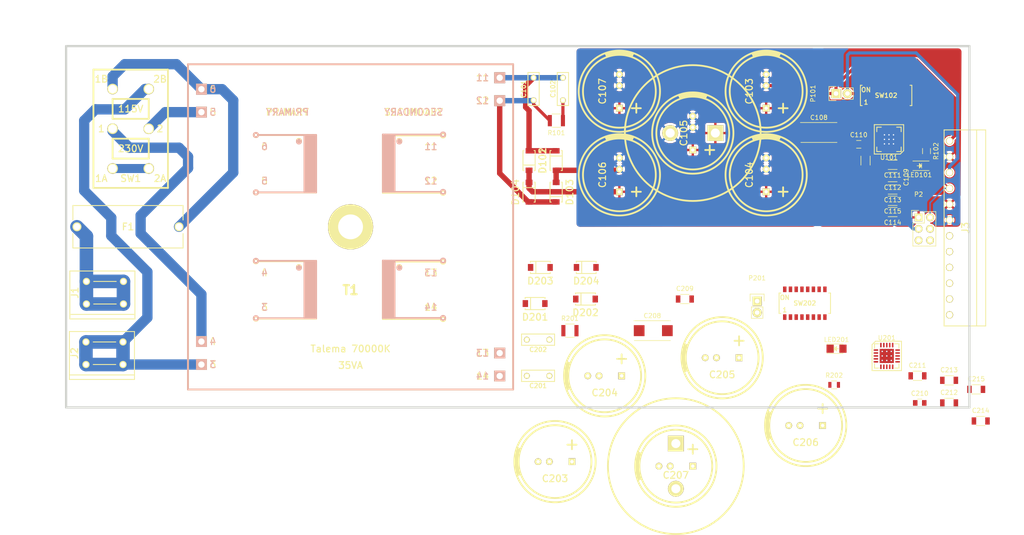
<source format=kicad_pcb>
(kicad_pcb (version 4) (host pcbnew 4.0.1-stable)

  (general
    (links 202)
    (no_connects 87)
    (area 17.000001 61.067238 244.100001 180.083297)
    (thickness 1.6)
    (drawings 7)
    (tracks 147)
    (zones 0)
    (modules 57)
    (nets 43)
  )

  (page A4)
  (layers
    (0 F.Cu signal)
    (31 B.Cu signal)
    (32 B.Adhes user)
    (33 F.Adhes user)
    (34 B.Paste user)
    (35 F.Paste user)
    (36 B.SilkS user)
    (37 F.SilkS user)
    (38 B.Mask user)
    (39 F.Mask user)
    (40 Dwgs.User user)
    (41 Cmts.User user)
    (42 Eco1.User user)
    (43 Eco2.User user)
    (44 Edge.Cuts user)
    (45 Margin user)
    (46 B.CrtYd user)
    (47 F.CrtYd user)
    (48 B.Fab user)
    (49 F.Fab user)
  )

  (setup
    (last_trace_width 3)
    (user_trace_width 0.3)
    (user_trace_width 0.5)
    (user_trace_width 1.2)
    (user_trace_width 3)
    (trace_clearance 0.3)
    (zone_clearance 0.2)
    (zone_45_only no)
    (trace_min 0.2)
    (segment_width 0.2)
    (edge_width 0.15)
    (via_size 0.6)
    (via_drill 0.4)
    (via_min_size 0.4)
    (via_min_drill 0.3)
    (uvia_size 0.3)
    (uvia_drill 0.1)
    (uvias_allowed no)
    (uvia_min_size 0.2)
    (uvia_min_drill 0.1)
    (pcb_text_width 0.3)
    (pcb_text_size 1.5 1.5)
    (mod_edge_width 0.15)
    (mod_text_size 1 1)
    (mod_text_width 0.15)
    (pad_size 0.3 0.3)
    (pad_drill 0.3)
    (pad_to_mask_clearance 0.2)
    (aux_axis_origin 0 0)
    (visible_elements FFFFFF7F)
    (pcbplotparams
      (layerselection 0x00030_80000001)
      (usegerberextensions false)
      (excludeedgelayer true)
      (linewidth 0.100000)
      (plotframeref false)
      (viasonmask false)
      (mode 1)
      (useauxorigin false)
      (hpglpennumber 1)
      (hpglpenspeed 20)
      (hpglpendiameter 15)
      (hpglpenoverlay 2)
      (psnegative false)
      (psa4output false)
      (plotreference true)
      (plotvalue true)
      (plotinvisibletext false)
      (padsonsilk false)
      (subtractmaskfromsilk false)
      (outputformat 1)
      (mirror false)
      (drillshape 1)
      (scaleselection 1)
      (outputdirectory ""))
  )

  (net 0 "")
  (net 1 "Net-(C101-Pad1)")
  (net 2 "Net-(C101-Pad2)")
  (net 3 "Net-(C102-Pad2)")
  (net 4 NEG-A)
  (net 5 UNREG-A)
  (net 6 "Net-(C110-Pad2)")
  (net 7 POS-A)
  (net 8 "Net-(C201-Pad1)")
  (net 9 "Net-(C201-Pad2)")
  (net 10 "Net-(C202-Pad2)")
  (net 11 NEG-B)
  (net 12 UNREG-B)
  (net 13 "Net-(C210-Pad2)")
  (net 14 POS-B)
  (net 15 LINE)
  (net 16 "Net-(F1-Pad2)")
  (net 17 NEUTRAL)
  (net 18 "Net-(LED101-Pad1)")
  (net 19 "Net-(LED201-Pad1)")
  (net 20 SENSE-A)
  (net 21 SENSE-B)
  (net 22 ENABLE-A)
  (net 23 ENABLE-B)
  (net 24 "Net-(SW1-Pad2)")
  (net 25 "Net-(SW1-Pad3)")
  (net 26 "Net-(SW1-Pad5)")
  (net 27 "Net-(SW102-Pad1)")
  (net 28 "Net-(SW102-Pad2)")
  (net 29 "Net-(SW102-Pad3)")
  (net 30 "Net-(SW102-Pad4)")
  (net 31 "Net-(SW102-Pad5)")
  (net 32 "Net-(SW102-Pad6)")
  (net 33 "Net-(SW102-Pad7)")
  (net 34 "Net-(SW102-Pad8)")
  (net 35 "Net-(SW202-Pad1)")
  (net 36 "Net-(SW202-Pad2)")
  (net 37 "Net-(SW202-Pad3)")
  (net 38 "Net-(SW202-Pad4)")
  (net 39 "Net-(SW202-Pad5)")
  (net 40 "Net-(SW202-Pad6)")
  (net 41 "Net-(SW202-Pad7)")
  (net 42 "Net-(SW202-Pad8)")

  (net_class Default "This is the default net class."
    (clearance 0.3)
    (trace_width 0.7)
    (via_dia 0.6)
    (via_drill 0.4)
    (uvia_dia 0.3)
    (uvia_drill 0.1)
    (add_net ENABLE-A)
    (add_net NEG-A)
    (add_net NEG-B)
    (add_net "Net-(C101-Pad1)")
    (add_net "Net-(C101-Pad2)")
    (add_net "Net-(C102-Pad2)")
    (add_net "Net-(C201-Pad1)")
    (add_net "Net-(C201-Pad2)")
    (add_net "Net-(C202-Pad2)")
    (add_net "Net-(C210-Pad2)")
    (add_net "Net-(LED101-Pad1)")
    (add_net "Net-(LED201-Pad1)")
    (add_net "Net-(SW202-Pad1)")
    (add_net "Net-(SW202-Pad2)")
    (add_net "Net-(SW202-Pad3)")
    (add_net "Net-(SW202-Pad4)")
    (add_net "Net-(SW202-Pad5)")
    (add_net "Net-(SW202-Pad6)")
    (add_net "Net-(SW202-Pad7)")
    (add_net "Net-(SW202-Pad8)")
    (add_net POS-A)
    (add_net POS-B)
    (add_net SENSE-B)
    (add_net UNREG-A)
    (add_net UNREG-B)
  )

  (net_class LOW_VOLTAGE ""
    (clearance 0.3)
    (trace_width 0.3)
    (via_dia 0.6)
    (via_drill 0.4)
    (uvia_dia 0.3)
    (uvia_drill 0.1)
    (add_net ENABLE-B)
    (add_net "Net-(C110-Pad2)")
    (add_net "Net-(SW102-Pad1)")
    (add_net "Net-(SW102-Pad2)")
    (add_net "Net-(SW102-Pad3)")
    (add_net "Net-(SW102-Pad4)")
    (add_net "Net-(SW102-Pad5)")
    (add_net "Net-(SW102-Pad6)")
    (add_net "Net-(SW102-Pad7)")
    (add_net "Net-(SW102-Pad8)")
    (add_net SENSE-A)
  )

  (net_class MAINS ""
    (clearance 1.85)
    (trace_width 2.28)
    (via_dia 0.6)
    (via_drill 0.4)
    (uvia_dia 0.3)
    (uvia_drill 0.1)
    (add_net LINE)
    (add_net NEUTRAL)
    (add_net "Net-(F1-Pad2)")
    (add_net "Net-(SW1-Pad2)")
    (add_net "Net-(SW1-Pad3)")
    (add_net "Net-(SW1-Pad5)")
  )

  (module PVQFN-N20-new (layer F.Cu) (tedit 56D75625) (tstamp 56D63EDC)
    (at 214.19 90.65 180)
    (descr "PVQFN-N20 3x3mm")
    (tags "PVQFN 0.65")
    (path /56BE73C7)
    (solder_mask_margin 0.07)
    (solder_paste_margin -0.025)
    (attr smd)
    (fp_text reference U101 (at 0 -4 180) (layer F.SilkS)
      (effects (font (size 1 1) (thickness 0.15)))
    )
    (fp_text value TPS7A4700 (at 0 4 180) (layer F.Fab)
      (effects (font (size 1 1) (thickness 0.15)))
    )
    (fp_line (start -2.5 -3.25) (end -3.25 -2.5) (layer F.SilkS) (width 0.2))
    (fp_line (start -2.7 1.7) (end -2.7 2.7) (layer F.SilkS) (width 0.2))
    (fp_line (start -1.7 2.7) (end -2.7 2.7) (layer F.SilkS) (width 0.2))
    (fp_line (start 1.7 2.7) (end 2.7 2.7) (layer F.SilkS) (width 0.2))
    (fp_line (start 2.7 1.7) (end 2.7 2.7) (layer F.SilkS) (width 0.2))
    (fp_line (start 2.7 -1.7) (end 2.7 -2.7) (layer F.SilkS) (width 0.2))
    (fp_line (start 1.7 -2.7) (end 2.7 -2.7) (layer F.SilkS) (width 0.2))
    (fp_line (start -2.7 -2.7) (end -2.7 -1.7) (layer F.SilkS) (width 0.2))
    (fp_line (start -1.7 -2.7) (end -2.7 -2.7) (layer F.SilkS) (width 0.2))
    (fp_line (start 3.25 3.25) (end 3.25 -3.25) (layer F.SilkS) (width 0.2))
    (fp_line (start -3.25 3.25) (end 3.25 3.25) (layer F.SilkS) (width 0.2))
    (fp_line (start -3.25 -2.5) (end -3.25 3.25) (layer F.SilkS) (width 0.2))
    (fp_line (start -2.5 -3.25) (end 3.25 -3.25) (layer F.SilkS) (width 0.2))
    (pad 3 smd rect (at -2.4 0 180) (size 1 0.35) (layers F.Cu F.Paste F.Mask)
      (net 20 SENSE-A))
    (pad 2 smd rect (at -2.4 -0.65 180) (size 1 0.35) (layers F.Cu F.Paste F.Mask)
      (net 4 NEG-A))
    (pad 1 smd rect (at -2.4 -1.3 180) (size 1 0.35) (layers F.Cu F.Paste F.Mask)
      (net 7 POS-A))
    (pad 4 smd rect (at -2.41 0.65 180) (size 1 0.35) (layers F.Cu F.Paste F.Mask)
      (net 34 "Net-(SW102-Pad8)"))
    (pad 5 smd rect (at -2.4 1.3 180) (size 1 0.35) (layers F.Cu F.Paste F.Mask)
      (net 33 "Net-(SW102-Pad7)"))
    (pad 12 smd rect (at 2.39 0.65 180) (size 1 0.35) (layers F.Cu F.Paste F.Mask)
      (net 27 "Net-(SW102-Pad1)"))
    (pad 13 smd rect (at 2.4 0 180) (size 1 0.35) (layers F.Cu F.Paste F.Mask)
      (net 22 ENABLE-A))
    (pad 14 smd rect (at 2.4 -0.65 180) (size 1 0.35) (layers F.Cu F.Paste F.Mask)
      (net 6 "Net-(C110-Pad2)"))
    (pad 15 smd rect (at 2.4 -1.3 180) (size 1 0.35) (layers F.Cu F.Paste F.Mask)
      (net 5 UNREG-A))
    (pad 11 smd rect (at 2.4 1.3 180) (size 1 0.35) (layers F.Cu F.Paste F.Mask)
      (net 28 "Net-(SW102-Pad2)"))
    (pad 8 smd rect (at 0 2.4 180) (size 0.35 1) (layers F.Cu F.Paste F.Mask)
      (net 31 "Net-(SW102-Pad5)"))
    (pad 7 smd rect (at -0.65 2.4 180) (size 0.35 1) (layers F.Cu F.Paste F.Mask)
      (net 4 NEG-A))
    (pad 6 smd rect (at -1.3 2.4 180) (size 0.35 1) (layers F.Cu F.Paste F.Mask)
      (net 32 "Net-(SW102-Pad6)"))
    (pad 9 smd rect (at 0.65 2.4 180) (size 0.35 1) (layers F.Cu F.Paste F.Mask)
      (net 30 "Net-(SW102-Pad4)"))
    (pad 10 smd rect (at 1.3 2.4 180) (size 0.35 1) (layers F.Cu F.Paste F.Mask)
      (net 29 "Net-(SW102-Pad3)"))
    (pad 18 smd rect (at 0 -2.4 180) (size 0.35 1) (layers F.Cu F.Paste F.Mask)
      (net 4 NEG-A))
    (pad 19 smd rect (at -0.65 -2.4 180) (size 0.35 1) (layers F.Cu F.Paste F.Mask)
      (net 4 NEG-A))
    (pad 16 smd rect (at 1.3 -2.4 180) (size 0.35 1) (layers F.Cu F.Paste F.Mask)
      (net 5 UNREG-A))
    (pad 17 smd rect (at 0.65 -2.4 180) (size 0.35 1) (layers F.Cu F.Paste F.Mask)
      (net 4 NEG-A))
    (pad 20 smd rect (at -1.3 -2.4 180) (size 0.35 1) (layers F.Cu F.Paste F.Mask)
      (net 7 POS-A))
    (pad 21 smd rect (at 0 0 180) (size 3.15 3.15) (layers F.Cu F.Mask)
      (net 4 NEG-A) (zone_connect 2))
    (pad 0 smd rect (at 0.8 -0.8 180) (size 1.5 1.5) (layers F.Paste)
      (solder_paste_margin -0.1) (zone_connect 0))
    (pad 0 smd rect (at -0.8 -0.8 180) (size 1.5 1.5) (layers F.Paste)
      (solder_paste_margin -0.1) (zone_connect 0))
    (pad 0 smd rect (at -0.8 0.8 180) (size 1.5 1.5) (layers F.Paste)
      (solder_paste_margin -0.1) (zone_connect 0))
    (pad 0 smd rect (at 0.8 0.8 180) (size 1.5 1.5) (layers F.Paste)
      (solder_paste_margin -0.1) (zone_connect 0))
    (pad 21 thru_hole circle (at 0 0 180) (size 0.3 0.3) (drill 0.3) (layers *.Cu)
      (net 4 NEG-A) (zone_connect 2))
    (pad 21 thru_hole circle (at 1 -1 180) (size 0.3 0.3) (drill 0.3) (layers *.Cu)
      (net 4 NEG-A) (zone_connect 2))
    (pad 21 thru_hole circle (at 0 -1 180) (size 0.3 0.3) (drill 0.3) (layers *.Cu)
      (net 4 NEG-A) (zone_connect 2))
    (pad 21 thru_hole circle (at -1 -1 180) (size 0.3 0.3) (drill 0.3) (layers *.Cu)
      (net 4 NEG-A) (zone_connect 2))
    (pad 21 thru_hole circle (at -1 0 180) (size 0.3 0.3) (drill 0.3) (layers *.Cu)
      (net 4 NEG-A) (zone_connect 2))
    (pad 21 thru_hole circle (at -1 1 180) (size 0.3 0.3) (drill 0.3) (layers *.Cu)
      (net 4 NEG-A) (zone_connect 2))
    (pad 21 thru_hole circle (at 0 1 180) (size 0.3 0.3) (drill 0.3) (layers *.Cu)
      (net 4 NEG-A) (zone_connect 2))
    (pad 21 thru_hole circle (at 1 1 180) (size 0.3 0.3) (drill 0.3) (layers *.Cu)
      (net 4 NEG-A) (zone_connect 2))
    (pad 21 thru_hole circle (at 1 0 180) (size 0.3 0.3) (drill 0.3) (layers *.Cu)
      (net 4 NEG-A) (zone_connect 2))
    (model Housings_DFN_QFN.3dshapes/QFN-20-1EP_5x5mm_Pitch0.65mm.wrl
      (at (xyz 0 0 0))
      (scale (xyz 1 1 1))
      (rotate (xyz 0 0 0))
    )
  )

  (module ose-audio-labs:DIP8-HALF-PITCH (layer F.Cu) (tedit 56D31D2E) (tstamp 56D63DFA)
    (at 213.555 80.925)
    (path /56CA23B5)
    (fp_text reference SW102 (at 0 0) (layer F.SilkS)
      (effects (font (size 1 1) (thickness 0.2)))
    )
    (fp_text value VOLTAGE_A (at 0 -6) (layer F.Fab)
      (effects (font (size 1.5 1.5) (thickness 0.25)))
    )
    (fp_text user 1 (at -4.445 1.5) (layer F.SilkS)
      (effects (font (size 1 1) (thickness 0.2)))
    )
    (fp_text user ON (at -4.445 -1.25) (layer F.SilkS)
      (effects (font (size 1 1) (thickness 0.2)))
    )
    (fp_line (start -5.69 2.25) (end -5.69 -2.25) (layer F.SilkS) (width 0.2))
    (fp_line (start -5.3 2.25) (end -5.69 2.25) (layer F.SilkS) (width 0.2))
    (fp_line (start 5.69 -2.25) (end 5.69 2.25) (layer F.SilkS) (width 0.2))
    (fp_line (start -5.69 -2.25) (end -5.3 -2.25) (layer F.SilkS) (width 0.2))
    (fp_line (start 5.69 2.25) (end 5.3 2.25) (layer F.SilkS) (width 0.2))
    (fp_line (start 5.69 -2.25) (end 5.3 -2.25) (layer F.SilkS) (width 0.2))
    (pad 13 smd rect (at -0.635 -3.075) (size 0.76 1.245) (layers F.Cu F.Paste F.Mask)
      (net 4 NEG-A))
    (pad 12 smd rect (at 0.635 -3.075) (size 0.76 1.245) (layers F.Cu F.Paste F.Mask)
      (net 4 NEG-A))
    (pad 11 smd rect (at 1.905 -3.075) (size 0.76 1.245) (layers F.Cu F.Paste F.Mask)
      (net 4 NEG-A))
    (pad 10 smd rect (at 3.175 -3.075) (size 0.76 1.245) (layers F.Cu F.Paste F.Mask)
      (net 4 NEG-A))
    (pad 9 smd rect (at 4.445 -3.075) (size 0.76 1.245) (layers F.Cu F.Paste F.Mask)
      (net 4 NEG-A))
    (pad 14 smd rect (at -1.905 -3.075) (size 0.76 1.245) (layers F.Cu F.Paste F.Mask)
      (net 4 NEG-A))
    (pad 15 smd rect (at -3.175 -3.075) (size 0.76 1.245) (layers F.Cu F.Paste F.Mask)
      (net 4 NEG-A))
    (pad 16 smd rect (at -4.445 -3.075) (size 0.76 1.245) (layers F.Cu F.Paste F.Mask)
      (net 4 NEG-A))
    (pad 1 smd rect (at -4.445 3.075) (size 0.76 1.245) (layers F.Cu F.Paste F.Mask)
      (net 27 "Net-(SW102-Pad1)"))
    (pad 2 smd rect (at -3.175 3.075) (size 0.76 1.245) (layers F.Cu F.Paste F.Mask)
      (net 28 "Net-(SW102-Pad2)"))
    (pad 3 smd rect (at -1.905 3.075) (size 0.76 1.245) (layers F.Cu F.Paste F.Mask)
      (net 29 "Net-(SW102-Pad3)"))
    (pad 4 smd rect (at -0.635 3.075) (size 0.76 1.245) (layers F.Cu F.Paste F.Mask)
      (net 30 "Net-(SW102-Pad4)"))
    (pad 5 smd rect (at 0.635 3.075) (size 0.76 1.245) (layers F.Cu F.Paste F.Mask)
      (net 31 "Net-(SW102-Pad5)"))
    (pad 6 smd rect (at 1.905 3.075) (size 0.76 1.245) (layers F.Cu F.Paste F.Mask)
      (net 32 "Net-(SW102-Pad6)"))
    (pad 7 smd rect (at 3.175 3.075) (size 0.76 1.245) (layers F.Cu F.Paste F.Mask)
      (net 33 "Net-(SW102-Pad7)"))
    (pad 8 smd rect (at 4.445 3.075) (size 0.76 1.245) (layers F.Cu F.Paste F.Mask)
      (net 34 "Net-(SW102-Pad8)"))
  )

  (module ose-audio-labs:TDK-B32529-63VAC (layer F.Cu) (tedit 56D6207C) (tstamp 56D63BB6)
    (at 135.5 79.5 270)
    (path /56CDC9CA)
    (fp_text reference C101 (at 0 2.2 270) (layer F.SilkS)
      (effects (font (size 1 1) (thickness 0.2)))
    )
    (fp_text value 0.1uF (at 0 -2.4 270) (layer F.Fab)
      (effects (font (size 1.5 1.5) (thickness 0.25)))
    )
    (fp_line (start -3.8 2.9) (end -3.8 -1.4) (layer F.CrtYd) (width 0.1))
    (fp_line (start 3.8 2.9) (end -3.8 2.9) (layer F.CrtYd) (width 0.1))
    (fp_line (start 3.8 -1.4) (end 3.8 2.9) (layer F.CrtYd) (width 0.1))
    (fp_line (start -3.8 -1.4) (end 3.8 -1.4) (layer F.CrtYd) (width 0.1))
    (fp_line (start -3.65 1.25) (end -3.65 -1.25) (layer F.SilkS) (width 0.2))
    (fp_line (start 3.65 1.25) (end -3.65 1.25) (layer F.SilkS) (width 0.2))
    (fp_line (start 3.65 -1.25) (end 3.65 1.25) (layer F.SilkS) (width 0.2))
    (fp_line (start -3.65 -1.25) (end 3.65 -1.25) (layer F.SilkS) (width 0.2))
    (pad 1 thru_hole circle (at -2.5 0 270) (size 1.3 1.3) (drill 0.8) (layers *.Cu *.Mask F.SilkS)
      (net 1 "Net-(C101-Pad1)"))
    (pad 2 thru_hole circle (at 2.5 0 270) (size 1.3 1.3) (drill 0.8) (layers *.Cu *.Mask F.SilkS)
      (net 2 "Net-(C101-Pad2)"))
  )

  (module ose-audio-labs:TDK-B32529-63VAC (layer F.Cu) (tedit 56D6207C) (tstamp 56D63BC4)
    (at 142 79.5 270)
    (path /56CB9B2E)
    (fp_text reference C102 (at 0 2.2 270) (layer F.SilkS)
      (effects (font (size 1 1) (thickness 0.2)))
    )
    (fp_text value 0.01uF (at 0 -2.4 270) (layer F.Fab)
      (effects (font (size 1.5 1.5) (thickness 0.25)))
    )
    (fp_line (start -3.8 2.9) (end -3.8 -1.4) (layer F.CrtYd) (width 0.1))
    (fp_line (start 3.8 2.9) (end -3.8 2.9) (layer F.CrtYd) (width 0.1))
    (fp_line (start 3.8 -1.4) (end 3.8 2.9) (layer F.CrtYd) (width 0.1))
    (fp_line (start -3.8 -1.4) (end 3.8 -1.4) (layer F.CrtYd) (width 0.1))
    (fp_line (start -3.65 1.25) (end -3.65 -1.25) (layer F.SilkS) (width 0.2))
    (fp_line (start 3.65 1.25) (end -3.65 1.25) (layer F.SilkS) (width 0.2))
    (fp_line (start 3.65 -1.25) (end 3.65 1.25) (layer F.SilkS) (width 0.2))
    (fp_line (start -3.65 -1.25) (end 3.65 -1.25) (layer F.SilkS) (width 0.2))
    (pad 1 thru_hole circle (at -2.5 0 270) (size 1.3 1.3) (drill 0.8) (layers *.Cu *.Mask F.SilkS)
      (net 1 "Net-(C101-Pad1)"))
    (pad 2 thru_hole circle (at 2.5 0 270) (size 1.3 1.3) (drill 0.8) (layers *.Cu *.Mask F.SilkS)
      (net 3 "Net-(C102-Pad2)"))
  )

  (module ose-audio-labs:35V-LYTIC-7.5-5 (layer F.Cu) (tedit 56D0A0F2) (tstamp 56D63BD3)
    (at 187 80 270)
    (path /56C78522)
    (fp_text reference C103 (at 0 3.75 270) (layer F.SilkS)
      (effects (font (size 1.5 1.5) (thickness 0.25)))
    )
    (fp_text value 1kuF (at 0 -11.43 270) (layer F.Fab)
      (effects (font (size 1.5 1.5) (thickness 0.25)))
    )
    (fp_line (start 3.75 -4.75) (end 3.75 -2.75) (layer F.SilkS) (width 0.4))
    (fp_line (start 2.75 -3.75) (end 4.75 -3.75) (layer F.SilkS) (width 0.4))
    (fp_line (start -7.75 2.75) (end -8.25 3) (layer F.SilkS) (width 0.4))
    (fp_line (start -7.75 -2.75) (end -8.25 -3) (layer F.SilkS) (width 0.4))
    (fp_arc (start 0 0) (end -8.25 2.75) (angle 36.36286858) (layer F.SilkS) (width 0.4))
    (fp_arc (start 0 0) (end -8 2.5) (angle 34.70804927) (layer F.SilkS) (width 0.4))
    (fp_circle (center 0 0) (end -7 -4) (layer F.SilkS) (width 0.4))
    (fp_circle (center 0 0) (end 0 -9) (layer F.SilkS) (width 0.4))
    (pad 2 thru_hole circle (at -3.75 0 270) (size 1.5 1.5) (drill 0.762) (layers *.Cu *.Mask F.SilkS)
      (net 4 NEG-A))
    (pad 1 thru_hole rect (at 3.75 0 270) (size 1.5 1.5) (drill 0.762) (layers *.Cu *.Mask F.SilkS)
      (net 5 UNREG-A))
    (pad 2 thru_hole circle (at -1.25 0 270) (size 1.5 1.5) (drill 0.762) (layers *.Cu *.Mask F.SilkS)
      (net 4 NEG-A))
  )

  (module ose-audio-labs:35V-LYTIC-7.5-5 (layer F.Cu) (tedit 56D0A0F2) (tstamp 56D63BE2)
    (at 187 98.5 270)
    (path /56BA7135)
    (fp_text reference C104 (at 0 3.75 270) (layer F.SilkS)
      (effects (font (size 1.5 1.5) (thickness 0.25)))
    )
    (fp_text value 1kuF (at 0 -11.43 270) (layer F.Fab)
      (effects (font (size 1.5 1.5) (thickness 0.25)))
    )
    (fp_line (start 3.75 -4.75) (end 3.75 -2.75) (layer F.SilkS) (width 0.4))
    (fp_line (start 2.75 -3.75) (end 4.75 -3.75) (layer F.SilkS) (width 0.4))
    (fp_line (start -7.75 2.75) (end -8.25 3) (layer F.SilkS) (width 0.4))
    (fp_line (start -7.75 -2.75) (end -8.25 -3) (layer F.SilkS) (width 0.4))
    (fp_arc (start 0 0) (end -8.25 2.75) (angle 36.36286858) (layer F.SilkS) (width 0.4))
    (fp_arc (start 0 0) (end -8 2.5) (angle 34.70804927) (layer F.SilkS) (width 0.4))
    (fp_circle (center 0 0) (end -7 -4) (layer F.SilkS) (width 0.4))
    (fp_circle (center 0 0) (end 0 -9) (layer F.SilkS) (width 0.4))
    (pad 2 thru_hole circle (at -3.75 0 270) (size 1.5 1.5) (drill 0.762) (layers *.Cu *.Mask F.SilkS)
      (net 4 NEG-A))
    (pad 1 thru_hole rect (at 3.75 0 270) (size 1.5 1.5) (drill 0.762) (layers *.Cu *.Mask F.SilkS)
      (net 5 UNREG-A))
    (pad 2 thru_hole circle (at -1.25 0 270) (size 1.5 1.5) (drill 0.762) (layers *.Cu *.Mask F.SilkS)
      (net 4 NEG-A))
  )

  (module ose-audio-labs:35V-LYTIC-7.5-5-10snap (layer F.Cu) (tedit 56D0A13B) (tstamp 56D63BF4)
    (at 170.75 89.25 270)
    (path /56C78396)
    (fp_text reference C105 (at 0 2 270) (layer F.SilkS)
      (effects (font (size 1.5 1.5) (thickness 0.25)))
    )
    (fp_text value 1kuF (at 0 -17 270) (layer F.Fab)
      (effects (font (size 1.5 1.5) (thickness 0.25)))
    )
    (fp_circle (center 0 0) (end 15 1) (layer F.SilkS) (width 0.4))
    (fp_line (start 3.75 -4.75) (end 3.75 -2.75) (layer F.SilkS) (width 0.4))
    (fp_line (start 2.75 -3.75) (end 4.75 -3.75) (layer F.SilkS) (width 0.4))
    (fp_line (start -7.75 2.75) (end -8.25 3) (layer F.SilkS) (width 0.4))
    (fp_line (start -7.75 -2.75) (end -8.25 -3) (layer F.SilkS) (width 0.4))
    (fp_arc (start 0 0) (end -8.25 2.75) (angle 36.36286858) (layer F.SilkS) (width 0.4))
    (fp_arc (start 0 0) (end -8 2.5) (angle 34.70804927) (layer F.SilkS) (width 0.4))
    (fp_circle (center 0 0) (end -7 -4) (layer F.SilkS) (width 0.4))
    (fp_circle (center 0 0) (end 0 -9) (layer F.SilkS) (width 0.4))
    (pad 2 thru_hole circle (at -3.75 0 270) (size 1.5 1.5) (drill 0.762) (layers *.Cu *.Mask F.SilkS)
      (net 4 NEG-A))
    (pad 1 thru_hole rect (at 3.75 0 270) (size 1.5 1.5) (drill 0.762) (layers *.Cu *.Mask F.SilkS)
      (net 5 UNREG-A))
    (pad 2 thru_hole circle (at -1.25 0 270) (size 1.5 1.5) (drill 0.762) (layers *.Cu *.Mask F.SilkS)
      (net 4 NEG-A))
    (pad 2 thru_hole circle (at 0 5 270) (size 3.5 3.5) (drill 2) (layers *.Cu *.Mask F.SilkS)
      (net 4 NEG-A))
    (pad 1 thru_hole rect (at 0 -5 270) (size 3.5 3.5) (drill 2) (layers *.Cu *.Mask F.SilkS)
      (net 5 UNREG-A))
  )

  (module ose-audio-labs:35V-LYTIC-7.5-5 (layer F.Cu) (tedit 56D0A0F2) (tstamp 56D63C03)
    (at 154.5 98.5 270)
    (path /56C78417)
    (fp_text reference C106 (at 0 3.75 270) (layer F.SilkS)
      (effects (font (size 1.5 1.5) (thickness 0.25)))
    )
    (fp_text value 1kuF (at 0 -11.43 270) (layer F.Fab)
      (effects (font (size 1.5 1.5) (thickness 0.25)))
    )
    (fp_line (start 3.75 -4.75) (end 3.75 -2.75) (layer F.SilkS) (width 0.4))
    (fp_line (start 2.75 -3.75) (end 4.75 -3.75) (layer F.SilkS) (width 0.4))
    (fp_line (start -7.75 2.75) (end -8.25 3) (layer F.SilkS) (width 0.4))
    (fp_line (start -7.75 -2.75) (end -8.25 -3) (layer F.SilkS) (width 0.4))
    (fp_arc (start 0 0) (end -8.25 2.75) (angle 36.36286858) (layer F.SilkS) (width 0.4))
    (fp_arc (start 0 0) (end -8 2.5) (angle 34.70804927) (layer F.SilkS) (width 0.4))
    (fp_circle (center 0 0) (end -7 -4) (layer F.SilkS) (width 0.4))
    (fp_circle (center 0 0) (end 0 -9) (layer F.SilkS) (width 0.4))
    (pad 2 thru_hole circle (at -3.75 0 270) (size 1.5 1.5) (drill 0.762) (layers *.Cu *.Mask F.SilkS)
      (net 4 NEG-A))
    (pad 1 thru_hole rect (at 3.75 0 270) (size 1.5 1.5) (drill 0.762) (layers *.Cu *.Mask F.SilkS)
      (net 5 UNREG-A))
    (pad 2 thru_hole circle (at -1.25 0 270) (size 1.5 1.5) (drill 0.762) (layers *.Cu *.Mask F.SilkS)
      (net 4 NEG-A))
  )

  (module ose-audio-labs:35V-LYTIC-7.5-5 (layer F.Cu) (tedit 56D0A0F2) (tstamp 56D63C12)
    (at 154.5 80 270)
    (path /56C7849B)
    (fp_text reference C107 (at 0 3.75 270) (layer F.SilkS)
      (effects (font (size 1.5 1.5) (thickness 0.25)))
    )
    (fp_text value 1kuF (at 0 -11.43 270) (layer F.Fab)
      (effects (font (size 1.5 1.5) (thickness 0.25)))
    )
    (fp_line (start 3.75 -4.75) (end 3.75 -2.75) (layer F.SilkS) (width 0.4))
    (fp_line (start 2.75 -3.75) (end 4.75 -3.75) (layer F.SilkS) (width 0.4))
    (fp_line (start -7.75 2.75) (end -8.25 3) (layer F.SilkS) (width 0.4))
    (fp_line (start -7.75 -2.75) (end -8.25 -3) (layer F.SilkS) (width 0.4))
    (fp_arc (start 0 0) (end -8.25 2.75) (angle 36.36286858) (layer F.SilkS) (width 0.4))
    (fp_arc (start 0 0) (end -8 2.5) (angle 34.70804927) (layer F.SilkS) (width 0.4))
    (fp_circle (center 0 0) (end -7 -4) (layer F.SilkS) (width 0.4))
    (fp_circle (center 0 0) (end 0 -9) (layer F.SilkS) (width 0.4))
    (pad 2 thru_hole circle (at -3.75 0 270) (size 1.5 1.5) (drill 0.762) (layers *.Cu *.Mask F.SilkS)
      (net 4 NEG-A))
    (pad 1 thru_hole rect (at 3.75 0 270) (size 1.5 1.5) (drill 0.762) (layers *.Cu *.Mask F.SilkS)
      (net 5 UNREG-A))
    (pad 2 thru_hole circle (at -1.25 0 270) (size 1.5 1.5) (drill 0.762) (layers *.Cu *.Mask F.SilkS)
      (net 4 NEG-A))
  )

  (module Capacitors_Tantalum_SMD:TantalC_SizeD_EIA-7343_Reflow (layer F.Cu) (tedit 555EF99E) (tstamp 56D63C18)
    (at 198.88 89.12)
    (descr "Tantal Cap. , Size D, EIA-7343, Reflow")
    (tags "Tantal Capacitor Size-D EIA-7343 Reflow")
    (path /56C246FD)
    (attr smd)
    (fp_text reference C108 (at -0.20066 -3.29946) (layer F.SilkS)
      (effects (font (size 1 1) (thickness 0.15)))
    )
    (fp_text value 47uF (at -0.09906 3.59918) (layer F.Fab)
      (effects (font (size 1 1) (thickness 0.15)))
    )
    (fp_line (start 4.6 -2.6) (end -4.6 -2.6) (layer F.CrtYd) (width 0.05))
    (fp_line (start -4.6 -2.6) (end -4.6 2.6) (layer F.CrtYd) (width 0.05))
    (fp_line (start -4.6 2.6) (end 4.6 2.6) (layer F.CrtYd) (width 0.05))
    (fp_line (start 4.6 2.6) (end 4.6 -2.6) (layer F.CrtYd) (width 0.05))
    (fp_line (start -4.2 2.2) (end 3.8 2.2) (layer F.SilkS) (width 0.15))
    (fp_line (start 3.8 -2.2) (end -4.3 -2.2) (layer F.SilkS) (width 0.15))
    (pad 2 smd rect (at 3.12 0) (size 2.37 2.43) (layers F.Cu F.Paste F.Mask)
      (net 4 NEG-A))
    (pad 1 smd rect (at -3.12 0) (size 2.37 2.43) (layers F.Cu F.Paste F.Mask)
      (net 5 UNREG-A))
    (model Capacitors_Tantalum_SMD.3dshapes/TantalC_SizeD_EIA-7343_Reflow.wrl
      (at (xyz 0 0 0))
      (scale (xyz 1 1 1))
      (rotate (xyz 0 0 180))
    )
  )

  (module Capacitors_SMD:C_1206 (layer F.Cu) (tedit 5415D7BD) (tstamp 56D63C1E)
    (at 209 95.35 270)
    (descr "Capacitor SMD 1206, reflow soldering, AVX (see smccp.pdf)")
    (tags "capacitor 1206")
    (path /56C33F54)
    (attr smd)
    (fp_text reference C109 (at 3.7 -9 270) (layer F.SilkS)
      (effects (font (size 1 1) (thickness 0.15)))
    )
    (fp_text value 10uF (at 0 2.3 270) (layer F.Fab)
      (effects (font (size 1 1) (thickness 0.15)))
    )
    (fp_line (start -2.3 -1.15) (end 2.3 -1.15) (layer F.CrtYd) (width 0.05))
    (fp_line (start -2.3 1.15) (end 2.3 1.15) (layer F.CrtYd) (width 0.05))
    (fp_line (start -2.3 -1.15) (end -2.3 1.15) (layer F.CrtYd) (width 0.05))
    (fp_line (start 2.3 -1.15) (end 2.3 1.15) (layer F.CrtYd) (width 0.05))
    (fp_line (start 1 -1.025) (end -1 -1.025) (layer F.SilkS) (width 0.15))
    (fp_line (start -1 1.025) (end 1 1.025) (layer F.SilkS) (width 0.15))
    (pad 1 smd rect (at -1.5 0 270) (size 1 1.6) (layers F.Cu F.Paste F.Mask)
      (net 5 UNREG-A))
    (pad 2 smd rect (at 1.5 0 270) (size 1 1.6) (layers F.Cu F.Paste F.Mask)
      (net 4 NEG-A))
    (model Capacitors_SMD.3dshapes/C_1206.wrl
      (at (xyz 0 0 0))
      (scale (xyz 1 1 1))
      (rotate (xyz 0 0 0))
    )
  )

  (module Capacitors_SMD:C_0805 (layer F.Cu) (tedit 5415D6EA) (tstamp 56D63C24)
    (at 207.5 91.75)
    (descr "Capacitor SMD 0805, reflow soldering, AVX (see smccp.pdf)")
    (tags "capacitor 0805")
    (path /56C270DC)
    (attr smd)
    (fp_text reference C110 (at 0 -2.1) (layer F.SilkS)
      (effects (font (size 1 1) (thickness 0.15)))
    )
    (fp_text value 1uF (at 0 2.1) (layer F.Fab)
      (effects (font (size 1 1) (thickness 0.15)))
    )
    (fp_line (start -1.8 -1) (end 1.8 -1) (layer F.CrtYd) (width 0.05))
    (fp_line (start -1.8 1) (end 1.8 1) (layer F.CrtYd) (width 0.05))
    (fp_line (start -1.8 -1) (end -1.8 1) (layer F.CrtYd) (width 0.05))
    (fp_line (start 1.8 -1) (end 1.8 1) (layer F.CrtYd) (width 0.05))
    (fp_line (start 0.5 -0.85) (end -0.5 -0.85) (layer F.SilkS) (width 0.15))
    (fp_line (start -0.5 0.85) (end 0.5 0.85) (layer F.SilkS) (width 0.15))
    (pad 1 smd rect (at -1 0) (size 1 1.25) (layers F.Cu F.Paste F.Mask)
      (net 4 NEG-A))
    (pad 2 smd rect (at 1 0) (size 1 1.25) (layers F.Cu F.Paste F.Mask)
      (net 6 "Net-(C110-Pad2)"))
    (model Capacitors_SMD.3dshapes/C_0805.wrl
      (at (xyz 0 0 0))
      (scale (xyz 1 1 1))
      (rotate (xyz 0 0 0))
    )
  )

  (module Capacitors_SMD:C_1206 (layer F.Cu) (tedit 5415D7BD) (tstamp 56D63C2A)
    (at 215 96.282417 180)
    (descr "Capacitor SMD 1206, reflow soldering, AVX (see smccp.pdf)")
    (tags "capacitor 1206")
    (path /56C27242)
    (attr smd)
    (fp_text reference C111 (at 0 -2.3 180) (layer F.SilkS)
      (effects (font (size 1 1) (thickness 0.15)))
    )
    (fp_text value 10uF (at 0 2.3 180) (layer F.Fab)
      (effects (font (size 1 1) (thickness 0.15)))
    )
    (fp_line (start -2.3 -1.15) (end 2.3 -1.15) (layer F.CrtYd) (width 0.05))
    (fp_line (start -2.3 1.15) (end 2.3 1.15) (layer F.CrtYd) (width 0.05))
    (fp_line (start -2.3 -1.15) (end -2.3 1.15) (layer F.CrtYd) (width 0.05))
    (fp_line (start 2.3 -1.15) (end 2.3 1.15) (layer F.CrtYd) (width 0.05))
    (fp_line (start 1 -1.025) (end -1 -1.025) (layer F.SilkS) (width 0.15))
    (fp_line (start -1 1.025) (end 1 1.025) (layer F.SilkS) (width 0.15))
    (pad 1 smd rect (at -1.5 0 180) (size 1 1.6) (layers F.Cu F.Paste F.Mask)
      (net 7 POS-A))
    (pad 2 smd rect (at 1.5 0 180) (size 1 1.6) (layers F.Cu F.Paste F.Mask)
      (net 4 NEG-A))
    (model Capacitors_SMD.3dshapes/C_1206.wrl
      (at (xyz 0 0 0))
      (scale (xyz 1 1 1))
      (rotate (xyz 0 0 0))
    )
  )

  (module Capacitors_SMD:C_1206 (layer F.Cu) (tedit 5415D7BD) (tstamp 56D63C30)
    (at 215 99 180)
    (descr "Capacitor SMD 1206, reflow soldering, AVX (see smccp.pdf)")
    (tags "capacitor 1206")
    (path /56C272BB)
    (attr smd)
    (fp_text reference C112 (at 0 -2.3 180) (layer F.SilkS)
      (effects (font (size 1 1) (thickness 0.15)))
    )
    (fp_text value 10uF (at 0 2.3 180) (layer F.Fab)
      (effects (font (size 1 1) (thickness 0.15)))
    )
    (fp_line (start -2.3 -1.15) (end 2.3 -1.15) (layer F.CrtYd) (width 0.05))
    (fp_line (start -2.3 1.15) (end 2.3 1.15) (layer F.CrtYd) (width 0.05))
    (fp_line (start -2.3 -1.15) (end -2.3 1.15) (layer F.CrtYd) (width 0.05))
    (fp_line (start 2.3 -1.15) (end 2.3 1.15) (layer F.CrtYd) (width 0.05))
    (fp_line (start 1 -1.025) (end -1 -1.025) (layer F.SilkS) (width 0.15))
    (fp_line (start -1 1.025) (end 1 1.025) (layer F.SilkS) (width 0.15))
    (pad 1 smd rect (at -1.5 0 180) (size 1 1.6) (layers F.Cu F.Paste F.Mask)
      (net 7 POS-A))
    (pad 2 smd rect (at 1.5 0 180) (size 1 1.6) (layers F.Cu F.Paste F.Mask)
      (net 4 NEG-A))
    (model Capacitors_SMD.3dshapes/C_1206.wrl
      (at (xyz 0 0 0))
      (scale (xyz 1 1 1))
      (rotate (xyz 0 0 0))
    )
  )

  (module Capacitors_SMD:C_1206 (layer F.Cu) (tedit 5415D7BD) (tstamp 56D63C36)
    (at 215 101.75 180)
    (descr "Capacitor SMD 1206, reflow soldering, AVX (see smccp.pdf)")
    (tags "capacitor 1206")
    (path /56C2732A)
    (attr smd)
    (fp_text reference C113 (at 0 -2.3 180) (layer F.SilkS)
      (effects (font (size 1 1) (thickness 0.15)))
    )
    (fp_text value 10uF (at 15 -4.7 180) (layer F.Fab)
      (effects (font (size 1 1) (thickness 0.15)))
    )
    (fp_line (start -2.3 -1.15) (end 2.3 -1.15) (layer F.CrtYd) (width 0.05))
    (fp_line (start -2.3 1.15) (end 2.3 1.15) (layer F.CrtYd) (width 0.05))
    (fp_line (start -2.3 -1.15) (end -2.3 1.15) (layer F.CrtYd) (width 0.05))
    (fp_line (start 2.3 -1.15) (end 2.3 1.15) (layer F.CrtYd) (width 0.05))
    (fp_line (start 1 -1.025) (end -1 -1.025) (layer F.SilkS) (width 0.15))
    (fp_line (start -1 1.025) (end 1 1.025) (layer F.SilkS) (width 0.15))
    (pad 1 smd rect (at -1.5 0 180) (size 1 1.6) (layers F.Cu F.Paste F.Mask)
      (net 7 POS-A))
    (pad 2 smd rect (at 1.5 0 180) (size 1 1.6) (layers F.Cu F.Paste F.Mask)
      (net 4 NEG-A))
    (model Capacitors_SMD.3dshapes/C_1206.wrl
      (at (xyz 0 0 0))
      (scale (xyz 1 1 1))
      (rotate (xyz 0 0 0))
    )
  )

  (module Capacitors_SMD:C_1206 (layer F.Cu) (tedit 5415D7BD) (tstamp 56D63C3C)
    (at 215 106.75 180)
    (descr "Capacitor SMD 1206, reflow soldering, AVX (see smccp.pdf)")
    (tags "capacitor 1206")
    (path /56C2737B)
    (attr smd)
    (fp_text reference C114 (at 0 -2.3 180) (layer F.SilkS)
      (effects (font (size 1 1) (thickness 0.15)))
    )
    (fp_text value 10uF (at 0 2.3 180) (layer F.Fab)
      (effects (font (size 1 1) (thickness 0.15)))
    )
    (fp_line (start -2.3 -1.15) (end 2.3 -1.15) (layer F.CrtYd) (width 0.05))
    (fp_line (start -2.3 1.15) (end 2.3 1.15) (layer F.CrtYd) (width 0.05))
    (fp_line (start -2.3 -1.15) (end -2.3 1.15) (layer F.CrtYd) (width 0.05))
    (fp_line (start 2.3 -1.15) (end 2.3 1.15) (layer F.CrtYd) (width 0.05))
    (fp_line (start 1 -1.025) (end -1 -1.025) (layer F.SilkS) (width 0.15))
    (fp_line (start -1 1.025) (end 1 1.025) (layer F.SilkS) (width 0.15))
    (pad 1 smd rect (at -1.5 0 180) (size 1 1.6) (layers F.Cu F.Paste F.Mask)
      (net 7 POS-A))
    (pad 2 smd rect (at 1.5 0 180) (size 1 1.6) (layers F.Cu F.Paste F.Mask)
      (net 4 NEG-A))
    (model Capacitors_SMD.3dshapes/C_1206.wrl
      (at (xyz 0 0 0))
      (scale (xyz 1 1 1))
      (rotate (xyz 0 0 0))
    )
  )

  (module Capacitors_SMD:C_1206 (layer F.Cu) (tedit 5415D7BD) (tstamp 56D63C42)
    (at 215 104.25 180)
    (descr "Capacitor SMD 1206, reflow soldering, AVX (see smccp.pdf)")
    (tags "capacitor 1206")
    (path /56C273C9)
    (attr smd)
    (fp_text reference C115 (at 0 -2.3 180) (layer F.SilkS)
      (effects (font (size 1 1) (thickness 0.15)))
    )
    (fp_text value 10uF (at 0 2.3 180) (layer F.Fab)
      (effects (font (size 1 1) (thickness 0.15)))
    )
    (fp_line (start -2.3 -1.15) (end 2.3 -1.15) (layer F.CrtYd) (width 0.05))
    (fp_line (start -2.3 1.15) (end 2.3 1.15) (layer F.CrtYd) (width 0.05))
    (fp_line (start -2.3 -1.15) (end -2.3 1.15) (layer F.CrtYd) (width 0.05))
    (fp_line (start 2.3 -1.15) (end 2.3 1.15) (layer F.CrtYd) (width 0.05))
    (fp_line (start 1 -1.025) (end -1 -1.025) (layer F.SilkS) (width 0.15))
    (fp_line (start -1 1.025) (end 1 1.025) (layer F.SilkS) (width 0.15))
    (pad 1 smd rect (at -1.5 0 180) (size 1 1.6) (layers F.Cu F.Paste F.Mask)
      (net 7 POS-A))
    (pad 2 smd rect (at 1.5 0 180) (size 1 1.6) (layers F.Cu F.Paste F.Mask)
      (net 4 NEG-A))
    (model Capacitors_SMD.3dshapes/C_1206.wrl
      (at (xyz 0 0 0))
      (scale (xyz 1 1 1))
      (rotate (xyz 0 0 0))
    )
  )

  (module ose-audio-labs:TDK-B32529-63VAC (layer F.Cu) (tedit 56D6207C) (tstamp 56D63C50)
    (at 136.5 143)
    (path /56CDEDE8)
    (fp_text reference C201 (at 0 2.2) (layer F.SilkS)
      (effects (font (size 1 1) (thickness 0.2)))
    )
    (fp_text value 0.1uF (at 0 -2.4) (layer F.Fab)
      (effects (font (size 1.5 1.5) (thickness 0.25)))
    )
    (fp_line (start -3.8 2.9) (end -3.8 -1.4) (layer F.CrtYd) (width 0.1))
    (fp_line (start 3.8 2.9) (end -3.8 2.9) (layer F.CrtYd) (width 0.1))
    (fp_line (start 3.8 -1.4) (end 3.8 2.9) (layer F.CrtYd) (width 0.1))
    (fp_line (start -3.8 -1.4) (end 3.8 -1.4) (layer F.CrtYd) (width 0.1))
    (fp_line (start -3.65 1.25) (end -3.65 -1.25) (layer F.SilkS) (width 0.2))
    (fp_line (start 3.65 1.25) (end -3.65 1.25) (layer F.SilkS) (width 0.2))
    (fp_line (start 3.65 -1.25) (end 3.65 1.25) (layer F.SilkS) (width 0.2))
    (fp_line (start -3.65 -1.25) (end 3.65 -1.25) (layer F.SilkS) (width 0.2))
    (pad 1 thru_hole circle (at -2.5 0) (size 1.3 1.3) (drill 0.8) (layers *.Cu *.Mask F.SilkS)
      (net 8 "Net-(C201-Pad1)"))
    (pad 2 thru_hole circle (at 2.5 0) (size 1.3 1.3) (drill 0.8) (layers *.Cu *.Mask F.SilkS)
      (net 9 "Net-(C201-Pad2)"))
  )

  (module ose-audio-labs:TDK-B32529-63VAC (layer F.Cu) (tedit 56D6207C) (tstamp 56D63C5E)
    (at 136.5 135)
    (path /56CDEDDA)
    (fp_text reference C202 (at 0 2.2) (layer F.SilkS)
      (effects (font (size 1 1) (thickness 0.2)))
    )
    (fp_text value 0.01uF (at 0 -2.4) (layer F.Fab)
      (effects (font (size 1.5 1.5) (thickness 0.25)))
    )
    (fp_line (start -3.8 2.9) (end -3.8 -1.4) (layer F.CrtYd) (width 0.1))
    (fp_line (start 3.8 2.9) (end -3.8 2.9) (layer F.CrtYd) (width 0.1))
    (fp_line (start 3.8 -1.4) (end 3.8 2.9) (layer F.CrtYd) (width 0.1))
    (fp_line (start -3.8 -1.4) (end 3.8 -1.4) (layer F.CrtYd) (width 0.1))
    (fp_line (start -3.65 1.25) (end -3.65 -1.25) (layer F.SilkS) (width 0.2))
    (fp_line (start 3.65 1.25) (end -3.65 1.25) (layer F.SilkS) (width 0.2))
    (fp_line (start 3.65 -1.25) (end 3.65 1.25) (layer F.SilkS) (width 0.2))
    (fp_line (start -3.65 -1.25) (end 3.65 -1.25) (layer F.SilkS) (width 0.2))
    (pad 1 thru_hole circle (at -2.5 0) (size 1.3 1.3) (drill 0.8) (layers *.Cu *.Mask F.SilkS)
      (net 8 "Net-(C201-Pad1)"))
    (pad 2 thru_hole circle (at 2.5 0) (size 1.3 1.3) (drill 0.8) (layers *.Cu *.Mask F.SilkS)
      (net 10 "Net-(C202-Pad2)"))
  )

  (module ose-audio-labs:35V-LYTIC-7.5-5 (layer F.Cu) (tedit 56D0A0F2) (tstamp 56D63C6D)
    (at 140.25 162)
    (path /56C79246)
    (fp_text reference C203 (at 0 3.75) (layer F.SilkS)
      (effects (font (size 1.5 1.5) (thickness 0.25)))
    )
    (fp_text value 1kuF (at 0 -11.43) (layer F.Fab)
      (effects (font (size 1.5 1.5) (thickness 0.25)))
    )
    (fp_line (start 3.75 -4.75) (end 3.75 -2.75) (layer F.SilkS) (width 0.4))
    (fp_line (start 2.75 -3.75) (end 4.75 -3.75) (layer F.SilkS) (width 0.4))
    (fp_line (start -7.75 2.75) (end -8.25 3) (layer F.SilkS) (width 0.4))
    (fp_line (start -7.75 -2.75) (end -8.25 -3) (layer F.SilkS) (width 0.4))
    (fp_arc (start 0 0) (end -8.25 2.75) (angle 36.36286858) (layer F.SilkS) (width 0.4))
    (fp_arc (start 0 0) (end -8 2.5) (angle 34.70804927) (layer F.SilkS) (width 0.4))
    (fp_circle (center 0 0) (end -7 -4) (layer F.SilkS) (width 0.4))
    (fp_circle (center 0 0) (end 0 -9) (layer F.SilkS) (width 0.4))
    (pad 2 thru_hole circle (at -3.75 0) (size 1.5 1.5) (drill 0.762) (layers *.Cu *.Mask F.SilkS)
      (net 11 NEG-B))
    (pad 1 thru_hole rect (at 3.75 0) (size 1.5 1.5) (drill 0.762) (layers *.Cu *.Mask F.SilkS)
      (net 12 UNREG-B))
    (pad 2 thru_hole circle (at -1.25 0) (size 1.5 1.5) (drill 0.762) (layers *.Cu *.Mask F.SilkS)
      (net 11 NEG-B))
  )

  (module ose-audio-labs:35V-LYTIC-7.5-5 (layer F.Cu) (tedit 56D0A0F2) (tstamp 56D63C7C)
    (at 151.25 143)
    (path /56BA7175)
    (fp_text reference C204 (at 0 3.75) (layer F.SilkS)
      (effects (font (size 1.5 1.5) (thickness 0.25)))
    )
    (fp_text value 1kuF (at 0 -11.43) (layer F.Fab)
      (effects (font (size 1.5 1.5) (thickness 0.25)))
    )
    (fp_line (start 3.75 -4.75) (end 3.75 -2.75) (layer F.SilkS) (width 0.4))
    (fp_line (start 2.75 -3.75) (end 4.75 -3.75) (layer F.SilkS) (width 0.4))
    (fp_line (start -7.75 2.75) (end -8.25 3) (layer F.SilkS) (width 0.4))
    (fp_line (start -7.75 -2.75) (end -8.25 -3) (layer F.SilkS) (width 0.4))
    (fp_arc (start 0 0) (end -8.25 2.75) (angle 36.36286858) (layer F.SilkS) (width 0.4))
    (fp_arc (start 0 0) (end -8 2.5) (angle 34.70804927) (layer F.SilkS) (width 0.4))
    (fp_circle (center 0 0) (end -7 -4) (layer F.SilkS) (width 0.4))
    (fp_circle (center 0 0) (end 0 -9) (layer F.SilkS) (width 0.4))
    (pad 2 thru_hole circle (at -3.75 0) (size 1.5 1.5) (drill 0.762) (layers *.Cu *.Mask F.SilkS)
      (net 11 NEG-B))
    (pad 1 thru_hole rect (at 3.75 0) (size 1.5 1.5) (drill 0.762) (layers *.Cu *.Mask F.SilkS)
      (net 12 UNREG-B))
    (pad 2 thru_hole circle (at -1.25 0) (size 1.5 1.5) (drill 0.762) (layers *.Cu *.Mask F.SilkS)
      (net 11 NEG-B))
  )

  (module ose-audio-labs:35V-LYTIC-7.5-5 (layer F.Cu) (tedit 56D0A0F2) (tstamp 56D63C8B)
    (at 177.25 139)
    (path /56C7956D)
    (fp_text reference C205 (at 0 3.75) (layer F.SilkS)
      (effects (font (size 1.5 1.5) (thickness 0.25)))
    )
    (fp_text value 1kuF (at 0 -11.43) (layer F.Fab)
      (effects (font (size 1.5 1.5) (thickness 0.25)))
    )
    (fp_line (start 3.75 -4.75) (end 3.75 -2.75) (layer F.SilkS) (width 0.4))
    (fp_line (start 2.75 -3.75) (end 4.75 -3.75) (layer F.SilkS) (width 0.4))
    (fp_line (start -7.75 2.75) (end -8.25 3) (layer F.SilkS) (width 0.4))
    (fp_line (start -7.75 -2.75) (end -8.25 -3) (layer F.SilkS) (width 0.4))
    (fp_arc (start 0 0) (end -8.25 2.75) (angle 36.36286858) (layer F.SilkS) (width 0.4))
    (fp_arc (start 0 0) (end -8 2.5) (angle 34.70804927) (layer F.SilkS) (width 0.4))
    (fp_circle (center 0 0) (end -7 -4) (layer F.SilkS) (width 0.4))
    (fp_circle (center 0 0) (end 0 -9) (layer F.SilkS) (width 0.4))
    (pad 2 thru_hole circle (at -3.75 0) (size 1.5 1.5) (drill 0.762) (layers *.Cu *.Mask F.SilkS)
      (net 11 NEG-B))
    (pad 1 thru_hole rect (at 3.75 0) (size 1.5 1.5) (drill 0.762) (layers *.Cu *.Mask F.SilkS)
      (net 12 UNREG-B))
    (pad 2 thru_hole circle (at -1.25 0) (size 1.5 1.5) (drill 0.762) (layers *.Cu *.Mask F.SilkS)
      (net 11 NEG-B))
  )

  (module ose-audio-labs:35V-LYTIC-7.5-5 (layer F.Cu) (tedit 56D0A0F2) (tstamp 56D63C9A)
    (at 195.75 154)
    (path /56C795F9)
    (fp_text reference C206 (at 0 3.75) (layer F.SilkS)
      (effects (font (size 1.5 1.5) (thickness 0.25)))
    )
    (fp_text value 1kuF (at 0 -11.43) (layer F.Fab)
      (effects (font (size 1.5 1.5) (thickness 0.25)))
    )
    (fp_line (start 3.75 -4.75) (end 3.75 -2.75) (layer F.SilkS) (width 0.4))
    (fp_line (start 2.75 -3.75) (end 4.75 -3.75) (layer F.SilkS) (width 0.4))
    (fp_line (start -7.75 2.75) (end -8.25 3) (layer F.SilkS) (width 0.4))
    (fp_line (start -7.75 -2.75) (end -8.25 -3) (layer F.SilkS) (width 0.4))
    (fp_arc (start 0 0) (end -8.25 2.75) (angle 36.36286858) (layer F.SilkS) (width 0.4))
    (fp_arc (start 0 0) (end -8 2.5) (angle 34.70804927) (layer F.SilkS) (width 0.4))
    (fp_circle (center 0 0) (end -7 -4) (layer F.SilkS) (width 0.4))
    (fp_circle (center 0 0) (end 0 -9) (layer F.SilkS) (width 0.4))
    (pad 2 thru_hole circle (at -3.75 0) (size 1.5 1.5) (drill 0.762) (layers *.Cu *.Mask F.SilkS)
      (net 11 NEG-B))
    (pad 1 thru_hole rect (at 3.75 0) (size 1.5 1.5) (drill 0.762) (layers *.Cu *.Mask F.SilkS)
      (net 12 UNREG-B))
    (pad 2 thru_hole circle (at -1.25 0) (size 1.5 1.5) (drill 0.762) (layers *.Cu *.Mask F.SilkS)
      (net 11 NEG-B))
  )

  (module ose-audio-labs:35V-LYTIC-7.5-5-10snap (layer F.Cu) (tedit 56D0A13B) (tstamp 56D63CAC)
    (at 167 163)
    (path /56C7968A)
    (fp_text reference C207 (at 0 2) (layer F.SilkS)
      (effects (font (size 1.5 1.5) (thickness 0.25)))
    )
    (fp_text value 1kuF (at 0 -17) (layer F.Fab)
      (effects (font (size 1.5 1.5) (thickness 0.25)))
    )
    (fp_circle (center 0 0) (end 15 1) (layer F.SilkS) (width 0.4))
    (fp_line (start 3.75 -4.75) (end 3.75 -2.75) (layer F.SilkS) (width 0.4))
    (fp_line (start 2.75 -3.75) (end 4.75 -3.75) (layer F.SilkS) (width 0.4))
    (fp_line (start -7.75 2.75) (end -8.25 3) (layer F.SilkS) (width 0.4))
    (fp_line (start -7.75 -2.75) (end -8.25 -3) (layer F.SilkS) (width 0.4))
    (fp_arc (start 0 0) (end -8.25 2.75) (angle 36.36286858) (layer F.SilkS) (width 0.4))
    (fp_arc (start 0 0) (end -8 2.5) (angle 34.70804927) (layer F.SilkS) (width 0.4))
    (fp_circle (center 0 0) (end -7 -4) (layer F.SilkS) (width 0.4))
    (fp_circle (center 0 0) (end 0 -9) (layer F.SilkS) (width 0.4))
    (pad 2 thru_hole circle (at -3.75 0) (size 1.5 1.5) (drill 0.762) (layers *.Cu *.Mask F.SilkS)
      (net 11 NEG-B))
    (pad 1 thru_hole rect (at 3.75 0) (size 1.5 1.5) (drill 0.762) (layers *.Cu *.Mask F.SilkS)
      (net 12 UNREG-B))
    (pad 2 thru_hole circle (at -1.25 0) (size 1.5 1.5) (drill 0.762) (layers *.Cu *.Mask F.SilkS)
      (net 11 NEG-B))
    (pad 2 thru_hole circle (at 0 5) (size 3.5 3.5) (drill 2) (layers *.Cu *.Mask F.SilkS)
      (net 11 NEG-B))
    (pad 1 thru_hole rect (at 0 -5) (size 3.5 3.5) (drill 2) (layers *.Cu *.Mask F.SilkS)
      (net 12 UNREG-B))
  )

  (module Capacitors_Tantalum_SMD:TantalC_SizeD_EIA-7343_Reflow (layer F.Cu) (tedit 555EF99E) (tstamp 56D63CB2)
    (at 162 133)
    (descr "Tantal Cap. , Size D, EIA-7343, Reflow")
    (tags "Tantal Capacitor Size-D EIA-7343 Reflow")
    (path /56C24774)
    (attr smd)
    (fp_text reference C208 (at -0.20066 -3.29946) (layer F.SilkS)
      (effects (font (size 1 1) (thickness 0.15)))
    )
    (fp_text value 47uF (at -0.09906 3.59918) (layer F.Fab)
      (effects (font (size 1 1) (thickness 0.15)))
    )
    (fp_line (start 4.6 -2.6) (end -4.6 -2.6) (layer F.CrtYd) (width 0.05))
    (fp_line (start -4.6 -2.6) (end -4.6 2.6) (layer F.CrtYd) (width 0.05))
    (fp_line (start -4.6 2.6) (end 4.6 2.6) (layer F.CrtYd) (width 0.05))
    (fp_line (start 4.6 2.6) (end 4.6 -2.6) (layer F.CrtYd) (width 0.05))
    (fp_line (start -4.2 2.2) (end 3.8 2.2) (layer F.SilkS) (width 0.15))
    (fp_line (start 3.8 -2.2) (end -4.3 -2.2) (layer F.SilkS) (width 0.15))
    (pad 2 smd rect (at 3.12 0) (size 2.37 2.43) (layers F.Cu F.Paste F.Mask)
      (net 11 NEG-B))
    (pad 1 smd rect (at -3.12 0) (size 2.37 2.43) (layers F.Cu F.Paste F.Mask)
      (net 12 UNREG-B))
    (model Capacitors_Tantalum_SMD.3dshapes/TantalC_SizeD_EIA-7343_Reflow.wrl
      (at (xyz 0 0 0))
      (scale (xyz 1 1 1))
      (rotate (xyz 0 0 180))
    )
  )

  (module Capacitors_SMD:C_1206 (layer F.Cu) (tedit 5415D7BD) (tstamp 56D63CB8)
    (at 169 126)
    (descr "Capacitor SMD 1206, reflow soldering, AVX (see smccp.pdf)")
    (tags "capacitor 1206")
    (path /56C34152)
    (attr smd)
    (fp_text reference C209 (at 0 -2.3) (layer F.SilkS)
      (effects (font (size 1 1) (thickness 0.15)))
    )
    (fp_text value 10uF (at 0 2.3) (layer F.Fab)
      (effects (font (size 1 1) (thickness 0.15)))
    )
    (fp_line (start -2.3 -1.15) (end 2.3 -1.15) (layer F.CrtYd) (width 0.05))
    (fp_line (start -2.3 1.15) (end 2.3 1.15) (layer F.CrtYd) (width 0.05))
    (fp_line (start -2.3 -1.15) (end -2.3 1.15) (layer F.CrtYd) (width 0.05))
    (fp_line (start 2.3 -1.15) (end 2.3 1.15) (layer F.CrtYd) (width 0.05))
    (fp_line (start 1 -1.025) (end -1 -1.025) (layer F.SilkS) (width 0.15))
    (fp_line (start -1 1.025) (end 1 1.025) (layer F.SilkS) (width 0.15))
    (pad 1 smd rect (at -1.5 0) (size 1 1.6) (layers F.Cu F.Paste F.Mask)
      (net 12 UNREG-B))
    (pad 2 smd rect (at 1.5 0) (size 1 1.6) (layers F.Cu F.Paste F.Mask)
      (net 11 NEG-B))
    (model Capacitors_SMD.3dshapes/C_1206.wrl
      (at (xyz 0 0 0))
      (scale (xyz 1 1 1))
      (rotate (xyz 0 0 0))
    )
  )

  (module Capacitors_SMD:C_0805 (layer F.Cu) (tedit 5415D6EA) (tstamp 56D63CBE)
    (at 221 149)
    (descr "Capacitor SMD 0805, reflow soldering, AVX (see smccp.pdf)")
    (tags "capacitor 0805")
    (path /56C2A2EF)
    (attr smd)
    (fp_text reference C210 (at 0 -2.1) (layer F.SilkS)
      (effects (font (size 1 1) (thickness 0.15)))
    )
    (fp_text value 1uF (at 0 2.1) (layer F.Fab)
      (effects (font (size 1 1) (thickness 0.15)))
    )
    (fp_line (start -1.8 -1) (end 1.8 -1) (layer F.CrtYd) (width 0.05))
    (fp_line (start -1.8 1) (end 1.8 1) (layer F.CrtYd) (width 0.05))
    (fp_line (start -1.8 -1) (end -1.8 1) (layer F.CrtYd) (width 0.05))
    (fp_line (start 1.8 -1) (end 1.8 1) (layer F.CrtYd) (width 0.05))
    (fp_line (start 0.5 -0.85) (end -0.5 -0.85) (layer F.SilkS) (width 0.15))
    (fp_line (start -0.5 0.85) (end 0.5 0.85) (layer F.SilkS) (width 0.15))
    (pad 1 smd rect (at -1 0) (size 1 1.25) (layers F.Cu F.Paste F.Mask)
      (net 11 NEG-B))
    (pad 2 smd rect (at 1 0) (size 1 1.25) (layers F.Cu F.Paste F.Mask)
      (net 13 "Net-(C210-Pad2)"))
    (model Capacitors_SMD.3dshapes/C_0805.wrl
      (at (xyz 0 0 0))
      (scale (xyz 1 1 1))
      (rotate (xyz 0 0 0))
    )
  )

  (module Capacitors_SMD:C_1206 (layer F.Cu) (tedit 5415D7BD) (tstamp 56D63CC4)
    (at 220.5 143)
    (descr "Capacitor SMD 1206, reflow soldering, AVX (see smccp.pdf)")
    (tags "capacitor 1206")
    (path /56C2A2F5)
    (attr smd)
    (fp_text reference C211 (at 0 -2.3) (layer F.SilkS)
      (effects (font (size 1 1) (thickness 0.15)))
    )
    (fp_text value 10uF (at 0 2.3) (layer F.Fab)
      (effects (font (size 1 1) (thickness 0.15)))
    )
    (fp_line (start -2.3 -1.15) (end 2.3 -1.15) (layer F.CrtYd) (width 0.05))
    (fp_line (start -2.3 1.15) (end 2.3 1.15) (layer F.CrtYd) (width 0.05))
    (fp_line (start -2.3 -1.15) (end -2.3 1.15) (layer F.CrtYd) (width 0.05))
    (fp_line (start 2.3 -1.15) (end 2.3 1.15) (layer F.CrtYd) (width 0.05))
    (fp_line (start 1 -1.025) (end -1 -1.025) (layer F.SilkS) (width 0.15))
    (fp_line (start -1 1.025) (end 1 1.025) (layer F.SilkS) (width 0.15))
    (pad 1 smd rect (at -1.5 0) (size 1 1.6) (layers F.Cu F.Paste F.Mask)
      (net 11 NEG-B))
    (pad 2 smd rect (at 1.5 0) (size 1 1.6) (layers F.Cu F.Paste F.Mask)
      (net 14 POS-B))
    (model Capacitors_SMD.3dshapes/C_1206.wrl
      (at (xyz 0 0 0))
      (scale (xyz 1 1 1))
      (rotate (xyz 0 0 0))
    )
  )

  (module Capacitors_SMD:C_1206 (layer F.Cu) (tedit 5415D7BD) (tstamp 56D63CCA)
    (at 227.5 149)
    (descr "Capacitor SMD 1206, reflow soldering, AVX (see smccp.pdf)")
    (tags "capacitor 1206")
    (path /56C2A2FB)
    (attr smd)
    (fp_text reference C212 (at 0 -2.3) (layer F.SilkS)
      (effects (font (size 1 1) (thickness 0.15)))
    )
    (fp_text value 10uF (at 0 2.3) (layer F.Fab)
      (effects (font (size 1 1) (thickness 0.15)))
    )
    (fp_line (start -2.3 -1.15) (end 2.3 -1.15) (layer F.CrtYd) (width 0.05))
    (fp_line (start -2.3 1.15) (end 2.3 1.15) (layer F.CrtYd) (width 0.05))
    (fp_line (start -2.3 -1.15) (end -2.3 1.15) (layer F.CrtYd) (width 0.05))
    (fp_line (start 2.3 -1.15) (end 2.3 1.15) (layer F.CrtYd) (width 0.05))
    (fp_line (start 1 -1.025) (end -1 -1.025) (layer F.SilkS) (width 0.15))
    (fp_line (start -1 1.025) (end 1 1.025) (layer F.SilkS) (width 0.15))
    (pad 1 smd rect (at -1.5 0) (size 1 1.6) (layers F.Cu F.Paste F.Mask)
      (net 11 NEG-B))
    (pad 2 smd rect (at 1.5 0) (size 1 1.6) (layers F.Cu F.Paste F.Mask)
      (net 14 POS-B))
    (model Capacitors_SMD.3dshapes/C_1206.wrl
      (at (xyz 0 0 0))
      (scale (xyz 1 1 1))
      (rotate (xyz 0 0 0))
    )
  )

  (module Capacitors_SMD:C_1206 (layer F.Cu) (tedit 5415D7BD) (tstamp 56D63CD0)
    (at 227.5 144)
    (descr "Capacitor SMD 1206, reflow soldering, AVX (see smccp.pdf)")
    (tags "capacitor 1206")
    (path /56C2A301)
    (attr smd)
    (fp_text reference C213 (at 0 -2.3) (layer F.SilkS)
      (effects (font (size 1 1) (thickness 0.15)))
    )
    (fp_text value 10uF (at 0 2.3) (layer F.Fab)
      (effects (font (size 1 1) (thickness 0.15)))
    )
    (fp_line (start -2.3 -1.15) (end 2.3 -1.15) (layer F.CrtYd) (width 0.05))
    (fp_line (start -2.3 1.15) (end 2.3 1.15) (layer F.CrtYd) (width 0.05))
    (fp_line (start -2.3 -1.15) (end -2.3 1.15) (layer F.CrtYd) (width 0.05))
    (fp_line (start 2.3 -1.15) (end 2.3 1.15) (layer F.CrtYd) (width 0.05))
    (fp_line (start 1 -1.025) (end -1 -1.025) (layer F.SilkS) (width 0.15))
    (fp_line (start -1 1.025) (end 1 1.025) (layer F.SilkS) (width 0.15))
    (pad 1 smd rect (at -1.5 0) (size 1 1.6) (layers F.Cu F.Paste F.Mask)
      (net 11 NEG-B))
    (pad 2 smd rect (at 1.5 0) (size 1 1.6) (layers F.Cu F.Paste F.Mask)
      (net 14 POS-B))
    (model Capacitors_SMD.3dshapes/C_1206.wrl
      (at (xyz 0 0 0))
      (scale (xyz 1 1 1))
      (rotate (xyz 0 0 0))
    )
  )

  (module Capacitors_SMD:C_1206 (layer F.Cu) (tedit 5415D7BD) (tstamp 56D63CD6)
    (at 234.5 153)
    (descr "Capacitor SMD 1206, reflow soldering, AVX (see smccp.pdf)")
    (tags "capacitor 1206")
    (path /56C2A307)
    (attr smd)
    (fp_text reference C214 (at 0 -2.3) (layer F.SilkS)
      (effects (font (size 1 1) (thickness 0.15)))
    )
    (fp_text value 10uF (at 0 2.3) (layer F.Fab)
      (effects (font (size 1 1) (thickness 0.15)))
    )
    (fp_line (start -2.3 -1.15) (end 2.3 -1.15) (layer F.CrtYd) (width 0.05))
    (fp_line (start -2.3 1.15) (end 2.3 1.15) (layer F.CrtYd) (width 0.05))
    (fp_line (start -2.3 -1.15) (end -2.3 1.15) (layer F.CrtYd) (width 0.05))
    (fp_line (start 2.3 -1.15) (end 2.3 1.15) (layer F.CrtYd) (width 0.05))
    (fp_line (start 1 -1.025) (end -1 -1.025) (layer F.SilkS) (width 0.15))
    (fp_line (start -1 1.025) (end 1 1.025) (layer F.SilkS) (width 0.15))
    (pad 1 smd rect (at -1.5 0) (size 1 1.6) (layers F.Cu F.Paste F.Mask)
      (net 11 NEG-B))
    (pad 2 smd rect (at 1.5 0) (size 1 1.6) (layers F.Cu F.Paste F.Mask)
      (net 14 POS-B))
    (model Capacitors_SMD.3dshapes/C_1206.wrl
      (at (xyz 0 0 0))
      (scale (xyz 1 1 1))
      (rotate (xyz 0 0 0))
    )
  )

  (module Capacitors_SMD:C_1206 (layer F.Cu) (tedit 5415D7BD) (tstamp 56D63CDC)
    (at 233.5 146)
    (descr "Capacitor SMD 1206, reflow soldering, AVX (see smccp.pdf)")
    (tags "capacitor 1206")
    (path /56C2A30D)
    (attr smd)
    (fp_text reference C215 (at 0 -2.3) (layer F.SilkS)
      (effects (font (size 1 1) (thickness 0.15)))
    )
    (fp_text value 10uF (at 0 2.3) (layer F.Fab)
      (effects (font (size 1 1) (thickness 0.15)))
    )
    (fp_line (start -2.3 -1.15) (end 2.3 -1.15) (layer F.CrtYd) (width 0.05))
    (fp_line (start -2.3 1.15) (end 2.3 1.15) (layer F.CrtYd) (width 0.05))
    (fp_line (start -2.3 -1.15) (end -2.3 1.15) (layer F.CrtYd) (width 0.05))
    (fp_line (start 2.3 -1.15) (end 2.3 1.15) (layer F.CrtYd) (width 0.05))
    (fp_line (start 1 -1.025) (end -1 -1.025) (layer F.SilkS) (width 0.15))
    (fp_line (start -1 1.025) (end 1 1.025) (layer F.SilkS) (width 0.15))
    (pad 1 smd rect (at -1.5 0) (size 1 1.6) (layers F.Cu F.Paste F.Mask)
      (net 11 NEG-B))
    (pad 2 smd rect (at 1.5 0) (size 1 1.6) (layers F.Cu F.Paste F.Mask)
      (net 14 POS-B))
    (model Capacitors_SMD.3dshapes/C_1206.wrl
      (at (xyz 0 0 0))
      (scale (xyz 1 1 1))
      (rotate (xyz 0 0 0))
    )
  )

  (module ose-audio-labs:DO-221AC (layer F.Cu) (tedit 56CA7F77) (tstamp 56D63CE9)
    (at 140.5 95.34 270)
    (path /56CA6C99)
    (fp_text reference D101 (at 0 3 270) (layer F.SilkS)
      (effects (font (size 1.5 1.5) (thickness 0.25)))
    )
    (fp_text value DIODE-45 (at 0 -3 270) (layer F.Fab)
      (effects (font (size 1.5 1.5) (thickness 0.25)))
    )
    (fp_line (start 2.2 -1.35) (end 2.2 -1.1) (layer F.SilkS) (width 0.2))
    (fp_line (start 2.2 1.35) (end 2.2 1.1) (layer F.SilkS) (width 0.2))
    (fp_line (start -2.2 1.35) (end -2.2 1.1) (layer F.SilkS) (width 0.2))
    (fp_line (start -2.2 -1.35) (end -2.2 -1.1) (layer F.SilkS) (width 0.2))
    (fp_line (start -1 -1.25) (end -1 1.25) (layer F.SilkS) (width 0.2))
    (fp_line (start -2.175 -1.35) (end 2.175 -1.35) (layer F.SilkS) (width 0.2))
    (fp_line (start -2.175 1.35) (end 2.175 1.35) (layer F.SilkS) (width 0.2))
    (pad 1 smd rect (at 2.16 0 270) (size 1.2 1.52) (layers F.Cu F.Paste F.Mask)
      (net 4 NEG-A))
    (pad 2 smd rect (at -2.16 0 270) (size 1.2 1.52) (layers F.Cu F.Paste F.Mask)
      (net 1 "Net-(C101-Pad1)"))
  )

  (module ose-audio-labs:DO-221AC (layer F.Cu) (tedit 56CA7F77) (tstamp 56D63CF6)
    (at 134.5 95.34 90)
    (path /56CA6A8C)
    (fp_text reference D102 (at 0 3 90) (layer F.SilkS)
      (effects (font (size 1.5 1.5) (thickness 0.25)))
    )
    (fp_text value DIODE-45 (at 0 -3 90) (layer F.Fab)
      (effects (font (size 1.5 1.5) (thickness 0.25)))
    )
    (fp_line (start 2.2 -1.35) (end 2.2 -1.1) (layer F.SilkS) (width 0.2))
    (fp_line (start 2.2 1.35) (end 2.2 1.1) (layer F.SilkS) (width 0.2))
    (fp_line (start -2.2 1.35) (end -2.2 1.1) (layer F.SilkS) (width 0.2))
    (fp_line (start -2.2 -1.35) (end -2.2 -1.1) (layer F.SilkS) (width 0.2))
    (fp_line (start -1 -1.25) (end -1 1.25) (layer F.SilkS) (width 0.2))
    (fp_line (start -2.175 -1.35) (end 2.175 -1.35) (layer F.SilkS) (width 0.2))
    (fp_line (start -2.175 1.35) (end 2.175 1.35) (layer F.SilkS) (width 0.2))
    (pad 1 smd rect (at 2.16 0 90) (size 1.2 1.52) (layers F.Cu F.Paste F.Mask)
      (net 1 "Net-(C101-Pad1)"))
    (pad 2 smd rect (at -2.16 0 90) (size 1.2 1.52) (layers F.Cu F.Paste F.Mask)
      (net 5 UNREG-A))
  )

  (module ose-audio-labs:DO-221AC (layer F.Cu) (tedit 56CA7F77) (tstamp 56D63D03)
    (at 140.5 102.34 90)
    (path /56CA6D8C)
    (fp_text reference D103 (at 0 3 90) (layer F.SilkS)
      (effects (font (size 1.5 1.5) (thickness 0.25)))
    )
    (fp_text value DIODE-45 (at 0 -3 90) (layer F.Fab)
      (effects (font (size 1.5 1.5) (thickness 0.25)))
    )
    (fp_line (start 2.2 -1.35) (end 2.2 -1.1) (layer F.SilkS) (width 0.2))
    (fp_line (start 2.2 1.35) (end 2.2 1.1) (layer F.SilkS) (width 0.2))
    (fp_line (start -2.2 1.35) (end -2.2 1.1) (layer F.SilkS) (width 0.2))
    (fp_line (start -2.2 -1.35) (end -2.2 -1.1) (layer F.SilkS) (width 0.2))
    (fp_line (start -1 -1.25) (end -1 1.25) (layer F.SilkS) (width 0.2))
    (fp_line (start -2.175 -1.35) (end 2.175 -1.35) (layer F.SilkS) (width 0.2))
    (fp_line (start -2.175 1.35) (end 2.175 1.35) (layer F.SilkS) (width 0.2))
    (pad 1 smd rect (at 2.16 0 90) (size 1.2 1.52) (layers F.Cu F.Paste F.Mask)
      (net 4 NEG-A))
    (pad 2 smd rect (at -2.16 0 90) (size 1.2 1.52) (layers F.Cu F.Paste F.Mask)
      (net 2 "Net-(C101-Pad2)"))
  )

  (module ose-audio-labs:DO-221AC (layer F.Cu) (tedit 56CA7F77) (tstamp 56D63D10)
    (at 134.5 102.34 270)
    (path /56CA6BEA)
    (fp_text reference D104 (at 0 3 270) (layer F.SilkS)
      (effects (font (size 1.5 1.5) (thickness 0.25)))
    )
    (fp_text value DIODE-45 (at 0 -3 270) (layer F.Fab)
      (effects (font (size 1.5 1.5) (thickness 0.25)))
    )
    (fp_line (start 2.2 -1.35) (end 2.2 -1.1) (layer F.SilkS) (width 0.2))
    (fp_line (start 2.2 1.35) (end 2.2 1.1) (layer F.SilkS) (width 0.2))
    (fp_line (start -2.2 1.35) (end -2.2 1.1) (layer F.SilkS) (width 0.2))
    (fp_line (start -2.2 -1.35) (end -2.2 -1.1) (layer F.SilkS) (width 0.2))
    (fp_line (start -1 -1.25) (end -1 1.25) (layer F.SilkS) (width 0.2))
    (fp_line (start -2.175 -1.35) (end 2.175 -1.35) (layer F.SilkS) (width 0.2))
    (fp_line (start -2.175 1.35) (end 2.175 1.35) (layer F.SilkS) (width 0.2))
    (pad 1 smd rect (at 2.16 0 270) (size 1.2 1.52) (layers F.Cu F.Paste F.Mask)
      (net 2 "Net-(C101-Pad2)"))
    (pad 2 smd rect (at -2.16 0 270) (size 1.2 1.52) (layers F.Cu F.Paste F.Mask)
      (net 5 UNREG-A))
  )

  (module ose-audio-labs:DO-221AC (layer F.Cu) (tedit 56CA7F77) (tstamp 56D63D1D)
    (at 135.84 127)
    (path /56CAA142)
    (fp_text reference D201 (at 0 3) (layer F.SilkS)
      (effects (font (size 1.5 1.5) (thickness 0.25)))
    )
    (fp_text value DIODE-45 (at 0 -3) (layer F.Fab)
      (effects (font (size 1.5 1.5) (thickness 0.25)))
    )
    (fp_line (start 2.2 -1.35) (end 2.2 -1.1) (layer F.SilkS) (width 0.2))
    (fp_line (start 2.2 1.35) (end 2.2 1.1) (layer F.SilkS) (width 0.2))
    (fp_line (start -2.2 1.35) (end -2.2 1.1) (layer F.SilkS) (width 0.2))
    (fp_line (start -2.2 -1.35) (end -2.2 -1.1) (layer F.SilkS) (width 0.2))
    (fp_line (start -1 -1.25) (end -1 1.25) (layer F.SilkS) (width 0.2))
    (fp_line (start -2.175 -1.35) (end 2.175 -1.35) (layer F.SilkS) (width 0.2))
    (fp_line (start -2.175 1.35) (end 2.175 1.35) (layer F.SilkS) (width 0.2))
    (pad 1 smd rect (at 2.16 0) (size 1.2 1.52) (layers F.Cu F.Paste F.Mask)
      (net 11 NEG-B))
    (pad 2 smd rect (at -2.16 0) (size 1.2 1.52) (layers F.Cu F.Paste F.Mask)
      (net 8 "Net-(C201-Pad1)"))
  )

  (module ose-audio-labs:DO-221AC (layer F.Cu) (tedit 56CA7F77) (tstamp 56D63D2A)
    (at 147 126)
    (path /56CAA136)
    (fp_text reference D202 (at 0 3) (layer F.SilkS)
      (effects (font (size 1.5 1.5) (thickness 0.25)))
    )
    (fp_text value DIODE-45 (at 0 -3) (layer F.Fab)
      (effects (font (size 1.5 1.5) (thickness 0.25)))
    )
    (fp_line (start 2.2 -1.35) (end 2.2 -1.1) (layer F.SilkS) (width 0.2))
    (fp_line (start 2.2 1.35) (end 2.2 1.1) (layer F.SilkS) (width 0.2))
    (fp_line (start -2.2 1.35) (end -2.2 1.1) (layer F.SilkS) (width 0.2))
    (fp_line (start -2.2 -1.35) (end -2.2 -1.1) (layer F.SilkS) (width 0.2))
    (fp_line (start -1 -1.25) (end -1 1.25) (layer F.SilkS) (width 0.2))
    (fp_line (start -2.175 -1.35) (end 2.175 -1.35) (layer F.SilkS) (width 0.2))
    (fp_line (start -2.175 1.35) (end 2.175 1.35) (layer F.SilkS) (width 0.2))
    (pad 1 smd rect (at 2.16 0) (size 1.2 1.52) (layers F.Cu F.Paste F.Mask)
      (net 8 "Net-(C201-Pad1)"))
    (pad 2 smd rect (at -2.16 0) (size 1.2 1.52) (layers F.Cu F.Paste F.Mask)
      (net 12 UNREG-B))
  )

  (module ose-audio-labs:DO-221AC (layer F.Cu) (tedit 56CA7F77) (tstamp 56D63D37)
    (at 137 119)
    (path /56CAA148)
    (fp_text reference D203 (at 0 3) (layer F.SilkS)
      (effects (font (size 1.5 1.5) (thickness 0.25)))
    )
    (fp_text value DIODE-45 (at 0 -3) (layer F.Fab)
      (effects (font (size 1.5 1.5) (thickness 0.25)))
    )
    (fp_line (start 2.2 -1.35) (end 2.2 -1.1) (layer F.SilkS) (width 0.2))
    (fp_line (start 2.2 1.35) (end 2.2 1.1) (layer F.SilkS) (width 0.2))
    (fp_line (start -2.2 1.35) (end -2.2 1.1) (layer F.SilkS) (width 0.2))
    (fp_line (start -2.2 -1.35) (end -2.2 -1.1) (layer F.SilkS) (width 0.2))
    (fp_line (start -1 -1.25) (end -1 1.25) (layer F.SilkS) (width 0.2))
    (fp_line (start -2.175 -1.35) (end 2.175 -1.35) (layer F.SilkS) (width 0.2))
    (fp_line (start -2.175 1.35) (end 2.175 1.35) (layer F.SilkS) (width 0.2))
    (pad 1 smd rect (at 2.16 0) (size 1.2 1.52) (layers F.Cu F.Paste F.Mask)
      (net 11 NEG-B))
    (pad 2 smd rect (at -2.16 0) (size 1.2 1.52) (layers F.Cu F.Paste F.Mask)
      (net 9 "Net-(C201-Pad2)"))
  )

  (module ose-audio-labs:DO-221AC (layer F.Cu) (tedit 56CA7F77) (tstamp 56D63D44)
    (at 147.16 119)
    (path /56CAA13C)
    (fp_text reference D204 (at 0 3) (layer F.SilkS)
      (effects (font (size 1.5 1.5) (thickness 0.25)))
    )
    (fp_text value DIODE-45 (at 0 -3) (layer F.Fab)
      (effects (font (size 1.5 1.5) (thickness 0.25)))
    )
    (fp_line (start 2.2 -1.35) (end 2.2 -1.1) (layer F.SilkS) (width 0.2))
    (fp_line (start 2.2 1.35) (end 2.2 1.1) (layer F.SilkS) (width 0.2))
    (fp_line (start -2.2 1.35) (end -2.2 1.1) (layer F.SilkS) (width 0.2))
    (fp_line (start -2.2 -1.35) (end -2.2 -1.1) (layer F.SilkS) (width 0.2))
    (fp_line (start -1 -1.25) (end -1 1.25) (layer F.SilkS) (width 0.2))
    (fp_line (start -2.175 -1.35) (end 2.175 -1.35) (layer F.SilkS) (width 0.2))
    (fp_line (start -2.175 1.35) (end 2.175 1.35) (layer F.SilkS) (width 0.2))
    (pad 1 smd rect (at 2.16 0) (size 1.2 1.52) (layers F.Cu F.Paste F.Mask)
      (net 9 "Net-(C201-Pad2)"))
    (pad 2 smd rect (at -2.16 0) (size 1.2 1.52) (layers F.Cu F.Paste F.Mask)
      (net 12 UNREG-B))
  )

  (module ose-audio-labs:PHEONIX_SPT_5-2POS (layer F.Cu) (tedit 56D22DA0) (tstamp 56D63D62)
    (at 40.6 124.6 270)
    (path /56CFDE2E)
    (fp_text reference J1 (at 0 6.63 270) (layer F.SilkS)
      (effects (font (size 1.5 1.5) (thickness 0.25)))
    )
    (fp_text value MAINS_LINE (at 0 -10 270) (layer F.Fab)
      (effects (font (size 1.5 1.5) (thickness 0.25)))
    )
    (fp_line (start -2.5 2.5) (end -2.5 -2.5) (layer F.SilkS) (width 0.2))
    (fp_line (start 2.5 -2.5) (end 2.5 2.5) (layer F.SilkS) (width 0.2))
    (fp_line (start 4.8 -6.63) (end 4.8 7.77) (layer F.SilkS) (width 0.2))
    (fp_line (start 5.8 7.77) (end -4.8 7.77) (layer F.SilkS) (width 0.2))
    (fp_line (start 5.8 -6.63) (end 5.8 7.77) (layer F.SilkS) (width 0.2))
    (fp_line (start -4.8 -6.63) (end 5.8 -6.63) (layer F.SilkS) (width 0.2))
    (fp_line (start -4.8 -6.63) (end -4.8 7.77) (layer F.SilkS) (width 0.2))
    (pad 1 thru_hole circle (at -2.5 -4.1 270) (size 1.6 1.6) (drill 1.1) (layers *.Cu *.Mask F.SilkS)
      (net 15 LINE))
    (pad 1 thru_hole circle (at -2.5 4.1 270) (size 1.6 1.6) (drill 1.1) (layers *.Cu *.Mask F.SilkS)
      (net 15 LINE))
    (pad 2 thru_hole circle (at 2.5 -4.1 270) (size 1.6 1.6) (drill 1.1) (layers *.Cu *.Mask F.SilkS)
      (net 15 LINE))
    (pad 2 thru_hole circle (at 2.5 4.1 270) (size 1.6 1.6) (drill 1.1) (layers *.Cu *.Mask F.SilkS)
      (net 15 LINE))
  )

  (module ose-audio-labs:PHEONIX_SPT_5-2POS (layer F.Cu) (tedit 56D22DA0) (tstamp 56D63D71)
    (at 40.5 138 270)
    (path /56C3204B)
    (fp_text reference J2 (at 0 6.63 270) (layer F.SilkS)
      (effects (font (size 1.5 1.5) (thickness 0.25)))
    )
    (fp_text value MAINS_NEUTRAL (at 0 -10 270) (layer F.Fab)
      (effects (font (size 1.5 1.5) (thickness 0.25)))
    )
    (fp_line (start -2.5 2.5) (end -2.5 -2.5) (layer F.SilkS) (width 0.2))
    (fp_line (start 2.5 -2.5) (end 2.5 2.5) (layer F.SilkS) (width 0.2))
    (fp_line (start 4.8 -6.63) (end 4.8 7.77) (layer F.SilkS) (width 0.2))
    (fp_line (start 5.8 7.77) (end -4.8 7.77) (layer F.SilkS) (width 0.2))
    (fp_line (start 5.8 -6.63) (end 5.8 7.77) (layer F.SilkS) (width 0.2))
    (fp_line (start -4.8 -6.63) (end 5.8 -6.63) (layer F.SilkS) (width 0.2))
    (fp_line (start -4.8 -6.63) (end -4.8 7.77) (layer F.SilkS) (width 0.2))
    (pad 1 thru_hole circle (at -2.5 -4.1 270) (size 1.6 1.6) (drill 1.1) (layers *.Cu *.Mask F.SilkS)
      (net 17 NEUTRAL))
    (pad 1 thru_hole circle (at -2.5 4.1 270) (size 1.6 1.6) (drill 1.1) (layers *.Cu *.Mask F.SilkS)
      (net 17 NEUTRAL))
    (pad 2 thru_hole circle (at 2.5 -4.1 270) (size 1.6 1.6) (drill 1.1) (layers *.Cu *.Mask F.SilkS)
      (net 17 NEUTRAL))
    (pad 2 thru_hole circle (at 2.5 4.1 270) (size 1.6 1.6) (drill 1.1) (layers *.Cu *.Mask F.SilkS)
      (net 17 NEUTRAL))
  )

  (module LEDs:LED-1206 (layer F.Cu) (tedit 55BDE2E8) (tstamp 56D63D8C)
    (at 220.91986 96.5 180)
    (descr "LED 1206 smd package")
    (tags "LED1206 SMD")
    (path /56C27ED4)
    (attr smd)
    (fp_text reference LED101 (at 0 -2 180) (layer F.SilkS)
      (effects (font (size 1 1) (thickness 0.15)))
    )
    (fp_text value LED (at 0 2 180) (layer F.Fab)
      (effects (font (size 1 1) (thickness 0.15)))
    )
    (fp_line (start -2.15 1.05) (end 1.45 1.05) (layer F.SilkS) (width 0.15))
    (fp_line (start -2.15 -1.05) (end 1.45 -1.05) (layer F.SilkS) (width 0.15))
    (fp_line (start -0.1 -0.3) (end -0.1 0.3) (layer F.SilkS) (width 0.15))
    (fp_line (start -0.1 0.3) (end -0.4 0) (layer F.SilkS) (width 0.15))
    (fp_line (start -0.4 0) (end -0.2 -0.2) (layer F.SilkS) (width 0.15))
    (fp_line (start -0.2 -0.2) (end -0.2 0.05) (layer F.SilkS) (width 0.15))
    (fp_line (start -0.2 0.05) (end -0.25 0) (layer F.SilkS) (width 0.15))
    (fp_line (start -0.5 -0.5) (end -0.5 0.5) (layer F.SilkS) (width 0.15))
    (fp_line (start 0 0) (end 0.5 0) (layer F.SilkS) (width 0.15))
    (fp_line (start -0.5 0) (end 0 -0.5) (layer F.SilkS) (width 0.15))
    (fp_line (start 0 -0.5) (end 0 0.5) (layer F.SilkS) (width 0.15))
    (fp_line (start 0 0.5) (end -0.5 0) (layer F.SilkS) (width 0.15))
    (fp_line (start 2.5 -1.25) (end -2.5 -1.25) (layer F.CrtYd) (width 0.05))
    (fp_line (start -2.5 -1.25) (end -2.5 1.25) (layer F.CrtYd) (width 0.05))
    (fp_line (start -2.5 1.25) (end 2.5 1.25) (layer F.CrtYd) (width 0.05))
    (fp_line (start 2.5 1.25) (end 2.5 -1.25) (layer F.CrtYd) (width 0.05))
    (pad 2 smd rect (at 1.41986 0) (size 1.59766 1.80086) (layers F.Cu F.Paste F.Mask)
      (net 7 POS-A))
    (pad 1 smd rect (at -1.41986 0) (size 1.59766 1.80086) (layers F.Cu F.Paste F.Mask)
      (net 18 "Net-(LED101-Pad1)"))
  )

  (module LEDs:LED-1206 (layer F.Cu) (tedit 55BDE2E8) (tstamp 56D63D92)
    (at 202.58014 137)
    (descr "LED 1206 smd package")
    (tags "LED1206 SMD")
    (path /56C2A313)
    (attr smd)
    (fp_text reference LED201 (at 0 -2) (layer F.SilkS)
      (effects (font (size 1 1) (thickness 0.15)))
    )
    (fp_text value LED (at 0 2) (layer F.Fab)
      (effects (font (size 1 1) (thickness 0.15)))
    )
    (fp_line (start -2.15 1.05) (end 1.45 1.05) (layer F.SilkS) (width 0.15))
    (fp_line (start -2.15 -1.05) (end 1.45 -1.05) (layer F.SilkS) (width 0.15))
    (fp_line (start -0.1 -0.3) (end -0.1 0.3) (layer F.SilkS) (width 0.15))
    (fp_line (start -0.1 0.3) (end -0.4 0) (layer F.SilkS) (width 0.15))
    (fp_line (start -0.4 0) (end -0.2 -0.2) (layer F.SilkS) (width 0.15))
    (fp_line (start -0.2 -0.2) (end -0.2 0.05) (layer F.SilkS) (width 0.15))
    (fp_line (start -0.2 0.05) (end -0.25 0) (layer F.SilkS) (width 0.15))
    (fp_line (start -0.5 -0.5) (end -0.5 0.5) (layer F.SilkS) (width 0.15))
    (fp_line (start 0 0) (end 0.5 0) (layer F.SilkS) (width 0.15))
    (fp_line (start -0.5 0) (end 0 -0.5) (layer F.SilkS) (width 0.15))
    (fp_line (start 0 -0.5) (end 0 0.5) (layer F.SilkS) (width 0.15))
    (fp_line (start 0 0.5) (end -0.5 0) (layer F.SilkS) (width 0.15))
    (fp_line (start 2.5 -1.25) (end -2.5 -1.25) (layer F.CrtYd) (width 0.05))
    (fp_line (start -2.5 -1.25) (end -2.5 1.25) (layer F.CrtYd) (width 0.05))
    (fp_line (start -2.5 1.25) (end 2.5 1.25) (layer F.CrtYd) (width 0.05))
    (fp_line (start 2.5 1.25) (end 2.5 -1.25) (layer F.CrtYd) (width 0.05))
    (pad 2 smd rect (at 1.41986 0 180) (size 1.59766 1.80086) (layers F.Cu F.Paste F.Mask)
      (net 14 POS-B))
    (pad 1 smd rect (at -1.41986 0 180) (size 1.59766 1.80086) (layers F.Cu F.Paste F.Mask)
      (net 19 "Net-(LED201-Pad1)"))
  )

  (module Pin_Headers:Pin_Header_Straight_2x03 (layer F.Cu) (tedit 54EA0A4B) (tstamp 56D63D9C)
    (at 220.75 107.92)
    (descr "Through hole pin header")
    (tags "pin header")
    (path /56C3F666)
    (fp_text reference P2 (at 0 -5.1) (layer F.SilkS)
      (effects (font (size 1 1) (thickness 0.15)))
    )
    (fp_text value OUTPUT_SELECT (at 0 -3.1) (layer F.Fab)
      (effects (font (size 1 1) (thickness 0.15)))
    )
    (fp_line (start -1.27 1.27) (end -1.27 6.35) (layer F.SilkS) (width 0.15))
    (fp_line (start -1.55 -1.55) (end 0 -1.55) (layer F.SilkS) (width 0.15))
    (fp_line (start -1.75 -1.75) (end -1.75 6.85) (layer F.CrtYd) (width 0.05))
    (fp_line (start 4.3 -1.75) (end 4.3 6.85) (layer F.CrtYd) (width 0.05))
    (fp_line (start -1.75 -1.75) (end 4.3 -1.75) (layer F.CrtYd) (width 0.05))
    (fp_line (start -1.75 6.85) (end 4.3 6.85) (layer F.CrtYd) (width 0.05))
    (fp_line (start 1.27 -1.27) (end 1.27 1.27) (layer F.SilkS) (width 0.15))
    (fp_line (start 1.27 1.27) (end -1.27 1.27) (layer F.SilkS) (width 0.15))
    (fp_line (start -1.27 6.35) (end 3.81 6.35) (layer F.SilkS) (width 0.15))
    (fp_line (start 3.81 6.35) (end 3.81 1.27) (layer F.SilkS) (width 0.15))
    (fp_line (start -1.55 -1.55) (end -1.55 0) (layer F.SilkS) (width 0.15))
    (fp_line (start 3.81 -1.27) (end 1.27 -1.27) (layer F.SilkS) (width 0.15))
    (fp_line (start 3.81 1.27) (end 3.81 -1.27) (layer F.SilkS) (width 0.15))
    (pad 1 thru_hole rect (at 0 0) (size 1.7272 1.7272) (drill 1.016) (layers *.Cu *.Mask F.SilkS)
      (net 7 POS-A))
    (pad 2 thru_hole oval (at 2.54 0) (size 1.7272 1.7272) (drill 1.016) (layers *.Cu *.Mask F.SilkS)
      (net 20 SENSE-A))
    (pad 3 thru_hole oval (at 0 2.54) (size 1.7272 1.7272) (drill 1.016) (layers *.Cu *.Mask F.SilkS)
      (net 4 NEG-A))
    (pad 4 thru_hole oval (at 2.54 2.54) (size 1.7272 1.7272) (drill 1.016) (layers *.Cu *.Mask F.SilkS)
      (net 14 POS-B))
    (pad 5 thru_hole oval (at 0 5.08) (size 1.7272 1.7272) (drill 1.016) (layers *.Cu *.Mask F.SilkS)
      (net 14 POS-B))
    (pad 6 thru_hole oval (at 2.54 5.08) (size 1.7272 1.7272) (drill 1.016) (layers *.Cu *.Mask F.SilkS)
      (net 21 SENSE-B))
    (model Pin_Headers.3dshapes/Pin_Header_Straight_2x03.wrl
      (at (xyz 0.05 -0.1 0))
      (scale (xyz 1 1 1))
      (rotate (xyz 0 0 90))
    )
  )

  (module Pin_Headers:Pin_Header_Straight_1x02 (layer F.Cu) (tedit 54EA090C) (tstamp 56D63DA2)
    (at 202.46 80.5 90)
    (descr "Through hole pin header")
    (tags "pin header")
    (path /56CE0AAE)
    (fp_text reference P101 (at 0 -5.1 90) (layer F.SilkS)
      (effects (font (size 1 1) (thickness 0.15)))
    )
    (fp_text value ENABLE_A (at 0 -3.1 90) (layer F.Fab)
      (effects (font (size 1 1) (thickness 0.15)))
    )
    (fp_line (start 1.27 1.27) (end 1.27 3.81) (layer F.SilkS) (width 0.15))
    (fp_line (start 1.55 -1.55) (end 1.55 0) (layer F.SilkS) (width 0.15))
    (fp_line (start -1.75 -1.75) (end -1.75 4.3) (layer F.CrtYd) (width 0.05))
    (fp_line (start 1.75 -1.75) (end 1.75 4.3) (layer F.CrtYd) (width 0.05))
    (fp_line (start -1.75 -1.75) (end 1.75 -1.75) (layer F.CrtYd) (width 0.05))
    (fp_line (start -1.75 4.3) (end 1.75 4.3) (layer F.CrtYd) (width 0.05))
    (fp_line (start 1.27 1.27) (end -1.27 1.27) (layer F.SilkS) (width 0.15))
    (fp_line (start -1.55 0) (end -1.55 -1.55) (layer F.SilkS) (width 0.15))
    (fp_line (start -1.55 -1.55) (end 1.55 -1.55) (layer F.SilkS) (width 0.15))
    (fp_line (start -1.27 1.27) (end -1.27 3.81) (layer F.SilkS) (width 0.15))
    (fp_line (start -1.27 3.81) (end 1.27 3.81) (layer F.SilkS) (width 0.15))
    (pad 1 thru_hole rect (at 0 0 90) (size 2.032 2.032) (drill 1.016) (layers *.Cu *.Mask F.SilkS)
      (net 5 UNREG-A))
    (pad 2 thru_hole oval (at 0 2.54 90) (size 2.032 2.032) (drill 1.016) (layers *.Cu *.Mask F.SilkS)
      (net 22 ENABLE-A))
    (model Pin_Headers.3dshapes/Pin_Header_Straight_1x02.wrl
      (at (xyz 0 -0.05 0))
      (scale (xyz 1 1 1))
      (rotate (xyz 0 0 90))
    )
  )

  (module Pin_Headers:Pin_Header_Straight_1x02 (layer F.Cu) (tedit 54EA090C) (tstamp 56D63DA8)
    (at 185 126.46)
    (descr "Through hole pin header")
    (tags "pin header")
    (path /56D673E9)
    (fp_text reference P201 (at 0 -5.1) (layer F.SilkS)
      (effects (font (size 1 1) (thickness 0.15)))
    )
    (fp_text value ENABLE_B (at 0 -3.1) (layer F.Fab)
      (effects (font (size 1 1) (thickness 0.15)))
    )
    (fp_line (start 1.27 1.27) (end 1.27 3.81) (layer F.SilkS) (width 0.15))
    (fp_line (start 1.55 -1.55) (end 1.55 0) (layer F.SilkS) (width 0.15))
    (fp_line (start -1.75 -1.75) (end -1.75 4.3) (layer F.CrtYd) (width 0.05))
    (fp_line (start 1.75 -1.75) (end 1.75 4.3) (layer F.CrtYd) (width 0.05))
    (fp_line (start -1.75 -1.75) (end 1.75 -1.75) (layer F.CrtYd) (width 0.05))
    (fp_line (start -1.75 4.3) (end 1.75 4.3) (layer F.CrtYd) (width 0.05))
    (fp_line (start 1.27 1.27) (end -1.27 1.27) (layer F.SilkS) (width 0.15))
    (fp_line (start -1.55 0) (end -1.55 -1.55) (layer F.SilkS) (width 0.15))
    (fp_line (start -1.55 -1.55) (end 1.55 -1.55) (layer F.SilkS) (width 0.15))
    (fp_line (start -1.27 1.27) (end -1.27 3.81) (layer F.SilkS) (width 0.15))
    (fp_line (start -1.27 3.81) (end 1.27 3.81) (layer F.SilkS) (width 0.15))
    (pad 1 thru_hole rect (at 0 0) (size 2.032 2.032) (drill 1.016) (layers *.Cu *.Mask F.SilkS)
      (net 12 UNREG-B))
    (pad 2 thru_hole oval (at 0 2.54) (size 2.032 2.032) (drill 1.016) (layers *.Cu *.Mask F.SilkS)
      (net 23 ENABLE-B))
    (model Pin_Headers.3dshapes/Pin_Header_Straight_1x02.wrl
      (at (xyz 0 -0.05 0))
      (scale (xyz 1 1 1))
      (rotate (xyz 0 0 90))
    )
  )

  (module Resistors_SMD:R_1210 (layer F.Cu) (tedit 5415D182) (tstamp 56D63DAE)
    (at 140.55 86.5 180)
    (descr "Resistor SMD 1210, reflow soldering, Vishay (see dcrcw.pdf)")
    (tags "resistor 1210")
    (path /56CDC88C)
    (attr smd)
    (fp_text reference R101 (at 0 -2.7 180) (layer F.SilkS)
      (effects (font (size 1 1) (thickness 0.15)))
    )
    (fp_text value R (at 0 2.7 180) (layer F.Fab)
      (effects (font (size 1 1) (thickness 0.15)))
    )
    (fp_line (start -2.2 -1.6) (end 2.2 -1.6) (layer F.CrtYd) (width 0.05))
    (fp_line (start -2.2 1.6) (end 2.2 1.6) (layer F.CrtYd) (width 0.05))
    (fp_line (start -2.2 -1.6) (end -2.2 1.6) (layer F.CrtYd) (width 0.05))
    (fp_line (start 2.2 -1.6) (end 2.2 1.6) (layer F.CrtYd) (width 0.05))
    (fp_line (start 1 1.475) (end -1 1.475) (layer F.SilkS) (width 0.15))
    (fp_line (start -1 -1.475) (end 1 -1.475) (layer F.SilkS) (width 0.15))
    (pad 1 smd rect (at -1.45 0 180) (size 0.9 2.5) (layers F.Cu F.Paste F.Mask)
      (net 3 "Net-(C102-Pad2)"))
    (pad 2 smd rect (at 1.45 0 180) (size 0.9 2.5) (layers F.Cu F.Paste F.Mask)
      (net 2 "Net-(C101-Pad2)"))
    (model Resistors_SMD.3dshapes/R_1210.wrl
      (at (xyz 0 0 0))
      (scale (xyz 1 1 1))
      (rotate (xyz 0 0 0))
    )
  )

  (module Resistors_SMD:R_0805 (layer F.Cu) (tedit 5415CDEB) (tstamp 56D63DB4)
    (at 222.5 93.25 270)
    (descr "Resistor SMD 0805, reflow soldering, Vishay (see dcrcw.pdf)")
    (tags "resistor 0805")
    (path /56C27FB0)
    (attr smd)
    (fp_text reference R102 (at 0 -2.1 270) (layer F.SilkS)
      (effects (font (size 1 1) (thickness 0.15)))
    )
    (fp_text value 820R (at 0 2.1 270) (layer F.Fab)
      (effects (font (size 1 1) (thickness 0.15)))
    )
    (fp_line (start -1.6 -1) (end 1.6 -1) (layer F.CrtYd) (width 0.05))
    (fp_line (start -1.6 1) (end 1.6 1) (layer F.CrtYd) (width 0.05))
    (fp_line (start -1.6 -1) (end -1.6 1) (layer F.CrtYd) (width 0.05))
    (fp_line (start 1.6 -1) (end 1.6 1) (layer F.CrtYd) (width 0.05))
    (fp_line (start 0.6 0.875) (end -0.6 0.875) (layer F.SilkS) (width 0.15))
    (fp_line (start -0.6 -0.875) (end 0.6 -0.875) (layer F.SilkS) (width 0.15))
    (pad 1 smd rect (at -0.95 0 270) (size 0.7 1.3) (layers F.Cu F.Paste F.Mask)
      (net 4 NEG-A))
    (pad 2 smd rect (at 0.95 0 270) (size 0.7 1.3) (layers F.Cu F.Paste F.Mask)
      (net 18 "Net-(LED101-Pad1)"))
    (model Resistors_SMD.3dshapes/R_0805.wrl
      (at (xyz 0 0 0))
      (scale (xyz 1 1 1))
      (rotate (xyz 0 0 0))
    )
  )

  (module Resistors_SMD:R_1210 (layer F.Cu) (tedit 5415D182) (tstamp 56D63DBA)
    (at 143.55 133)
    (descr "Resistor SMD 1210, reflow soldering, Vishay (see dcrcw.pdf)")
    (tags "resistor 1210")
    (path /56CDEDE2)
    (attr smd)
    (fp_text reference R201 (at 0 -2.7) (layer F.SilkS)
      (effects (font (size 1 1) (thickness 0.15)))
    )
    (fp_text value R (at 0 2.7) (layer F.Fab)
      (effects (font (size 1 1) (thickness 0.15)))
    )
    (fp_line (start -2.2 -1.6) (end 2.2 -1.6) (layer F.CrtYd) (width 0.05))
    (fp_line (start -2.2 1.6) (end 2.2 1.6) (layer F.CrtYd) (width 0.05))
    (fp_line (start -2.2 -1.6) (end -2.2 1.6) (layer F.CrtYd) (width 0.05))
    (fp_line (start 2.2 -1.6) (end 2.2 1.6) (layer F.CrtYd) (width 0.05))
    (fp_line (start 1 1.475) (end -1 1.475) (layer F.SilkS) (width 0.15))
    (fp_line (start -1 -1.475) (end 1 -1.475) (layer F.SilkS) (width 0.15))
    (pad 1 smd rect (at -1.45 0) (size 0.9 2.5) (layers F.Cu F.Paste F.Mask)
      (net 10 "Net-(C202-Pad2)"))
    (pad 2 smd rect (at 1.45 0) (size 0.9 2.5) (layers F.Cu F.Paste F.Mask)
      (net 9 "Net-(C201-Pad2)"))
    (model Resistors_SMD.3dshapes/R_1210.wrl
      (at (xyz 0 0 0))
      (scale (xyz 1 1 1))
      (rotate (xyz 0 0 0))
    )
  )

  (module Resistors_SMD:R_0805 (layer F.Cu) (tedit 5415CDEB) (tstamp 56D63DC0)
    (at 202.05 145)
    (descr "Resistor SMD 0805, reflow soldering, Vishay (see dcrcw.pdf)")
    (tags "resistor 0805")
    (path /56C2A319)
    (attr smd)
    (fp_text reference R202 (at 0 -2.1) (layer F.SilkS)
      (effects (font (size 1 1) (thickness 0.15)))
    )
    (fp_text value 820R (at 0 2.1) (layer F.Fab)
      (effects (font (size 1 1) (thickness 0.15)))
    )
    (fp_line (start -1.6 -1) (end 1.6 -1) (layer F.CrtYd) (width 0.05))
    (fp_line (start -1.6 1) (end 1.6 1) (layer F.CrtYd) (width 0.05))
    (fp_line (start -1.6 -1) (end -1.6 1) (layer F.CrtYd) (width 0.05))
    (fp_line (start 1.6 -1) (end 1.6 1) (layer F.CrtYd) (width 0.05))
    (fp_line (start 0.6 0.875) (end -0.6 0.875) (layer F.SilkS) (width 0.15))
    (fp_line (start -0.6 -0.875) (end 0.6 -0.875) (layer F.SilkS) (width 0.15))
    (pad 1 smd rect (at -0.95 0) (size 0.7 1.3) (layers F.Cu F.Paste F.Mask)
      (net 11 NEG-B))
    (pad 2 smd rect (at 0.95 0) (size 0.7 1.3) (layers F.Cu F.Paste F.Mask)
      (net 19 "Net-(LED201-Pad1)"))
    (model Resistors_SMD.3dshapes/R_0805.wrl
      (at (xyz 0 0 0))
      (scale (xyz 1 1 1))
      (rotate (xyz 0 0 0))
    )
  )

  (module ose-audio-labs:CK_V80212MS02Q-VOLTAGE_SELECTOR (layer F.Cu) (tedit 56D22252) (tstamp 56D63DDE)
    (at 46.3 88.3)
    (path /56D137C5)
    (fp_text reference SW1 (at 0 11) (layer F.SilkS)
      (effects (font (size 1.5 1.5) (thickness 0.25)))
    )
    (fp_text value DPDT_SLIDE (at 0 -14.8) (layer F.Fab)
      (effects (font (size 1.5 1.5) (thickness 0.25)))
    )
    (fp_text user 1A (at -6.5 11) (layer F.SilkS)
      (effects (font (size 1.5 1.5) (thickness 0.25)))
    )
    (fp_text user 2A (at 6.5 11) (layer F.SilkS)
      (effects (font (size 1.5 1.5) (thickness 0.25)))
    )
    (fp_text user 1B (at -6.5 -11) (layer F.SilkS)
      (effects (font (size 1.5 1.5) (thickness 0.25)))
    )
    (fp_text user 2B (at 6.5 -11) (layer F.SilkS)
      (effects (font (size 1.5 1.5) (thickness 0.25)))
    )
    (fp_text user 1 (at -6.5 0) (layer F.SilkS)
      (effects (font (size 1.5 1.5) (thickness 0.25)))
    )
    (fp_text user 2 (at 6.5 0) (layer F.SilkS)
      (effects (font (size 1.5 1.5) (thickness 0.25)))
    )
    (fp_line (start 4 -6.6) (end -4 -6.6) (layer F.SilkS) (width 0.4))
    (fp_line (start 4 -2.2) (end 4 -6.6) (layer F.SilkS) (width 0.4))
    (fp_line (start -4 -2.2) (end 4 -2.2) (layer F.SilkS) (width 0.4))
    (fp_line (start -4 -6.6) (end -4 -2.2) (layer F.SilkS) (width 0.4))
    (fp_line (start -4 6.6) (end -4 2.2) (layer F.SilkS) (width 0.4))
    (fp_line (start 4 6.6) (end -4 6.6) (layer F.SilkS) (width 0.4))
    (fp_line (start 4 2.2) (end 4 6.6) (layer F.SilkS) (width 0.4))
    (fp_line (start -4 2.2) (end 4 2.2) (layer F.SilkS) (width 0.4))
    (fp_text user 230V (at 0 4.4) (layer F.SilkS)
      (effects (font (size 1.5 1.5) (thickness 0.25)))
    )
    (fp_text user 115V (at 0 -4.4) (layer F.SilkS)
      (effects (font (size 1.5 1.5) (thickness 0.25)))
    )
    (fp_line (start -8.25 13.095) (end -8.25 -13.095) (layer F.SilkS) (width 0.4))
    (fp_line (start 8.25 13.095) (end -8.25 13.095) (layer F.SilkS) (width 0.4))
    (fp_line (start 8.25 -13.095) (end 8.25 13.095) (layer F.SilkS) (width 0.4))
    (fp_line (start -8.25 -13.095) (end 8.25 -13.095) (layer F.SilkS) (width 0.4))
    (pad 1 thru_hole circle (at 4 -8.8) (size 2.35 2.35) (drill 1.85) (layers *.Cu *.Mask F.SilkS)
      (net 17 NEUTRAL))
    (pad 2 thru_hole circle (at 4 0) (size 2.35 2.35) (drill 1.85) (layers *.Cu *.Mask F.SilkS)
      (net 24 "Net-(SW1-Pad2)"))
    (pad 3 thru_hole circle (at 4 8.8) (size 2.35 2.35) (drill 1.85) (layers *.Cu *.Mask F.SilkS)
      (net 25 "Net-(SW1-Pad3)"))
    (pad 4 thru_hole circle (at -4 8.8) (size 2.35 2.35) (drill 1.85) (layers *.Cu *.Mask F.SilkS)
      (net 25 "Net-(SW1-Pad3)"))
    (pad 5 thru_hole circle (at -4 0) (size 2.35 2.35) (drill 1.85) (layers *.Cu *.Mask F.SilkS)
      (net 26 "Net-(SW1-Pad5)"))
    (pad 6 thru_hole circle (at -4 -8.8) (size 2.35 2.35) (drill 1.85) (layers *.Cu *.Mask F.SilkS)
      (net 16 "Net-(F1-Pad2)"))
  )

  (module ose-audio-labs:DIP8-HALF-PITCH (layer F.Cu) (tedit 56D31D2E) (tstamp 56D63E16)
    (at 195.555 126.925)
    (path /56CA3B93)
    (fp_text reference SW202 (at 0 0) (layer F.SilkS)
      (effects (font (size 1 1) (thickness 0.2)))
    )
    (fp_text value VOLTAGE_B (at 0 -6) (layer F.Fab)
      (effects (font (size 1.5 1.5) (thickness 0.25)))
    )
    (fp_text user 1 (at -4.445 1.5) (layer F.SilkS)
      (effects (font (size 1 1) (thickness 0.2)))
    )
    (fp_text user ON (at -4.445 -1.25) (layer F.SilkS)
      (effects (font (size 1 1) (thickness 0.2)))
    )
    (fp_line (start -5.69 2.25) (end -5.69 -2.25) (layer F.SilkS) (width 0.2))
    (fp_line (start -5.3 2.25) (end -5.69 2.25) (layer F.SilkS) (width 0.2))
    (fp_line (start 5.69 -2.25) (end 5.69 2.25) (layer F.SilkS) (width 0.2))
    (fp_line (start -5.69 -2.25) (end -5.3 -2.25) (layer F.SilkS) (width 0.2))
    (fp_line (start 5.69 2.25) (end 5.3 2.25) (layer F.SilkS) (width 0.2))
    (fp_line (start 5.69 -2.25) (end 5.3 -2.25) (layer F.SilkS) (width 0.2))
    (pad 13 smd rect (at -0.635 -3.075) (size 0.76 1.245) (layers F.Cu F.Paste F.Mask)
      (net 11 NEG-B))
    (pad 12 smd rect (at 0.635 -3.075) (size 0.76 1.245) (layers F.Cu F.Paste F.Mask)
      (net 11 NEG-B))
    (pad 11 smd rect (at 1.905 -3.075) (size 0.76 1.245) (layers F.Cu F.Paste F.Mask)
      (net 11 NEG-B))
    (pad 10 smd rect (at 3.175 -3.075) (size 0.76 1.245) (layers F.Cu F.Paste F.Mask)
      (net 11 NEG-B))
    (pad 9 smd rect (at 4.445 -3.075) (size 0.76 1.245) (layers F.Cu F.Paste F.Mask)
      (net 11 NEG-B))
    (pad 14 smd rect (at -1.905 -3.075) (size 0.76 1.245) (layers F.Cu F.Paste F.Mask)
      (net 11 NEG-B))
    (pad 15 smd rect (at -3.175 -3.075) (size 0.76 1.245) (layers F.Cu F.Paste F.Mask)
      (net 11 NEG-B))
    (pad 16 smd rect (at -4.445 -3.075) (size 0.76 1.245) (layers F.Cu F.Paste F.Mask)
      (net 11 NEG-B))
    (pad 1 smd rect (at -4.445 3.075) (size 0.76 1.245) (layers F.Cu F.Paste F.Mask)
      (net 35 "Net-(SW202-Pad1)"))
    (pad 2 smd rect (at -3.175 3.075) (size 0.76 1.245) (layers F.Cu F.Paste F.Mask)
      (net 36 "Net-(SW202-Pad2)"))
    (pad 3 smd rect (at -1.905 3.075) (size 0.76 1.245) (layers F.Cu F.Paste F.Mask)
      (net 37 "Net-(SW202-Pad3)"))
    (pad 4 smd rect (at -0.635 3.075) (size 0.76 1.245) (layers F.Cu F.Paste F.Mask)
      (net 38 "Net-(SW202-Pad4)"))
    (pad 5 smd rect (at 0.635 3.075) (size 0.76 1.245) (layers F.Cu F.Paste F.Mask)
      (net 39 "Net-(SW202-Pad5)"))
    (pad 6 smd rect (at 1.905 3.075) (size 0.76 1.245) (layers F.Cu F.Paste F.Mask)
      (net 40 "Net-(SW202-Pad6)"))
    (pad 7 smd rect (at 3.175 3.075) (size 0.76 1.245) (layers F.Cu F.Paste F.Mask)
      (net 41 "Net-(SW202-Pad7)"))
    (pad 8 smd rect (at 4.445 3.075) (size 0.76 1.245) (layers F.Cu F.Paste F.Mask)
      (net 42 "Net-(SW202-Pad8)"))
  )

  (module ose-audio-labs:TALEMA_70000K_35VA (layer F.Cu) (tedit 56D61437) (tstamp 56D63EA9)
    (at 94.98 110.02)
    (path /56BEB522)
    (fp_text reference T1 (at 0 14) (layer F.SilkS)
      (effects (font (size 2 2) (thickness 0.5)))
    )
    (fp_text value "TALEMA 15/25VA" (at 0 -23) (layer F.Fab)
      (effects (font (size 1 1) (thickness 0.15)))
    )
    (fp_line (start -36 36) (end -36 -36) (layer B.SilkS) (width 0.4))
    (fp_line (start 36 36) (end -36 36) (layer B.SilkS) (width 0.4))
    (fp_line (start 36 -36) (end 36 36) (layer B.SilkS) (width 0.4))
    (fp_line (start -36 -36) (end 36 -36) (layer B.SilkS) (width 0.4))
    (fp_line (start -36 36) (end -36 -36) (layer F.SilkS) (width 0.4))
    (fp_line (start 36 36) (end -36 36) (layer F.SilkS) (width 0.4))
    (fp_line (start 36 -36) (end 36 36) (layer F.SilkS) (width 0.4))
    (fp_line (start -36 -36) (end 36 -36) (layer F.SilkS) (width 0.4))
    (fp_text user 35VA (at 0 30.67) (layer F.SilkS)
      (effects (font (size 1.5 1.5) (thickness 0.25)))
    )
    (fp_text user "Talema 70000K" (at 0 27) (layer F.SilkS)
      (effects (font (size 1.5 1.5) (thickness 0.25)))
    )
    (fp_text user SECONDARY (at 13.97 -25.4) (layer F.SilkS)
      (effects (font (size 1.5 1.5) (thickness 0.25)))
    )
    (fp_text user PRIMARY (at -13.97 -25.4) (layer B.SilkS)
      (effects (font (size 1.5 1.5) (thickness 0.25)) (justify mirror))
    )
    (fp_line (start -11.43 -19.304) (end -11.43 -18.796) (layer F.SilkS) (width 0.4))
    (fp_line (start -8.255 -19.685) (end -8.255 -8.255) (layer F.SilkS) (width 1.57))
    (fp_circle (center -20.955 -20.32) (end -20.935 -20.8) (layer F.SilkS) (width 0.4))
    (fp_line (start -7.62 -7.62) (end -20.32 -7.62) (layer F.SilkS) (width 0.4))
    (fp_line (start -7.62 -20.32) (end -7.62 -7.62) (layer F.SilkS) (width 0.4))
    (fp_line (start -20.32 -20.32) (end -7.62 -20.32) (layer F.SilkS) (width 0.4))
    (fp_text user 11 (at 29.21 -33.02) (layer F.SilkS)
      (effects (font (size 1.5 1.5) (thickness 0.25)))
    )
    (fp_text user 12 (at 29.21 -27.94) (layer F.SilkS)
      (effects (font (size 1.5 1.5) (thickness 0.25)))
    )
    (fp_text user 14 (at 29.21 33.02) (layer F.SilkS)
      (effects (font (size 1.5 1.5) (thickness 0.25)))
    )
    (fp_text user 13 (at 29.21 27.94) (layer F.SilkS)
      (effects (font (size 1.5 1.5) (thickness 0.25)))
    )
    (fp_text user 3 (at -30.48 30.48) (layer F.SilkS)
      (effects (font (size 1.5 1.5) (thickness 0.25)))
    )
    (fp_text user 4 (at -30.48 25.4) (layer F.SilkS)
      (effects (font (size 1.5 1.5) (thickness 0.25)))
    )
    (fp_text user 6 (at -30.48 -30.48) (layer B.SilkS)
      (effects (font (size 1.5 1.5) (thickness 0.25)) (justify mirror))
    )
    (fp_text user 5 (at -30.48 -25.4) (layer F.SilkS)
      (effects (font (size 1.5 1.5) (thickness 0.25)))
    )
    (fp_circle (center -20.955 -7.62) (end -20.935 -8.1) (layer F.SilkS) (width 0.4))
    (fp_line (start -9.525 -19.685) (end -9.525 -8.255) (layer F.SilkS) (width 1.57))
    (fp_circle (center -11.43 -19.05) (end -11.176 -19.05) (layer F.SilkS) (width 0.3))
    (fp_circle (center -11.43 -19.05) (end -10.922 -19.05) (layer F.SilkS) (width 0.3))
    (fp_line (start -10.287 -20.32) (end -10.287 -7.62) (layer F.SilkS) (width 0.25))
    (fp_line (start -7.62 20.32) (end -20.32 20.32) (layer F.SilkS) (width 0.4))
    (fp_line (start -7.62 7.62) (end -7.62 20.32) (layer F.SilkS) (width 0.4))
    (fp_line (start -20.32 7.62) (end -7.62 7.62) (layer F.SilkS) (width 0.4))
    (fp_line (start -8.255 8.255) (end -8.255 19.685) (layer F.SilkS) (width 1.57))
    (fp_line (start -9.525 8.255) (end -9.525 19.685) (layer F.SilkS) (width 1.57))
    (fp_circle (center -20.955 20.32) (end -20.935 19.84) (layer F.SilkS) (width 0.4))
    (fp_circle (center -20.955 7.62) (end -20.935 7.14) (layer F.SilkS) (width 0.4))
    (fp_circle (center -11.43 8.89) (end -10.922 8.89) (layer F.SilkS) (width 0.3))
    (fp_line (start -11.43 8.636) (end -11.43 9.144) (layer F.SilkS) (width 0.4))
    (fp_circle (center -11.43 8.89) (end -11.176 8.89) (layer F.SilkS) (width 0.3))
    (fp_line (start -10.287 7.62) (end -10.287 20.32) (layer F.SilkS) (width 0.25))
    (fp_line (start 7.14842 7.693952) (end 19.84842 7.693952) (layer F.SilkS) (width 0.4))
    (fp_line (start 7.14842 20.393952) (end 7.14842 7.693952) (layer F.SilkS) (width 0.4))
    (fp_line (start 19.84842 20.393952) (end 7.14842 20.393952) (layer F.SilkS) (width 0.4))
    (fp_line (start 7.78342 19.758952) (end 7.78342 8.328952) (layer F.SilkS) (width 1.57))
    (fp_line (start 9.05342 19.758952) (end 9.05342 8.328952) (layer F.SilkS) (width 1.57))
    (fp_circle (center 20.48342 7.693952) (end 20.46342 8.173952) (layer F.SilkS) (width 0.4))
    (fp_circle (center 20.48342 20.393952) (end 20.46342 20.873952) (layer F.SilkS) (width 0.4))
    (fp_line (start 9.81542 20.393952) (end 9.81542 7.693952) (layer F.SilkS) (width 0.25))
    (fp_line (start 7.14842 -20.246048) (end 19.84842 -20.246048) (layer F.SilkS) (width 0.4))
    (fp_line (start 7.14842 -7.546048) (end 7.14842 -20.246048) (layer F.SilkS) (width 0.4))
    (fp_line (start 19.84842 -7.546048) (end 7.14842 -7.546048) (layer F.SilkS) (width 0.4))
    (fp_line (start 7.78342 -8.181048) (end 7.78342 -19.611048) (layer F.SilkS) (width 1.57))
    (fp_line (start 9.05342 -8.181048) (end 9.05342 -19.611048) (layer F.SilkS) (width 1.57))
    (fp_circle (center 20.48342 -20.246048) (end 20.46342 -19.766048) (layer F.SilkS) (width 0.4))
    (fp_circle (center 20.48342 -7.546048) (end 20.46342 -7.066048) (layer F.SilkS) (width 0.4))
    (fp_line (start 9.81542 -7.546048) (end 9.81542 -20.246048) (layer F.SilkS) (width 0.25))
    (fp_circle (center 10.795 -19.05) (end 11.049 -19.05) (layer F.SilkS) (width 0.3))
    (fp_circle (center 10.795 -19.05) (end 11.303 -19.05) (layer F.SilkS) (width 0.3))
    (fp_line (start 10.795 -19.304) (end 10.795 -18.796) (layer F.SilkS) (width 0.4))
    (fp_line (start 10.795 8.636) (end 10.795 9.144) (layer F.SilkS) (width 0.4))
    (fp_circle (center 10.795 8.89) (end 11.049 8.89) (layer F.SilkS) (width 0.3))
    (fp_circle (center 10.795 8.89) (end 11.303 8.89) (layer F.SilkS) (width 0.3))
    (fp_text user 6 (at -19.05 -17.78) (layer B.SilkS)
      (effects (font (size 1.5 1.5) (thickness 0.25)) (justify mirror))
    )
    (fp_text user 5 (at -19.05 -10.16) (layer B.SilkS)
      (effects (font (size 1.5 1.5) (thickness 0.25)) (justify mirror))
    )
    (fp_text user 4 (at -19.05 10.16) (layer F.SilkS)
      (effects (font (size 1.5 1.5) (thickness 0.25)))
    )
    (fp_text user 3 (at -19.05 17.78) (layer F.SilkS)
      (effects (font (size 1.5 1.5) (thickness 0.25)))
    )
    (fp_text user 13 (at 17.78 10.16) (layer F.SilkS)
      (effects (font (size 1.5 1.5) (thickness 0.25)))
    )
    (fp_text user 14 (at 17.78 17.78) (layer F.SilkS)
      (effects (font (size 1.5 1.5) (thickness 0.25)))
    )
    (fp_text user 11 (at 17.78 -17.78) (layer F.SilkS)
      (effects (font (size 1.5 1.5) (thickness 0.25)))
    )
    (fp_text user 12 (at 17.78 -10.16) (layer B.SilkS)
      (effects (font (size 1.5 1.5) (thickness 0.25)) (justify mirror))
    )
    (fp_text user 6 (at -19.05 -17.78) (layer F.SilkS)
      (effects (font (size 1.5 1.5) (thickness 0.25)))
    )
    (fp_text user 5 (at -19.05 -10.16) (layer F.SilkS)
      (effects (font (size 1.5 1.5) (thickness 0.25)))
    )
    (fp_circle (center -20.955 -7.644672) (end -20.935 -7.164672) (layer B.SilkS) (width 0.4))
    (fp_line (start -20.32 -7.644672) (end -7.62 -7.644672) (layer B.SilkS) (width 0.4))
    (fp_line (start -10.287 -7.644672) (end -10.287 -20.344672) (layer B.SilkS) (width 0.25))
    (fp_line (start -9.525 -8.279672) (end -9.525 -19.709672) (layer B.SilkS) (width 1.57))
    (fp_line (start -8.255 -8.279672) (end -8.255 -19.709672) (layer B.SilkS) (width 1.57))
    (fp_line (start -7.62 -7.644672) (end -7.62 -20.344672) (layer B.SilkS) (width 0.4))
    (fp_line (start -7.62 -20.344672) (end -20.32 -20.344672) (layer B.SilkS) (width 0.4))
    (fp_circle (center -20.955 -20.344672) (end -20.935 -19.864672) (layer B.SilkS) (width 0.4))
    (fp_line (start -11.43 9.304) (end -11.43 8.796) (layer B.SilkS) (width 0.4))
    (fp_circle (center -11.43 9.05) (end -11.176 9.05) (layer B.SilkS) (width 0.3))
    (fp_circle (center -11.43 9.05) (end -10.922 9.05) (layer B.SilkS) (width 0.3))
    (fp_text user 6 (at -30.48 -30.48) (layer F.SilkS)
      (effects (font (size 1.5 1.5) (thickness 0.25)))
    )
    (fp_text user 5 (at -30.48 -25.4) (layer B.SilkS)
      (effects (font (size 1.5 1.5) (thickness 0.25)) (justify mirror))
    )
    (fp_text user PRIMARY (at -13.97 -25.4) (layer F.SilkS)
      (effects (font (size 1.5 1.5) (thickness 0.25)))
    )
    (fp_circle (center -20.955 20.220858) (end -20.935 20.700858) (layer B.SilkS) (width 0.4))
    (fp_line (start -20.32 20.220858) (end -7.62 20.220858) (layer B.SilkS) (width 0.4))
    (fp_line (start -10.287 20.220858) (end -10.287 7.520858) (layer B.SilkS) (width 0.25))
    (fp_line (start -9.525 19.585858) (end -9.525 8.155858) (layer B.SilkS) (width 1.57))
    (fp_line (start -8.255 19.585858) (end -8.255 8.155858) (layer B.SilkS) (width 1.57))
    (fp_line (start -7.62 20.220858) (end -7.62 7.520858) (layer B.SilkS) (width 0.4))
    (fp_line (start -7.62 7.520858) (end -20.32 7.520858) (layer B.SilkS) (width 0.4))
    (fp_circle (center -20.955 7.520858) (end -20.935 8.000858) (layer B.SilkS) (width 0.4))
    (fp_text user 4 (at -19.05 10.16) (layer B.SilkS)
      (effects (font (size 1.5 1.5) (thickness 0.25)) (justify mirror))
    )
    (fp_text user 3 (at -19.05 17.78) (layer B.SilkS)
      (effects (font (size 1.5 1.5) (thickness 0.25)) (justify mirror))
    )
    (fp_text user 4 (at -30.48 25.4) (layer B.SilkS)
      (effects (font (size 1.5 1.5) (thickness 0.25)) (justify mirror))
    )
    (fp_text user 3 (at -30.48 30.48) (layer B.SilkS)
      (effects (font (size 1.5 1.5) (thickness 0.25)) (justify mirror))
    )
    (fp_circle (center -11.43 -18.89) (end -10.922 -18.89) (layer B.SilkS) (width 0.3))
    (fp_circle (center -11.43 -18.89) (end -11.176 -18.89) (layer B.SilkS) (width 0.3))
    (fp_line (start -11.43 -18.636) (end -11.43 -19.144) (layer B.SilkS) (width 0.4))
    (fp_text user SECONDARY (at 13.97 -25.4) (layer B.SilkS)
      (effects (font (size 1.5 1.5) (thickness 0.25)) (justify mirror))
    )
    (fp_text user 11 (at 29.21 -33.02) (layer B.SilkS)
      (effects (font (size 1.5 1.5) (thickness 0.25)) (justify mirror))
    )
    (fp_text user 12 (at 29.21 -27.94) (layer B.SilkS)
      (effects (font (size 1.5 1.5) (thickness 0.25)) (justify mirror))
    )
    (fp_text user 13 (at 29.21 27.94) (layer B.SilkS)
      (effects (font (size 1.5 1.5) (thickness 0.25)) (justify mirror))
    )
    (fp_text user 14 (at 29.21 33.02) (layer B.SilkS)
      (effects (font (size 1.5 1.5) (thickness 0.25)) (justify mirror))
    )
    (fp_circle (center 20.48342 20.175244) (end 20.46342 19.695244) (layer B.SilkS) (width 0.4))
    (fp_line (start 9.05342 8.110244) (end 9.05342 19.540244) (layer B.SilkS) (width 1.57))
    (fp_line (start 9.81542 7.475244) (end 9.81542 20.175244) (layer B.SilkS) (width 0.25))
    (fp_line (start 7.14842 20.175244) (end 19.84842 20.175244) (layer B.SilkS) (width 0.4))
    (fp_line (start 7.78342 8.110244) (end 7.78342 19.540244) (layer B.SilkS) (width 1.57))
    (fp_line (start 7.14842 7.475244) (end 7.14842 20.175244) (layer B.SilkS) (width 0.4))
    (fp_line (start 19.84842 7.475244) (end 7.14842 7.475244) (layer B.SilkS) (width 0.4))
    (fp_circle (center 20.48342 7.475244) (end 20.46342 6.995244) (layer B.SilkS) (width 0.4))
    (fp_circle (center 10.795 -18.89) (end 11.303 -18.89) (layer B.SilkS) (width 0.3))
    (fp_circle (center 10.795 -18.89) (end 11.049 -18.89) (layer B.SilkS) (width 0.3))
    (fp_line (start 10.795 -18.636) (end 10.795 -19.144) (layer B.SilkS) (width 0.4))
    (fp_text user 13 (at 17.78 10.16) (layer B.SilkS)
      (effects (font (size 1.5 1.5) (thickness 0.25)) (justify mirror))
    )
    (fp_text user 14 (at 17.78 17.78) (layer B.SilkS)
      (effects (font (size 1.5 1.5) (thickness 0.25)) (justify mirror))
    )
    (fp_circle (center 20.48342 -7.74055) (end 20.46342 -8.22055) (layer B.SilkS) (width 0.4))
    (fp_line (start 7.14842 -7.74055) (end 19.84842 -7.74055) (layer B.SilkS) (width 0.4))
    (fp_line (start 9.81542 -20.44055) (end 9.81542 -7.74055) (layer B.SilkS) (width 0.25))
    (fp_line (start 9.05342 -19.80555) (end 9.05342 -8.37555) (layer B.SilkS) (width 1.57))
    (fp_line (start 7.78342 -19.80555) (end 7.78342 -8.37555) (layer B.SilkS) (width 1.57))
    (fp_line (start 7.14842 -20.44055) (end 7.14842 -7.74055) (layer B.SilkS) (width 0.4))
    (fp_line (start 19.84842 -20.44055) (end 7.14842 -20.44055) (layer B.SilkS) (width 0.4))
    (fp_circle (center 20.48342 -20.44055) (end 20.46342 -20.92055) (layer B.SilkS) (width 0.4))
    (fp_circle (center 10.795 9.05) (end 11.303 9.05) (layer B.SilkS) (width 0.3))
    (fp_circle (center 10.795 9.05) (end 11.049 9.05) (layer B.SilkS) (width 0.3))
    (fp_line (start 10.795 9.304) (end 10.795 8.796) (layer B.SilkS) (width 0.4))
    (fp_text user 11 (at 17.78 -17.78) (layer B.SilkS)
      (effects (font (size 1.5 1.5) (thickness 0.25)) (justify mirror))
    )
    (fp_text user 12 (at 17.78 -10.16) (layer F.SilkS)
      (effects (font (size 1.5 1.5) (thickness 0.25)))
    )
    (pad "" thru_hole circle (at 0 0) (size 10 10) (drill 5.5) (layers *.Cu *.Mask F.SilkS))
    (pad 14 thru_hole rect (at 33.02 33.02) (size 2.4 2.4) (drill 1.4) (layers *.Cu *.SilkS *.Mask)
      (net 9 "Net-(C201-Pad2)"))
    (pad 13 thru_hole rect (at 33.02 27.94) (size 2.4 2.4) (drill 1.4) (layers *.Cu *.SilkS *.Mask)
      (net 8 "Net-(C201-Pad1)"))
    (pad 5 thru_hole rect (at -33.02 -25.4) (size 2.4 2.4) (drill 1.4) (layers *.Cu *.SilkS *.Mask)
      (net 24 "Net-(SW1-Pad2)"))
    (pad 6 thru_hole rect (at -33.02 -30.48) (size 2.4 2.4) (drill 1.4) (layers *.Cu *.SilkS *.Mask)
      (net 16 "Net-(F1-Pad2)"))
    (pad 4 thru_hole rect (at -33.02 25.4) (size 2.4 2.4) (drill 1.4) (layers *.Cu *.SilkS *.Mask)
      (net 26 "Net-(SW1-Pad5)"))
    (pad 3 thru_hole rect (at -33.02 30.48) (size 2.4 2.4) (drill 1.4) (layers *.Cu *.SilkS *.Mask)
      (net 17 NEUTRAL))
    (pad 11 thru_hole rect (at 33.02 -33.02) (size 2.4 2.4) (drill 1.4) (layers *.Cu *.SilkS *.Mask)
      (net 1 "Net-(C101-Pad1)"))
    (pad 12 thru_hole rect (at 33.02 -27.94) (size 2.4 2.4) (drill 1.4) (layers *.Cu *.SilkS *.Mask)
      (net 2 "Net-(C101-Pad2)"))
    (model ../../../../../Users/gregose/dev/oal_kicad/models/talema-70000k-25va.wrl
      (at (xyz 0 0 0))
      (scale (xyz 1 1 1))
      (rotate (xyz 0 0 0))
    )
  )

  (module ose-audio-labs:PVQFN-N20 (layer F.Cu) (tedit 56D22B24) (tstamp 56D63F0F)
    (at 213.7 138.6)
    (descr "PVQFN-N20 3x3mm")
    (tags "PVQFN 0.65")
    (path /56C2A2D7)
    (solder_mask_margin 0.07)
    (solder_paste_margin -0.025)
    (attr smd)
    (fp_text reference U201 (at 0 -4) (layer F.SilkS)
      (effects (font (size 1 1) (thickness 0.15)))
    )
    (fp_text value TPS7A4700 (at 0 4) (layer F.Fab)
      (effects (font (size 1 1) (thickness 0.15)))
    )
    (fp_line (start -2.5 -3.25) (end -3.25 -2.5) (layer F.SilkS) (width 0.2))
    (fp_line (start -2.7 1.7) (end -2.7 2.7) (layer F.SilkS) (width 0.2))
    (fp_line (start -1.7 2.7) (end -2.7 2.7) (layer F.SilkS) (width 0.2))
    (fp_line (start 1.7 2.7) (end 2.7 2.7) (layer F.SilkS) (width 0.2))
    (fp_line (start 2.7 1.7) (end 2.7 2.7) (layer F.SilkS) (width 0.2))
    (fp_line (start 2.7 -1.7) (end 2.7 -2.7) (layer F.SilkS) (width 0.2))
    (fp_line (start 1.7 -2.7) (end 2.7 -2.7) (layer F.SilkS) (width 0.2))
    (fp_line (start -2.7 -2.7) (end -2.7 -1.7) (layer F.SilkS) (width 0.2))
    (fp_line (start -1.7 -2.7) (end -2.7 -2.7) (layer F.SilkS) (width 0.2))
    (fp_line (start 3.25 3.25) (end 3.25 -3.25) (layer F.SilkS) (width 0.2))
    (fp_line (start -3.25 3.25) (end 3.25 3.25) (layer F.SilkS) (width 0.2))
    (fp_line (start -3.25 -2.5) (end -3.25 3.25) (layer F.SilkS) (width 0.2))
    (fp_line (start -2.5 -3.25) (end 3.25 -3.25) (layer F.SilkS) (width 0.2))
    (pad 3 smd rect (at -2.4 0) (size 1 0.35) (layers F.Cu F.Paste F.Mask)
      (net 21 SENSE-B))
    (pad 2 smd rect (at -2.4 -0.65) (size 1 0.35) (layers F.Cu F.Paste F.Mask)
      (net 11 NEG-B))
    (pad 1 smd rect (at -2.4 -1.3) (size 1 0.35) (layers F.Cu F.Paste F.Mask)
      (net 14 POS-B))
    (pad 4 smd rect (at -2.41 0.65) (size 1 0.35) (layers F.Cu F.Paste F.Mask)
      (net 35 "Net-(SW202-Pad1)"))
    (pad 5 smd rect (at -2.4 1.3) (size 1 0.35) (layers F.Cu F.Paste F.Mask)
      (net 36 "Net-(SW202-Pad2)"))
    (pad 12 smd rect (at 2.39 0.65) (size 1 0.35) (layers F.Cu F.Paste F.Mask)
      (net 42 "Net-(SW202-Pad8)"))
    (pad 13 smd rect (at 2.4 0) (size 1 0.35) (layers F.Cu F.Paste F.Mask)
      (net 23 ENABLE-B))
    (pad 14 smd rect (at 2.4 -0.65) (size 1 0.35) (layers F.Cu F.Paste F.Mask)
      (net 13 "Net-(C210-Pad2)"))
    (pad 15 smd rect (at 2.4 -1.3) (size 1 0.35) (layers F.Cu F.Paste F.Mask)
      (net 12 UNREG-B))
    (pad 11 smd rect (at 2.4 1.3) (size 1 0.35) (layers F.Cu F.Paste F.Mask)
      (net 41 "Net-(SW202-Pad7)"))
    (pad 8 smd rect (at 0 2.4) (size 0.35 1) (layers F.Cu F.Paste F.Mask)
      (net 38 "Net-(SW202-Pad4)"))
    (pad 7 smd rect (at -0.65 2.4) (size 0.35 1) (layers F.Cu F.Paste F.Mask)
      (net 11 NEG-B))
    (pad 6 smd rect (at -1.3 2.4) (size 0.35 1) (layers F.Cu F.Paste F.Mask)
      (net 37 "Net-(SW202-Pad3)"))
    (pad 9 smd rect (at 0.65 2.4) (size 0.35 1) (layers F.Cu F.Paste F.Mask)
      (net 39 "Net-(SW202-Pad5)"))
    (pad 10 smd rect (at 1.3 2.4) (size 0.35 1) (layers F.Cu F.Paste F.Mask)
      (net 40 "Net-(SW202-Pad6)"))
    (pad 18 smd rect (at 0 -2.4) (size 0.35 1) (layers F.Cu F.Paste F.Mask)
      (net 11 NEG-B))
    (pad 19 smd rect (at -0.65 -2.4) (size 0.35 1) (layers F.Cu F.Paste F.Mask)
      (net 11 NEG-B))
    (pad 16 smd rect (at 1.3 -2.4) (size 0.35 1) (layers F.Cu F.Paste F.Mask)
      (net 12 UNREG-B))
    (pad 17 smd rect (at 0.65 -2.4) (size 0.35 1) (layers F.Cu F.Paste F.Mask)
      (net 11 NEG-B))
    (pad 20 smd rect (at -1.3 -2.4) (size 0.35 1) (layers F.Cu F.Paste F.Mask)
      (net 14 POS-B))
    (pad 21 smd rect (at 0 0) (size 3.15 3.15) (layers F.Cu F.Mask)
      (net 11 NEG-B))
    (pad 21 smd rect (at 0.8 -0.8) (size 1.5 1.5) (layers F.Paste)
      (net 11 NEG-B) (solder_paste_margin -0.1))
    (pad 21 smd rect (at -0.8 -0.8) (size 1.5 1.5) (layers F.Paste)
      (net 11 NEG-B) (solder_paste_margin -0.1))
    (pad 21 smd rect (at -0.8 0.8) (size 1.5 1.5) (layers F.Paste)
      (net 11 NEG-B) (solder_paste_margin -0.1))
    (pad 21 smd rect (at 0.8 0.8) (size 1.5 1.5) (layers F.Paste)
      (net 11 NEG-B) (solder_paste_margin -0.1))
    (pad 21 thru_hole circle (at 0 0) (size 0.3 0.3) (drill 0.3) (layers F.Cu)
      (net 11 NEG-B))
    (pad 21 thru_hole circle (at 1 -1) (size 0.3 0.3) (drill 0.3) (layers F.Cu)
      (net 11 NEG-B))
    (pad 21 thru_hole circle (at 0 -1) (size 0.3 0.3) (drill 0.3) (layers F.Cu)
      (net 11 NEG-B))
    (pad 21 thru_hole circle (at -1 -1) (size 0.3 0.3) (drill 0.3) (layers F.Cu)
      (net 11 NEG-B))
    (pad 21 thru_hole circle (at -1 0) (size 0.3 0.3) (drill 0.3) (layers F.Cu)
      (net 11 NEG-B))
    (pad 21 thru_hole circle (at -1 1) (size 0.3 0.3) (drill 0.3) (layers F.Cu)
      (net 11 NEG-B))
    (pad 21 thru_hole circle (at 0 1) (size 0.3 0.3) (drill 0.3) (layers F.Cu)
      (net 11 NEG-B))
    (pad 21 thru_hole circle (at 1 1) (size 0.3 0.3) (drill 0.3) (layers F.Cu)
      (net 11 NEG-B))
    (pad 21 thru_hole circle (at 1 0) (size 0.3 0.3) (drill 0.3) (layers F.Cu)
      (net 11 NEG-B))
    (model Housings_DFN_QFN.3dshapes/QFN-20-1EP_5x5mm_Pitch0.65mm.wrl
      (at (xyz 0 0 0))
      (scale (xyz 1 1 1))
      (rotate (xyz 0 0 0))
    )
  )

  (module ose-audio-labs:PHEONIX_MC1.5-12-G-3.5 (layer F.Cu) (tedit 56D621EE) (tstamp 56D63D86)
    (at 227.6 110.25 90)
    (path /56D31B65)
    (fp_text reference J3 (at 0 3.5 90) (layer F.SilkS)
      (effects (font (size 1.5 1.5) (thickness 0.25)))
    )
    (fp_text value OUTPUT (at 0 -4 90) (layer F.Fab)
      (effects (font (size 1.5 1.5) (thickness 0.25)))
    )
    (fp_line (start -21.7 6) (end 21.7 6) (layer F.SilkS) (width 0.2))
    (fp_line (start -21.7 -1.2) (end 21.7 -1.2) (layer F.SilkS) (width 0.2))
    (fp_line (start -21.7 8) (end -21.7 -1.2) (layer F.SilkS) (width 0.2))
    (fp_line (start 21.7 -1.2) (end 21.7 8) (layer F.SilkS) (width 0.2))
    (fp_line (start -21.7 8) (end 21.7 8) (layer F.SilkS) (width 0.2))
    (pad 6 thru_hole circle (at -1.75 0 90) (size 1.6 1.6) (drill 1.2) (layers *.Cu *.Mask F.SilkS)
      (net 14 POS-B))
    (pad 5 thru_hole circle (at -5.25 0 90) (size 1.6 1.6) (drill 1.2) (layers *.Cu *.Mask F.SilkS)
      (net 11 NEG-B))
    (pad 4 thru_hole circle (at -8.75 0 90) (size 1.6 1.6) (drill 1.2) (layers *.Cu *.Mask F.SilkS)
      (net 21 SENSE-B))
    (pad 3 thru_hole circle (at -12.25 0 90) (size 1.6 1.6) (drill 1.2) (layers *.Cu *.Mask F.SilkS)
      (net 23 ENABLE-B))
    (pad 2 thru_hole circle (at -15.75 0 90) (size 1.6 1.6) (drill 1.2) (layers *.Cu *.Mask F.SilkS)
      (net 11 NEG-B))
    (pad 1 thru_hole circle (at -19.25 0 90) (size 1.6 1.6) (drill 1.2) (layers *.Cu *.Mask F.SilkS)
      (net 12 UNREG-B))
    (pad 7 thru_hole circle (at 1.75 0 90) (size 1.6 1.6) (drill 1.2) (layers *.Cu *.Mask F.SilkS)
      (net 4 NEG-A))
    (pad 12 thru_hole circle (at 19.25 0 90) (size 1.6 1.6) (drill 1.2) (layers *.Cu *.Mask F.SilkS)
      (net 5 UNREG-A))
    (pad 11 thru_hole circle (at 15.75 0 90) (size 1.6 1.6) (drill 1.2) (layers *.Cu *.Mask F.SilkS)
      (net 4 NEG-A))
    (pad 10 thru_hole circle (at 12.25 0 90) (size 1.6 1.6) (drill 1.2) (layers *.Cu *.Mask F.SilkS)
      (net 22 ENABLE-A))
    (pad 9 thru_hole circle (at 8.75 0 90) (size 1.6 1.6) (drill 1.2) (layers *.Cu *.Mask F.SilkS)
      (net 20 SENSE-A))
    (pad 8 thru_hole circle (at 5.25 0 90) (size 1.6 1.6) (drill 1.2) (layers *.Cu *.Mask F.SilkS)
      (net 7 POS-A))
  )

  (module ose-audio-labs:LITTLEFUSE-0PTF0078P (layer F.Cu) (tedit 56D66C1A) (tstamp 56D67151)
    (at 45.7 110)
    (path /56D1FCBC)
    (fp_text reference F1 (at 0 0) (layer F.SilkS)
      (effects (font (size 1.5 1.5) (thickness 0.25)))
    )
    (fp_text value FUSE (at 0 -6) (layer F.Fab)
      (effects (font (size 1.5 1.5) (thickness 0.25)))
    )
    (fp_line (start -12.2 -4.7) (end 12.2 -4.7) (layer F.SilkS) (width 0.2))
    (fp_line (start -12.2 -1.5) (end -12.2 -4.7) (layer F.SilkS) (width 0.2))
    (fp_line (start 12.2 4.7) (end -12.2 4.7) (layer F.SilkS) (width 0.2))
    (fp_line (start 12.2 1.5) (end 12.2 4.7) (layer F.SilkS) (width 0.2))
    (fp_line (start -12.2 4.7) (end -12.2 1.5) (layer F.SilkS) (width 0.2))
    (fp_line (start 12.2 -4.7) (end 12.2 -1.5) (layer F.SilkS) (width 0.2))
    (pad 1 thru_hole circle (at -11.3 0) (size 2 2) (drill 1.5) (layers *.Cu *.Mask F.SilkS)
      (net 15 LINE))
    (pad 2 thru_hole circle (at 11.3 0) (size 2 2) (drill 1.5) (layers *.Cu *.Mask F.SilkS)
      (net 16 "Net-(F1-Pad2)"))
  )

  (gr_line (start 232 150) (end 232 70) (layer Edge.Cuts) (width 0.5))
  (gr_line (start 32 150) (end 232 150) (layer Edge.Cuts) (width 0.5))
  (gr_line (start 32 70) (end 232 70) (layer Edge.Cuts) (width 0.5))
  (gr_line (start 32 70) (end 32 150) (layer Edge.Cuts) (width 0.5))
  (gr_line (start 95 110) (end 244 110) (layer F.Fab) (width 0.2))
  (dimension 80 (width 0.3) (layer F.Fab)
    (gr_text "80.000 mm" (at 23.65 110 270) (layer F.Fab)
      (effects (font (size 1.5 1.5) (thickness 0.3)))
    )
    (feature1 (pts (xy 30 150) (xy 22.3 150)))
    (feature2 (pts (xy 30 70) (xy 22.3 70)))
    (crossbar (pts (xy 25 70) (xy 25 150)))
    (arrow1a (pts (xy 25 150) (xy 24.413579 148.873496)))
    (arrow1b (pts (xy 25 150) (xy 25.586421 148.873496)))
    (arrow2a (pts (xy 25 70) (xy 24.413579 71.126504)))
    (arrow2b (pts (xy 25 70) (xy 25.586421 71.126504)))
  )
  (dimension 200 (width 0.3) (layer F.Fab)
    (gr_text "200.000 mm" (at 132 61.645762) (layer F.Fab)
      (effects (font (size 1.5 1.5) (thickness 0.3)))
    )
    (feature1 (pts (xy 232 68) (xy 232 60.295762)))
    (feature2 (pts (xy 32 68) (xy 32 60.295762)))
    (crossbar (pts (xy 32 62.995762) (xy 232 62.995762)))
    (arrow1a (pts (xy 232 62.995762) (xy 230.873496 63.582183)))
    (arrow1b (pts (xy 232 62.995762) (xy 230.873496 62.409341)))
    (arrow2a (pts (xy 32 62.995762) (xy 33.126504 63.582183)))
    (arrow2b (pts (xy 32 62.995762) (xy 33.126504 62.409341)))
  )

  (segment (start 134.5 84.279999) (end 134.5 93.18) (width 1.2) (layer F.Cu) (net 1) (status 20))
  (segment (start 134.5 93.18) (end 140.5 93.18) (width 1.2) (layer F.Cu) (net 1) (status 30))
  (segment (start 134.5 84.279999) (end 133.749999 83.529998) (width 1.2) (layer F.Cu) (net 1))
  (segment (start 133.749999 83.529998) (end 133.749999 78.750001) (width 1.2) (layer F.Cu) (net 1))
  (segment (start 133.749999 78.750001) (end 135.5 77) (width 1.2) (layer F.Cu) (net 1) (status 20))
  (segment (start 135.5 77) (end 142 77) (width 1.2) (layer B.Cu) (net 1) (status 30))
  (segment (start 128 77) (end 135.5 77) (width 1.2) (layer B.Cu) (net 1) (status 30))
  (segment (start 135.5 82) (end 135.5 82.9) (width 0.7) (layer F.Cu) (net 2) (status 10))
  (segment (start 135.5 82.9) (end 139.1 86.5) (width 0.7) (layer F.Cu) (net 2) (status 20))
  (segment (start 128 82.08) (end 128 98.16) (width 1.2) (layer F.Cu) (net 2) (status 10))
  (segment (start 128 98.16) (end 134.34 104.5) (width 1.2) (layer F.Cu) (net 2) (status 20))
  (segment (start 134.34 104.5) (end 134.5 104.5) (width 0.7) (layer F.Cu) (net 2) (status 30))
  (segment (start 134.5 104.5) (end 140.5 104.5) (width 1.2) (layer F.Cu) (net 2) (status 30))
  (segment (start 128 82.08) (end 135.42 82.08) (width 1.2) (layer B.Cu) (net 2) (status 30))
  (segment (start 135.42 82.08) (end 135.5 82) (width 0.7) (layer B.Cu) (net 2) (status 30))
  (segment (start 135.42 82.08) (end 135.5 82) (width 0.7) (layer F.Cu) (net 2) (status 30))
  (segment (start 142 86.5) (end 142 82) (width 0.7) (layer F.Cu) (net 3) (status 30))
  (segment (start 214.19 93.05) (end 214.84 93.05) (width 0.3) (layer F.Cu) (net 4) (status 30))
  (segment (start 213.54 93.05) (end 214.19 93.05) (width 0.3) (layer F.Cu) (net 4) (status 30))
  (segment (start 140.5 97.5) (end 154.25 97.5) (width 1.2) (layer F.Cu) (net 4) (status 30))
  (segment (start 154.25 97.5) (end 154.5 97.25) (width 1.2) (layer F.Cu) (net 4) (status 30))
  (segment (start 216.59 91.3) (end 215.54 91.3) (width 0.3) (layer F.Cu) (net 4) (status 30))
  (segment (start 215.54 91.3) (end 215.19 91.65) (width 0.3) (layer F.Cu) (net 4) (status 30))
  (segment (start 215.19 89.65) (end 214.84 89.3) (width 0.3) (layer F.Cu) (net 4) (status 30))
  (segment (start 214.84 89.3) (end 214.84 88.25) (width 0.3) (layer F.Cu) (net 4) (status 30))
  (segment (start 201 89.12) (end 201 87.205) (width 0.7) (layer F.Cu) (net 4) (status 10))
  (segment (start 201 87.205) (end 192.545 78.75) (width 0.7) (layer F.Cu) (net 4))
  (segment (start 192.545 78.75) (end 187 78.75) (width 0.7) (layer F.Cu) (net 4) (status 20))
  (segment (start 220.75 110.46) (end 219.528686 110.46) (width 0.7) (layer B.Cu) (net 4) (status 10))
  (segment (start 219.528686 110.46) (end 218.5 109.431314) (width 0.7) (layer B.Cu) (net 4))
  (segment (start 214.19 91.65) (end 214.19 93.05) (width 0.7) (layer F.Cu) (net 4) (status 30))
  (segment (start 140.5 97.5) (end 140.5 100.18) (width 1.2) (layer F.Cu) (net 4) (status 30))
  (segment (start 228.75 81.5) (end 228.75 89.85) (width 0.7) (layer F.Cu) (net 5))
  (segment (start 228.75 89.85) (end 227.6 91) (width 0.7) (layer F.Cu) (net 5))
  (segment (start 227.65 80.4) (end 228.75 81.5) (width 0.7) (layer F.Cu) (net 5))
  (segment (start 227.6 80.4) (end 227.65 80.4) (width 0.7) (layer F.Cu) (net 5))
  (segment (start 211.79 92.59) (end 212.25 93.05) (width 0.3) (layer F.Cu) (net 5))
  (segment (start 212.25 93.05) (end 212.89 93.05) (width 0.3) (layer F.Cu) (net 5) (status 20))
  (segment (start 211.79 91.95) (end 211.79 92.59) (width 0.3) (layer F.Cu) (net 5) (status 10))
  (segment (start 209 93.85) (end 209.89 93.85) (width 0.3) (layer F.Cu) (net 5) (status 10))
  (segment (start 209.89 93.85) (end 211.79 91.95) (width 0.3) (layer F.Cu) (net 5) (status 20))
  (segment (start 209 93.85) (end 200.49 93.85) (width 0.7) (layer F.Cu) (net 5) (status 10))
  (segment (start 200.49 93.85) (end 195.76 89.12) (width 0.7) (layer F.Cu) (net 5) (status 20))
  (segment (start 202.46 80.5) (end 202.46 78.784) (width 0.7) (layer F.Cu) (net 5) (status 10))
  (segment (start 202.46 78.784) (end 208.144 73.1) (width 0.7) (layer F.Cu) (net 5))
  (segment (start 208.144 73.1) (end 220.3 73.1) (width 0.7) (layer F.Cu) (net 5))
  (segment (start 220.3 73.1) (end 227.6 80.4) (width 0.7) (layer F.Cu) (net 5))
  (segment (start 199.744 79.5) (end 197.5 79.5) (width 0.7) (layer F.Cu) (net 5))
  (segment (start 202.46 80.5) (end 200.744 80.5) (width 0.7) (layer F.Cu) (net 5) (status 10))
  (segment (start 200.744 80.5) (end 199.744 79.5) (width 0.7) (layer F.Cu) (net 5))
  (segment (start 194.76 89.15) (end 194.76 89.12) (width 0.7) (layer F.Cu) (net 5) (status 30))
  (segment (start 194.76 89.12) (end 194.76 82.984) (width 0.7) (layer F.Cu) (net 5) (status 10))
  (segment (start 194.76 89.12) (end 194.76 91.035) (width 0.7) (layer F.Cu) (net 5) (status 10))
  (segment (start 194.76 91.035) (end 196.525 92.8) (width 0.7) (layer F.Cu) (net 5))
  (segment (start 154.5 102.25) (end 135.27 102.25) (width 1.2) (layer F.Cu) (net 5) (status 10))
  (segment (start 135.27 102.25) (end 134.5 101.48) (width 1.2) (layer F.Cu) (net 5))
  (segment (start 134.5 101.48) (end 134.5 100.18) (width 1.2) (layer F.Cu) (net 5) (status 20))
  (segment (start 153.05 102.25) (end 154.5 102.25) (width 0.7) (layer F.Cu) (net 5) (status 20))
  (segment (start 134.5 100.18) (end 134.5 97.5) (width 1.2) (layer F.Cu) (net 5) (status 30))
  (segment (start 211.79 91.3) (end 210.954998 91.3) (width 0.3) (layer F.Cu) (net 6) (status 10))
  (segment (start 210.954998 91.3) (end 210.504998 91.75) (width 0.3) (layer F.Cu) (net 6))
  (segment (start 210.504998 91.75) (end 208.5 91.75) (width 0.3) (layer F.Cu) (net 6) (status 20))
  (segment (start 216.59 91.95) (end 216.59 92.91) (width 0.3) (layer F.Cu) (net 7))
  (segment (start 216.59 92.91) (end 216.45 93.05) (width 0.3) (layer F.Cu) (net 7))
  (segment (start 216.45 93.05) (end 215.49 93.05) (width 0.3) (layer F.Cu) (net 7))
  (segment (start 36.5 122.1) (end 36.5 112.1) (width 3) (layer B.Cu) (net 15))
  (segment (start 36.5 112.1) (end 34.4 110) (width 3) (layer B.Cu) (net 15))
  (segment (start 36.5 127.1) (end 44.7 127.1) (width 3) (layer B.Cu) (net 15) (status 30))
  (segment (start 36.5 122.1) (end 36.5 127.1) (width 3) (layer B.Cu) (net 15) (status 30))
  (segment (start 44.7 122.1) (end 36.5 122.1) (width 3) (layer B.Cu) (net 15) (status 30))
  (segment (start 44.7 122.1) (end 44.7 127.1) (width 3) (layer B.Cu) (net 15) (status 30))
  (segment (start 61.96 79.54) (end 66.54 79.54) (width 2.28) (layer B.Cu) (net 16))
  (segment (start 69 98) (end 57 110) (width 2.28) (layer B.Cu) (net 16))
  (segment (start 66.54 79.54) (end 69 82) (width 2.28) (layer B.Cu) (net 16))
  (segment (start 69 82) (end 69 98) (width 2.28) (layer B.Cu) (net 16))
  (segment (start 45 74) (end 56.42 74) (width 2.28) (layer B.Cu) (net 16))
  (segment (start 56.42 74) (end 61.96 79.54) (width 2.28) (layer B.Cu) (net 16))
  (segment (start 42.3 76.7) (end 45 74) (width 2.28) (layer B.Cu) (net 16))
  (segment (start 42.3 79.5) (end 42.3 76.7) (width 2.28) (layer B.Cu) (net 16))
  (segment (start 50.3 79.5) (end 49.5 79.5) (width 2.28) (layer B.Cu) (net 17))
  (segment (start 49.5 79.5) (end 45 84) (width 2.28) (layer B.Cu) (net 17))
  (segment (start 50 130.1) (end 44.6 135.5) (width 2.28) (layer B.Cu) (net 17))
  (segment (start 45 84) (end 38.5 84) (width 2.28) (layer B.Cu) (net 17))
  (segment (start 38.5 84) (end 36 86.5) (width 2.28) (layer B.Cu) (net 17))
  (segment (start 36 86.5) (end 36 102) (width 2.28) (layer B.Cu) (net 17))
  (segment (start 42 112) (end 50 120) (width 2.28) (layer B.Cu) (net 17))
  (segment (start 36 102) (end 42 108) (width 2.28) (layer B.Cu) (net 17))
  (segment (start 42 108) (end 42 112) (width 2.28) (layer B.Cu) (net 17))
  (segment (start 50 120) (end 50 130.1) (width 2.28) (layer B.Cu) (net 17))
  (segment (start 61.96 140.5) (end 44.6 140.5) (width 2.28) (layer B.Cu) (net 17))
  (segment (start 44.6 135.5) (end 44.6 140.5) (width 3) (layer B.Cu) (net 17) (status 30))
  (segment (start 36.4 140.5) (end 44.6 140.5) (width 3) (layer B.Cu) (net 17) (status 30))
  (segment (start 36.4 135.5) (end 36.4 140.5) (width 3) (layer B.Cu) (net 17) (status 30))
  (segment (start 44.6 135.5) (end 36.4 135.5) (width 3) (layer B.Cu) (net 17) (status 30))
  (segment (start 222.33972 96.5) (end 222.33972 94.36028) (width 0.5) (layer F.Cu) (net 18) (status 30))
  (segment (start 222.33972 94.36028) (end 222.5 94.2) (width 0.5) (layer F.Cu) (net 18) (status 30))
  (segment (start 225.75 91.75) (end 225.75 99.65) (width 0.3) (layer F.Cu) (net 20))
  (segment (start 225.75 99.65) (end 227.6 101.5) (width 0.3) (layer F.Cu) (net 20) (status 20))
  (segment (start 224.65 90.65) (end 225.75 91.75) (width 0.3) (layer F.Cu) (net 20))
  (segment (start 216.59 90.65) (end 224.65 90.65) (width 0.3) (layer F.Cu) (net 20) (status 10))
  (segment (start 227.6 101.5) (end 226.46863 101.5) (width 0.3) (layer B.Cu) (net 20) (status 10))
  (segment (start 226.46863 101.5) (end 223.29 104.67863) (width 0.3) (layer B.Cu) (net 20))
  (segment (start 223.29 104.67863) (end 223.29 107.92) (width 0.3) (layer B.Cu) (net 20) (status 20))
  (segment (start 227.6 98) (end 227.6 96.646002) (width 0.7) (layer B.Cu) (net 22) (status 10))
  (segment (start 229.4 80.7) (end 220.2 71.5) (width 0.7) (layer B.Cu) (net 22))
  (segment (start 227.6 96.646002) (end 229.4 94.846002) (width 0.7) (layer B.Cu) (net 22))
  (segment (start 205.5 71.5) (end 205 72) (width 0.7) (layer B.Cu) (net 22))
  (segment (start 229.4 94.846002) (end 229.4 80.7) (width 0.7) (layer B.Cu) (net 22))
  (segment (start 220.2 71.5) (end 205.5 71.5) (width 0.7) (layer B.Cu) (net 22))
  (segment (start 205 72) (end 205 80.5) (width 0.7) (layer B.Cu) (net 22) (status 20))
  (segment (start 208 82.06316) (end 208 88.176386) (width 0.7) (layer F.Cu) (net 22))
  (segment (start 208 88.176386) (end 210.473614 90.65) (width 0.7) (layer F.Cu) (net 22))
  (segment (start 205 80.5) (end 206.43684 80.5) (width 0.7) (layer F.Cu) (net 22) (status 10))
  (segment (start 206.43684 80.5) (end 208 82.06316) (width 0.7) (layer F.Cu) (net 22))
  (segment (start 210.473614 90.65) (end 211.79 90.65) (width 0.3) (layer F.Cu) (net 22) (status 20))
  (segment (start 61.96 84.62) (end 53.98 84.62) (width 2.28) (layer B.Cu) (net 24))
  (segment (start 53.98 84.62) (end 50.3 88.3) (width 2.28) (layer B.Cu) (net 24))
  (segment (start 42.3 97.1) (end 50.3 97.1) (width 2) (layer B.Cu) (net 25))
  (segment (start 48.5 111.5) (end 61.96 124.96) (width 2.28) (layer B.Cu) (net 26))
  (segment (start 61.96 124.96) (end 61.96 135.42) (width 2.28) (layer B.Cu) (net 26))
  (segment (start 48.5 107.5) (end 48.5 111.5) (width 2.28) (layer B.Cu) (net 26))
  (segment (start 59 97) (end 48.5 107.5) (width 2.28) (layer B.Cu) (net 26))
  (segment (start 59 94.5) (end 59 97) (width 2.28) (layer B.Cu) (net 26))
  (segment (start 57 92.5) (end 59 94.5) (width 2.28) (layer B.Cu) (net 26))
  (segment (start 46 92.5) (end 57 92.5) (width 2.28) (layer B.Cu) (net 26))
  (segment (start 42.3 88.8) (end 46 92.5) (width 2.28) (layer B.Cu) (net 26))
  (segment (start 42.3 88.3) (end 42.3 88.8) (width 2.28) (layer B.Cu) (net 26))
  (segment (start 209.11 84) (end 209.11 88.155002) (width 0.3) (layer F.Cu) (net 27) (status 10))
  (segment (start 209.11 88.155002) (end 210.954998 90) (width 0.3) (layer F.Cu) (net 27))
  (segment (start 210.954998 90) (end 211.8 90) (width 0.3) (layer F.Cu) (net 27) (status 20))
  (segment (start 210.38 84) (end 210.38 88.265) (width 0.3) (layer F.Cu) (net 28) (status 10))
  (segment (start 210.38 88.265) (end 211.465 89.35) (width 0.3) (layer F.Cu) (net 28) (status 20))
  (segment (start 211.465 89.35) (end 211.79 89.35) (width 0.3) (layer F.Cu) (net 28) (status 30))
  (segment (start 211.65 84) (end 211.65 87.485) (width 0.3) (layer F.Cu) (net 29) (status 10))
  (segment (start 211.65 87.485) (end 212.415 88.25) (width 0.3) (layer F.Cu) (net 29))
  (segment (start 212.415 88.25) (end 212.89 88.25) (width 0.3) (layer F.Cu) (net 29) (status 20))
  (segment (start 212.92 84) (end 212.92 86.794998) (width 0.3) (layer F.Cu) (net 30) (status 10))
  (segment (start 212.92 86.794998) (end 213.54 87.414998) (width 0.3) (layer F.Cu) (net 30))
  (segment (start 213.54 87.414998) (end 213.54 88.25) (width 0.3) (layer F.Cu) (net 30) (status 20))
  (segment (start 214.19 84) (end 214.19 88.25) (width 0.3) (layer F.Cu) (net 31) (status 30))
  (segment (start 215.49 88.25) (end 215.49 84.03) (width 0.3) (layer F.Cu) (net 32) (status 30))
  (segment (start 215.49 84.03) (end 215.46 84) (width 0.3) (layer F.Cu) (net 32) (status 30))
  (segment (start 216.73 84) (end 216.73 89.21) (width 0.3) (layer F.Cu) (net 33) (status 30))
  (segment (start 216.73 89.21) (end 216.59 89.35) (width 0.3) (layer F.Cu) (net 33) (status 30))
  (segment (start 218 84) (end 218 89.425002) (width 0.3) (layer F.Cu) (net 34) (status 10))
  (segment (start 217.425002 90) (end 216.6 90) (width 0.3) (layer F.Cu) (net 34) (status 20))
  (segment (start 218 89.425002) (end 217.425002 90) (width 0.3) (layer F.Cu) (net 34))

  (zone (net 4) (net_name NEG-A) (layer B.Cu) (tstamp 0) (hatch edge 0.508)
    (connect_pads thru_hole_only (clearance 0.5))
    (min_thickness 0.254)
    (fill yes (arc_segments 16) (thermal_gap 0.508) (thermal_bridge_width 0.508) (smoothing fillet) (radius 0.75))
    (polygon
      (pts
        (xy 145 70.5) (xy 145 110) (xy 230 109.75) (xy 230 70.5)
      )
    )
    (filled_polygon
      (pts
        (xy 204.809157 70.809157) (xy 204.309157 71.309157) (xy 204.09737 71.626118) (xy 204.023 72) (xy 204.023 79.176179)
        (xy 203.934243 79.038247) (xy 203.724717 78.895083) (xy 203.476 78.844717) (xy 201.444 78.844717) (xy 201.211648 78.888437)
        (xy 200.998247 79.025757) (xy 200.855083 79.235283) (xy 200.804717 79.484) (xy 200.804717 81.516) (xy 200.848437 81.748352)
        (xy 200.985757 81.961753) (xy 201.195283 82.104917) (xy 201.444 82.155283) (xy 203.476 82.155283) (xy 203.708352 82.111563)
        (xy 203.921753 81.974243) (xy 204.027051 81.820135) (xy 204.371251 82.050122) (xy 205 82.175188) (xy 205.628749 82.050122)
        (xy 206.161776 81.693964) (xy 206.517934 81.160937) (xy 206.643 80.532188) (xy 206.643 80.467812) (xy 206.517934 79.839063)
        (xy 206.161776 79.306036) (xy 205.977 79.182572) (xy 205.977 72.477) (xy 219.795314 72.477) (xy 228.423 81.104686)
        (xy 228.423 89.804591) (xy 228.409386 89.790953) (xy 227.885093 89.573248) (xy 227.317397 89.572752) (xy 226.792725 89.789543)
        (xy 226.390953 90.190614) (xy 226.173248 90.714907) (xy 226.172752 91.282603) (xy 226.389543 91.807275) (xy 226.790614 92.209047)
        (xy 227.314907 92.426752) (xy 227.882603 92.427248) (xy 228.407275 92.210457) (xy 228.423 92.194759) (xy 228.423 93.475194)
        (xy 228.354005 93.246136) (xy 227.816777 93.053035) (xy 227.246546 93.080222) (xy 226.845995 93.246136) (xy 226.771861 93.492255)
        (xy 227.6 94.320395) (xy 227.614142 94.306252) (xy 227.793748 94.485858) (xy 227.779605 94.5) (xy 227.793748 94.514143)
        (xy 227.614143 94.693748) (xy 227.6 94.679605) (xy 226.771861 95.507745) (xy 226.845995 95.753864) (xy 227.040529 95.823787)
        (xy 226.909157 95.955159) (xy 226.69737 96.27212) (xy 226.623 96.646002) (xy 226.623 96.958972) (xy 226.390953 97.190614)
        (xy 226.173248 97.714907) (xy 226.172752 98.282603) (xy 226.389543 98.807275) (xy 226.790614 99.209047) (xy 227.314907 99.426752)
        (xy 227.882603 99.427248) (xy 228.407275 99.210457) (xy 228.809047 98.809386) (xy 229.026752 98.285093) (xy 229.027248 97.717397)
        (xy 228.810457 97.192725) (xy 228.622874 97.004814) (xy 229.873 95.754689) (xy 229.873 108.989718) (xy 229.823462 109.239245)
        (xy 229.68942 109.440331) (xy 229.488728 109.574963) (xy 229.239343 109.625237) (xy 228.391998 109.627729) (xy 228.428139 109.507745)
        (xy 227.6 108.679605) (xy 226.771861 109.507745) (xy 226.809404 109.632384) (xy 224.528972 109.639091) (xy 224.373216 109.405987)
        (xy 224.049969 109.19) (xy 224.373216 108.974013) (xy 224.696338 108.490428) (xy 224.737553 108.283223) (xy 226.153035 108.283223)
        (xy 226.180222 108.853454) (xy 226.346136 109.254005) (xy 226.592255 109.328139) (xy 227.420395 108.5) (xy 227.779605 108.5)
        (xy 228.607745 109.328139) (xy 228.853864 109.254005) (xy 229.046965 108.716777) (xy 229.019778 108.146546) (xy 228.853864 107.745995)
        (xy 228.607745 107.671861) (xy 227.779605 108.5) (xy 227.420395 108.5) (xy 226.592255 107.671861) (xy 226.346136 107.745995)
        (xy 226.153035 108.283223) (xy 224.737553 108.283223) (xy 224.809803 107.92) (xy 224.72472 107.492255) (xy 226.771861 107.492255)
        (xy 227.6 108.320395) (xy 228.428139 107.492255) (xy 228.354005 107.246136) (xy 227.816777 107.053035) (xy 227.246546 107.080222)
        (xy 226.845995 107.246136) (xy 226.771861 107.492255) (xy 224.72472 107.492255) (xy 224.696338 107.349572) (xy 224.373216 106.865987)
        (xy 224.067 106.661379) (xy 224.067 105.282603) (xy 226.172752 105.282603) (xy 226.389543 105.807275) (xy 226.790614 106.209047)
        (xy 227.314907 106.426752) (xy 227.882603 106.427248) (xy 228.407275 106.210457) (xy 228.809047 105.809386) (xy 229.026752 105.285093)
        (xy 229.027248 104.717397) (xy 228.810457 104.192725) (xy 228.409386 103.790953) (xy 227.885093 103.573248) (xy 227.317397 103.572752)
        (xy 226.792725 103.789543) (xy 226.390953 104.190614) (xy 226.173248 104.714907) (xy 226.172752 105.282603) (xy 224.067 105.282603)
        (xy 224.067 105.000474) (xy 226.574709 102.492765) (xy 226.790614 102.709047) (xy 227.314907 102.926752) (xy 227.882603 102.927248)
        (xy 228.407275 102.710457) (xy 228.809047 102.309386) (xy 229.026752 101.785093) (xy 229.027248 101.217397) (xy 228.810457 100.692725)
        (xy 228.409386 100.290953) (xy 227.885093 100.073248) (xy 227.317397 100.072752) (xy 226.792725 100.289543) (xy 226.390953 100.690614)
        (xy 226.369301 100.742758) (xy 226.171285 100.782146) (xy 225.919208 100.950578) (xy 222.740578 104.129208) (xy 222.572146 104.381285)
        (xy 222.513 104.67863) (xy 222.513 106.661379) (xy 222.215907 106.859891) (xy 222.209163 106.824048) (xy 222.071843 106.610647)
        (xy 221.862317 106.467483) (xy 221.6136 106.417117) (xy 219.8864 106.417117) (xy 219.654048 106.460837) (xy 219.440647 106.598157)
        (xy 219.297483 106.807683) (xy 219.247117 107.0564) (xy 219.247117 108.7836) (xy 219.290837 109.015952) (xy 219.428157 109.229353)
        (xy 219.637683 109.372517) (xy 219.734658 109.392155) (xy 219.495752 109.653895) (xy 145.761852 109.87076) (xy 145.559363 109.839238)
        (xy 145.385633 109.751167) (xy 145.247698 109.613638) (xy 145.159117 109.440165) (xy 145.127 109.237774) (xy 145.127 101.5)
        (xy 153.110717 101.5) (xy 153.110717 103) (xy 153.154437 103.232352) (xy 153.291757 103.445753) (xy 153.501283 103.588917)
        (xy 153.75 103.639283) (xy 155.25 103.639283) (xy 155.482352 103.595563) (xy 155.695753 103.458243) (xy 155.838917 103.248717)
        (xy 155.889283 103) (xy 155.889283 101.5) (xy 185.610717 101.5) (xy 185.610717 103) (xy 185.654437 103.232352)
        (xy 185.791757 103.445753) (xy 186.001283 103.588917) (xy 186.25 103.639283) (xy 187.75 103.639283) (xy 187.982352 103.595563)
        (xy 188.195753 103.458243) (xy 188.338917 103.248717) (xy 188.389283 103) (xy 188.389283 101.5) (xy 188.345563 101.267648)
        (xy 188.208243 101.054247) (xy 187.998717 100.911083) (xy 187.75 100.860717) (xy 186.25 100.860717) (xy 186.017648 100.904437)
        (xy 185.804247 101.041757) (xy 185.661083 101.251283) (xy 185.610717 101.5) (xy 155.889283 101.5) (xy 155.845563 101.267648)
        (xy 155.708243 101.054247) (xy 155.498717 100.911083) (xy 155.25 100.860717) (xy 153.75 100.860717) (xy 153.517648 100.904437)
        (xy 153.304247 101.041757) (xy 153.161083 101.251283) (xy 153.110717 101.5) (xy 145.127 101.5) (xy 145.127 98.221517)
        (xy 153.708088 98.221517) (xy 153.776077 98.46246) (xy 154.295171 98.647201) (xy 154.845448 98.61923) (xy 155.223923 98.46246)
        (xy 155.291912 98.221517) (xy 186.208088 98.221517) (xy 186.276077 98.46246) (xy 186.795171 98.647201) (xy 187.345448 98.61923)
        (xy 187.723923 98.46246) (xy 187.791912 98.221517) (xy 187 97.429605) (xy 186.208088 98.221517) (xy 155.291912 98.221517)
        (xy 154.5 97.429605) (xy 153.708088 98.221517) (xy 145.127 98.221517) (xy 145.127 97.045171) (xy 153.102799 97.045171)
        (xy 153.13077 97.595448) (xy 153.28754 97.973923) (xy 153.528483 98.041912) (xy 154.320395 97.25) (xy 154.679605 97.25)
        (xy 155.471517 98.041912) (xy 155.71246 97.973923) (xy 155.897201 97.454829) (xy 155.876378 97.045171) (xy 185.602799 97.045171)
        (xy 185.63077 97.595448) (xy 185.78754 97.973923) (xy 186.028483 98.041912) (xy 186.820395 97.25) (xy 187.179605 97.25)
        (xy 187.971517 98.041912) (xy 188.21246 97.973923) (xy 188.397201 97.454829) (xy 188.36923 96.904552) (xy 188.21246 96.526077)
        (xy 187.971517 96.458088) (xy 187.179605 97.25) (xy 186.820395 97.25) (xy 186.028483 96.458088) (xy 185.78754 96.526077)
        (xy 185.602799 97.045171) (xy 155.876378 97.045171) (xy 155.86923 96.904552) (xy 155.71246 96.526077) (xy 155.471517 96.458088)
        (xy 154.679605 97.25) (xy 154.320395 97.25) (xy 153.528483 96.458088) (xy 153.28754 96.526077) (xy 153.102799 97.045171)
        (xy 145.127 97.045171) (xy 145.127 95.721517) (xy 153.708088 95.721517) (xy 153.776077 95.96246) (xy 153.87357 95.997157)
        (xy 153.776077 96.03754) (xy 153.708088 96.278483) (xy 154.5 97.070395) (xy 155.291912 96.278483) (xy 155.223923 96.03754)
        (xy 155.12643 96.002843) (xy 155.223923 95.96246) (xy 155.291912 95.721517) (xy 186.208088 95.721517) (xy 186.276077 95.96246)
        (xy 186.37357 95.997157) (xy 186.276077 96.03754) (xy 186.208088 96.278483) (xy 187 97.070395) (xy 187.791912 96.278483)
        (xy 187.723923 96.03754) (xy 187.62643 96.002843) (xy 187.723923 95.96246) (xy 187.791912 95.721517) (xy 187 94.929605)
        (xy 186.208088 95.721517) (xy 155.291912 95.721517) (xy 154.5 94.929605) (xy 153.708088 95.721517) (xy 145.127 95.721517)
        (xy 145.127 94.545171) (xy 153.102799 94.545171) (xy 153.13077 95.095448) (xy 153.28754 95.473923) (xy 153.528483 95.541912)
        (xy 154.320395 94.75) (xy 154.679605 94.75) (xy 155.471517 95.541912) (xy 155.71246 95.473923) (xy 155.897201 94.954829)
        (xy 155.876378 94.545171) (xy 185.602799 94.545171) (xy 185.63077 95.095448) (xy 185.78754 95.473923) (xy 186.028483 95.541912)
        (xy 186.820395 94.75) (xy 187.179605 94.75) (xy 187.971517 95.541912) (xy 188.21246 95.473923) (xy 188.397201 94.954829)
        (xy 188.36923 94.404552) (xy 188.318974 94.283223) (xy 226.153035 94.283223) (xy 226.180222 94.853454) (xy 226.346136 95.254005)
        (xy 226.592255 95.328139) (xy 227.420395 94.5) (xy 226.592255 93.671861) (xy 226.346136 93.745995) (xy 226.153035 94.283223)
        (xy 188.318974 94.283223) (xy 188.21246 94.026077) (xy 187.971517 93.958088) (xy 187.179605 94.75) (xy 186.820395 94.75)
        (xy 186.028483 93.958088) (xy 185.78754 94.026077) (xy 185.602799 94.545171) (xy 155.876378 94.545171) (xy 155.86923 94.404552)
        (xy 155.71246 94.026077) (xy 155.471517 93.958088) (xy 154.679605 94.75) (xy 154.320395 94.75) (xy 153.528483 93.958088)
        (xy 153.28754 94.026077) (xy 153.102799 94.545171) (xy 145.127 94.545171) (xy 145.127 93.778483) (xy 153.708088 93.778483)
        (xy 154.5 94.570395) (xy 155.291912 93.778483) (xy 155.223923 93.53754) (xy 154.704829 93.352799) (xy 154.154552 93.38077)
        (xy 153.776077 93.53754) (xy 153.708088 93.778483) (xy 145.127 93.778483) (xy 145.127 92.25) (xy 169.360717 92.25)
        (xy 169.360717 93.75) (xy 169.404437 93.982352) (xy 169.541757 94.195753) (xy 169.751283 94.338917) (xy 170 94.389283)
        (xy 171.5 94.389283) (xy 171.732352 94.345563) (xy 171.945753 94.208243) (xy 172.088917 93.998717) (xy 172.133515 93.778483)
        (xy 186.208088 93.778483) (xy 187 94.570395) (xy 187.791912 93.778483) (xy 187.723923 93.53754) (xy 187.204829 93.352799)
        (xy 186.654552 93.38077) (xy 186.276077 93.53754) (xy 186.208088 93.778483) (xy 172.133515 93.778483) (xy 172.139283 93.75)
        (xy 172.139283 92.25) (xy 172.095563 92.017648) (xy 171.958243 91.804247) (xy 171.748717 91.661083) (xy 171.5 91.610717)
        (xy 170 91.610717) (xy 169.767648 91.654437) (xy 169.554247 91.791757) (xy 169.411083 92.001283) (xy 169.360717 92.25)
        (xy 145.127 92.25) (xy 145.127 90.944528) (xy 164.235077 90.944528) (xy 164.425364 91.289271) (xy 165.306591 91.640956)
        (xy 166.255323 91.628641) (xy 167.074636 91.289271) (xy 167.264923 90.944528) (xy 165.75 89.429605) (xy 164.235077 90.944528)
        (xy 145.127 90.944528) (xy 145.127 88.806591) (xy 163.359044 88.806591) (xy 163.371359 89.755323) (xy 163.710729 90.574636)
        (xy 164.055472 90.764923) (xy 165.570395 89.25) (xy 165.929605 89.25) (xy 167.444528 90.764923) (xy 167.789271 90.574636)
        (xy 168.140956 89.693409) (xy 168.131586 88.971517) (xy 169.958088 88.971517) (xy 170.026077 89.21246) (xy 170.545171 89.397201)
        (xy 171.095448 89.36923) (xy 171.473923 89.21246) (xy 171.541912 88.971517) (xy 170.75 88.179605) (xy 169.958088 88.971517)
        (xy 168.131586 88.971517) (xy 168.128641 88.744677) (xy 167.789271 87.925364) (xy 167.553401 87.795171) (xy 169.352799 87.795171)
        (xy 169.38077 88.345448) (xy 169.53754 88.723923) (xy 169.778483 88.791912) (xy 170.570395 88) (xy 170.929605 88)
        (xy 171.721517 88.791912) (xy 171.96246 88.723923) (xy 172.147201 88.204829) (xy 172.11923 87.654552) (xy 172.055213 87.5)
        (xy 173.360717 87.5) (xy 173.360717 91) (xy 173.404437 91.232352) (xy 173.541757 91.445753) (xy 173.751283 91.588917)
        (xy 174 91.639283) (xy 177.5 91.639283) (xy 177.732352 91.595563) (xy 177.945753 91.458243) (xy 178.088917 91.248717)
        (xy 178.139283 91) (xy 178.139283 87.5) (xy 178.095563 87.267648) (xy 177.958243 87.054247) (xy 177.748717 86.911083)
        (xy 177.5 86.860717) (xy 174 86.860717) (xy 173.767648 86.904437) (xy 173.554247 87.041757) (xy 173.411083 87.251283)
        (xy 173.360717 87.5) (xy 172.055213 87.5) (xy 171.96246 87.276077) (xy 171.721517 87.208088) (xy 170.929605 88)
        (xy 170.570395 88) (xy 169.778483 87.208088) (xy 169.53754 87.276077) (xy 169.352799 87.795171) (xy 167.553401 87.795171)
        (xy 167.444528 87.735077) (xy 165.929605 89.25) (xy 165.570395 89.25) (xy 164.055472 87.735077) (xy 163.710729 87.925364)
        (xy 163.359044 88.806591) (xy 145.127 88.806591) (xy 145.127 87.555472) (xy 164.235077 87.555472) (xy 165.75 89.070395)
        (xy 167.264923 87.555472) (xy 167.074636 87.210729) (xy 166.193409 86.859044) (xy 165.244677 86.871359) (xy 164.425364 87.210729)
        (xy 164.235077 87.555472) (xy 145.127 87.555472) (xy 145.127 86.471517) (xy 169.958088 86.471517) (xy 170.026077 86.71246)
        (xy 170.12357 86.747157) (xy 170.026077 86.78754) (xy 169.958088 87.028483) (xy 170.75 87.820395) (xy 171.541912 87.028483)
        (xy 171.473923 86.78754) (xy 171.37643 86.752843) (xy 171.473923 86.71246) (xy 171.541912 86.471517) (xy 170.75 85.679605)
        (xy 169.958088 86.471517) (xy 145.127 86.471517) (xy 145.127 85.295171) (xy 169.352799 85.295171) (xy 169.38077 85.845448)
        (xy 169.53754 86.223923) (xy 169.778483 86.291912) (xy 170.570395 85.5) (xy 170.929605 85.5) (xy 171.721517 86.291912)
        (xy 171.96246 86.223923) (xy 172.147201 85.704829) (xy 172.11923 85.154552) (xy 171.96246 84.776077) (xy 171.721517 84.708088)
        (xy 170.929605 85.5) (xy 170.570395 85.5) (xy 169.778483 84.708088) (xy 169.53754 84.776077) (xy 169.352799 85.295171)
        (xy 145.127 85.295171) (xy 145.127 83) (xy 153.110717 83) (xy 153.110717 84.5) (xy 153.154437 84.732352)
        (xy 153.291757 84.945753) (xy 153.501283 85.088917) (xy 153.75 85.139283) (xy 155.25 85.139283) (xy 155.482352 85.095563)
        (xy 155.695753 84.958243) (xy 155.838917 84.748717) (xy 155.883515 84.528483) (xy 169.958088 84.528483) (xy 170.75 85.320395)
        (xy 171.541912 84.528483) (xy 171.473923 84.28754) (xy 170.954829 84.102799) (xy 170.404552 84.13077) (xy 170.026077 84.28754)
        (xy 169.958088 84.528483) (xy 155.883515 84.528483) (xy 155.889283 84.5) (xy 155.889283 83) (xy 185.610717 83)
        (xy 185.610717 84.5) (xy 185.654437 84.732352) (xy 185.791757 84.945753) (xy 186.001283 85.088917) (xy 186.25 85.139283)
        (xy 187.75 85.139283) (xy 187.982352 85.095563) (xy 188.195753 84.958243) (xy 188.338917 84.748717) (xy 188.389283 84.5)
        (xy 188.389283 83) (xy 188.345563 82.767648) (xy 188.208243 82.554247) (xy 187.998717 82.411083) (xy 187.75 82.360717)
        (xy 186.25 82.360717) (xy 186.017648 82.404437) (xy 185.804247 82.541757) (xy 185.661083 82.751283) (xy 185.610717 83)
        (xy 155.889283 83) (xy 155.845563 82.767648) (xy 155.708243 82.554247) (xy 155.498717 82.411083) (xy 155.25 82.360717)
        (xy 153.75 82.360717) (xy 153.517648 82.404437) (xy 153.304247 82.541757) (xy 153.161083 82.751283) (xy 153.110717 83)
        (xy 145.127 83) (xy 145.127 79.721517) (xy 153.708088 79.721517) (xy 153.776077 79.96246) (xy 154.295171 80.147201)
        (xy 154.845448 80.11923) (xy 155.223923 79.96246) (xy 155.291912 79.721517) (xy 186.208088 79.721517) (xy 186.276077 79.96246)
        (xy 186.795171 80.147201) (xy 187.345448 80.11923) (xy 187.723923 79.96246) (xy 187.791912 79.721517) (xy 187 78.929605)
        (xy 186.208088 79.721517) (xy 155.291912 79.721517) (xy 154.5 78.929605) (xy 153.708088 79.721517) (xy 145.127 79.721517)
        (xy 145.127 78.545171) (xy 153.102799 78.545171) (xy 153.13077 79.095448) (xy 153.28754 79.473923) (xy 153.528483 79.541912)
        (xy 154.320395 78.75) (xy 154.679605 78.75) (xy 155.471517 79.541912) (xy 155.71246 79.473923) (xy 155.897201 78.954829)
        (xy 155.876378 78.545171) (xy 185.602799 78.545171) (xy 185.63077 79.095448) (xy 185.78754 79.473923) (xy 186.028483 79.541912)
        (xy 186.820395 78.75) (xy 187.179605 78.75) (xy 187.971517 79.541912) (xy 188.21246 79.473923) (xy 188.397201 78.954829)
        (xy 188.36923 78.404552) (xy 188.21246 78.026077) (xy 187.971517 77.958088) (xy 187.179605 78.75) (xy 186.820395 78.75)
        (xy 186.028483 77.958088) (xy 185.78754 78.026077) (xy 185.602799 78.545171) (xy 155.876378 78.545171) (xy 155.86923 78.404552)
        (xy 155.71246 78.026077) (xy 155.471517 77.958088) (xy 154.679605 78.75) (xy 154.320395 78.75) (xy 153.528483 77.958088)
        (xy 153.28754 78.026077) (xy 153.102799 78.545171) (xy 145.127 78.545171) (xy 145.127 77.221517) (xy 153.708088 77.221517)
        (xy 153.776077 77.46246) (xy 153.87357 77.497157) (xy 153.776077 77.53754) (xy 153.708088 77.778483) (xy 154.5 78.570395)
        (xy 155.291912 77.778483) (xy 155.223923 77.53754) (xy 155.12643 77.502843) (xy 155.223923 77.46246) (xy 155.291912 77.221517)
        (xy 186.208088 77.221517) (xy 186.276077 77.46246) (xy 186.37357 77.497157) (xy 186.276077 77.53754) (xy 186.208088 77.778483)
        (xy 187 78.570395) (xy 187.791912 77.778483) (xy 187.723923 77.53754) (xy 187.62643 77.502843) (xy 187.723923 77.46246)
        (xy 187.791912 77.221517) (xy 187 76.429605) (xy 186.208088 77.221517) (xy 155.291912 77.221517) (xy 154.5 76.429605)
        (xy 153.708088 77.221517) (xy 145.127 77.221517) (xy 145.127 76.045171) (xy 153.102799 76.045171) (xy 153.13077 76.595448)
        (xy 153.28754 76.973923) (xy 153.528483 77.041912) (xy 154.320395 76.25) (xy 154.679605 76.25) (xy 155.471517 77.041912)
        (xy 155.71246 76.973923) (xy 155.897201 76.454829) (xy 155.876378 76.045171) (xy 185.602799 76.045171) (xy 185.63077 76.595448)
        (xy 185.78754 76.973923) (xy 186.028483 77.041912) (xy 186.820395 76.25) (xy 187.179605 76.25) (xy 187.971517 77.041912)
        (xy 188.21246 76.973923) (xy 188.397201 76.454829) (xy 188.36923 75.904552) (xy 188.21246 75.526077) (xy 187.971517 75.458088)
        (xy 187.179605 76.25) (xy 186.820395 76.25) (xy 186.028483 75.458088) (xy 185.78754 75.526077) (xy 185.602799 76.045171)
        (xy 155.876378 76.045171) (xy 155.86923 75.904552) (xy 155.71246 75.526077) (xy 155.471517 75.458088) (xy 154.679605 76.25)
        (xy 154.320395 76.25) (xy 153.528483 75.458088) (xy 153.28754 75.526077) (xy 153.102799 76.045171) (xy 145.127 76.045171)
        (xy 145.127 75.278483) (xy 153.708088 75.278483) (xy 154.5 76.070395) (xy 155.291912 75.278483) (xy 186.208088 75.278483)
        (xy 187 76.070395) (xy 187.791912 75.278483) (xy 187.723923 75.03754) (xy 187.204829 74.852799) (xy 186.654552 74.88077)
        (xy 186.276077 75.03754) (xy 186.208088 75.278483) (xy 155.291912 75.278483) (xy 155.223923 75.03754) (xy 154.704829 74.852799)
        (xy 154.154552 74.88077) (xy 153.776077 75.03754) (xy 153.708088 75.278483) (xy 145.127 75.278483) (xy 145.127 71.262509)
        (xy 145.176722 71.012539) (xy 145.311232 70.811232) (xy 145.512539 70.676722) (xy 145.762509 70.627) (xy 205.081774 70.627)
      )
    )
  )
  (zone (net 5) (net_name UNREG-A) (layer F.Cu) (tstamp 0) (hatch edge 0.508)
    (connect_pads thru_hole_only (clearance 0.5))
    (min_thickness 0.254)
    (fill yes (arc_segments 16) (thermal_gap 0.508) (thermal_bridge_width 0.508) (smoothing fillet) (radius 0.75))
    (polygon
      (pts
        (xy 145 70.5) (xy 145 110) (xy 198 110) (xy 198 70.5)
      )
    )
    (filled_polygon
      (pts
        (xy 197.487461 70.676722) (xy 197.688768 70.811232) (xy 197.823278 71.012539) (xy 197.873 71.262509) (xy 197.873 82.696313)
        (xy 193.235843 78.059157) (xy 193.103923 77.971011) (xy 192.918882 77.84737) (xy 192.545 77.773) (xy 187.970378 77.773)
        (xy 187.781026 77.583317) (xy 187.580508 77.500055) (xy 187.778989 77.418044) (xy 188.166683 77.031026) (xy 188.37676 76.525104)
        (xy 188.377238 75.977299) (xy 188.168044 75.471011) (xy 187.781026 75.083317) (xy 187.275104 74.87324) (xy 186.727299 74.872762)
        (xy 186.221011 75.081956) (xy 185.833317 75.468974) (xy 185.62324 75.974896) (xy 185.622762 76.522701) (xy 185.831956 77.028989)
        (xy 186.218974 77.416683) (xy 186.419492 77.499945) (xy 186.221011 77.581956) (xy 185.833317 77.968974) (xy 185.62324 78.474896)
        (xy 185.622762 79.022701) (xy 185.831956 79.528989) (xy 186.218974 79.916683) (xy 186.724896 80.12676) (xy 187.272701 80.127238)
        (xy 187.778989 79.918044) (xy 187.970367 79.727) (xy 192.140314 79.727) (xy 197.873 85.459687) (xy 197.873 109.237491)
        (xy 197.823278 109.487461) (xy 197.688768 109.688768) (xy 197.487461 109.823278) (xy 197.237491 109.873) (xy 145.762509 109.873)
        (xy 145.512539 109.823278) (xy 145.311232 109.688768) (xy 145.176722 109.487461) (xy 145.127 109.237491) (xy 145.127 102.53575)
        (xy 153.115 102.53575) (xy 153.115 103.126309) (xy 153.211673 103.359698) (xy 153.390301 103.538327) (xy 153.62369 103.635)
        (xy 154.21425 103.635) (xy 154.373 103.47625) (xy 154.373 102.377) (xy 154.627 102.377) (xy 154.627 103.47625)
        (xy 154.78575 103.635) (xy 155.37631 103.635) (xy 155.609699 103.538327) (xy 155.788327 103.359698) (xy 155.885 103.126309)
        (xy 155.885 102.53575) (xy 185.615 102.53575) (xy 185.615 103.126309) (xy 185.711673 103.359698) (xy 185.890301 103.538327)
        (xy 186.12369 103.635) (xy 186.71425 103.635) (xy 186.873 103.47625) (xy 186.873 102.377) (xy 187.127 102.377)
        (xy 187.127 103.47625) (xy 187.28575 103.635) (xy 187.87631 103.635) (xy 188.109699 103.538327) (xy 188.288327 103.359698)
        (xy 188.385 103.126309) (xy 188.385 102.53575) (xy 188.22625 102.377) (xy 187.127 102.377) (xy 186.873 102.377)
        (xy 185.77375 102.377) (xy 185.615 102.53575) (xy 155.885 102.53575) (xy 155.72625 102.377) (xy 154.627 102.377)
        (xy 154.373 102.377) (xy 153.27375 102.377) (xy 153.115 102.53575) (xy 145.127 102.53575) (xy 145.127 101.373691)
        (xy 153.115 101.373691) (xy 153.115 101.96425) (xy 153.27375 102.123) (xy 154.373 102.123) (xy 154.373 101.02375)
        (xy 154.627 101.02375) (xy 154.627 102.123) (xy 155.72625 102.123) (xy 155.885 101.96425) (xy 155.885 101.373691)
        (xy 185.615 101.373691) (xy 185.615 101.96425) (xy 185.77375 102.123) (xy 186.873 102.123) (xy 186.873 101.02375)
        (xy 187.127 101.02375) (xy 187.127 102.123) (xy 188.22625 102.123) (xy 188.385 101.96425) (xy 188.385 101.373691)
        (xy 188.288327 101.140302) (xy 188.109699 100.961673) (xy 187.87631 100.865) (xy 187.28575 100.865) (xy 187.127 101.02375)
        (xy 186.873 101.02375) (xy 186.71425 100.865) (xy 186.12369 100.865) (xy 185.890301 100.961673) (xy 185.711673 101.140302)
        (xy 185.615 101.373691) (xy 155.885 101.373691) (xy 155.788327 101.140302) (xy 155.609699 100.961673) (xy 155.37631 100.865)
        (xy 154.78575 100.865) (xy 154.627 101.02375) (xy 154.373 101.02375) (xy 154.21425 100.865) (xy 153.62369 100.865)
        (xy 153.390301 100.961673) (xy 153.211673 101.140302) (xy 153.115 101.373691) (xy 145.127 101.373691) (xy 145.127 98.727)
        (xy 154.25 98.727) (xy 154.719553 98.6336) (xy 154.729131 98.6272) (xy 154.772701 98.627238) (xy 155.278989 98.418044)
        (xy 155.666683 98.031026) (xy 155.87676 97.525104) (xy 155.877238 96.977299) (xy 155.668044 96.471011) (xy 155.281026 96.083317)
        (xy 155.080508 96.000055) (xy 155.278989 95.918044) (xy 155.666683 95.531026) (xy 155.87676 95.025104) (xy 155.876762 95.022701)
        (xy 185.622762 95.022701) (xy 185.831956 95.528989) (xy 186.218974 95.916683) (xy 186.419492 95.999945) (xy 186.221011 96.081956)
        (xy 185.833317 96.468974) (xy 185.62324 96.974896) (xy 185.622762 97.522701) (xy 185.831956 98.028989) (xy 186.218974 98.416683)
        (xy 186.724896 98.62676) (xy 187.272701 98.627238) (xy 187.778989 98.418044) (xy 188.166683 98.031026) (xy 188.37676 97.525104)
        (xy 188.377238 96.977299) (xy 188.168044 96.471011) (xy 187.781026 96.083317) (xy 187.580508 96.000055) (xy 187.778989 95.918044)
        (xy 188.166683 95.531026) (xy 188.37676 95.025104) (xy 188.377238 94.477299) (xy 188.168044 93.971011) (xy 187.781026 93.583317)
        (xy 187.275104 93.37324) (xy 186.727299 93.372762) (xy 186.221011 93.581956) (xy 185.833317 93.968974) (xy 185.62324 94.474896)
        (xy 185.622762 95.022701) (xy 155.876762 95.022701) (xy 155.877238 94.477299) (xy 155.668044 93.971011) (xy 155.281026 93.583317)
        (xy 154.775104 93.37324) (xy 154.227299 93.372762) (xy 153.721011 93.581956) (xy 153.333317 93.968974) (xy 153.12324 94.474896)
        (xy 153.122762 95.022701) (xy 153.331956 95.528989) (xy 153.718974 95.916683) (xy 153.919492 95.999945) (xy 153.721011 96.081956)
        (xy 153.529633 96.273) (xy 145.127 96.273) (xy 145.127 93.28575) (xy 169.365 93.28575) (xy 169.365 93.876309)
        (xy 169.461673 94.109698) (xy 169.640301 94.288327) (xy 169.87369 94.385) (xy 170.46425 94.385) (xy 170.623 94.22625)
        (xy 170.623 93.127) (xy 170.877 93.127) (xy 170.877 94.22625) (xy 171.03575 94.385) (xy 171.62631 94.385)
        (xy 171.859699 94.288327) (xy 172.038327 94.109698) (xy 172.135 93.876309) (xy 172.135 93.28575) (xy 171.97625 93.127)
        (xy 170.877 93.127) (xy 170.623 93.127) (xy 169.52375 93.127) (xy 169.365 93.28575) (xy 145.127 93.28575)
        (xy 145.127 92.123691) (xy 169.365 92.123691) (xy 169.365 92.71425) (xy 169.52375 92.873) (xy 170.623 92.873)
        (xy 170.623 91.77375) (xy 170.877 91.77375) (xy 170.877 92.873) (xy 171.97625 92.873) (xy 172.135 92.71425)
        (xy 172.135 92.123691) (xy 172.038327 91.890302) (xy 171.859699 91.711673) (xy 171.62631 91.615) (xy 171.03575 91.615)
        (xy 170.877 91.77375) (xy 170.623 91.77375) (xy 170.46425 91.615) (xy 169.87369 91.615) (xy 169.640301 91.711673)
        (xy 169.461673 91.890302) (xy 169.365 92.123691) (xy 145.127 92.123691) (xy 145.127 89.72074) (xy 163.372588 89.72074)
        (xy 163.733703 90.594703) (xy 164.40178 91.263947) (xy 165.275111 91.626586) (xy 166.22074 91.627412) (xy 167.094703 91.266297)
        (xy 167.763947 90.59822) (xy 168.126586 89.724889) (xy 168.126751 89.53575) (xy 173.365 89.53575) (xy 173.365 91.126309)
        (xy 173.461673 91.359698) (xy 173.640301 91.538327) (xy 173.87369 91.635) (xy 175.46425 91.635) (xy 175.623 91.47625)
        (xy 175.623 89.377) (xy 175.877 89.377) (xy 175.877 91.47625) (xy 176.03575 91.635) (xy 177.62631 91.635)
        (xy 177.859699 91.538327) (xy 178.038327 91.359698) (xy 178.135 91.126309) (xy 178.135 89.53575) (xy 177.97625 89.377)
        (xy 175.877 89.377) (xy 175.623 89.377) (xy 173.52375 89.377) (xy 173.365 89.53575) (xy 168.126751 89.53575)
        (xy 168.127412 88.77926) (xy 167.766297 87.905297) (xy 167.09822 87.236053) (xy 166.224889 86.873414) (xy 165.27926 86.872588)
        (xy 164.405297 87.233703) (xy 163.736053 87.90178) (xy 163.373414 88.775111) (xy 163.372588 89.72074) (xy 145.127 89.72074)
        (xy 145.127 85.772701) (xy 169.372762 85.772701) (xy 169.581956 86.278989) (xy 169.968974 86.666683) (xy 170.169492 86.749945)
        (xy 169.971011 86.831956) (xy 169.583317 87.218974) (xy 169.37324 87.724896) (xy 169.372762 88.272701) (xy 169.581956 88.778989)
        (xy 169.968974 89.166683) (xy 170.474896 89.37676) (xy 171.022701 89.377238) (xy 171.528989 89.168044) (xy 171.916683 88.781026)
        (xy 172.12676 88.275104) (xy 172.127238 87.727299) (xy 171.981131 87.373691) (xy 173.365 87.373691) (xy 173.365 88.96425)
        (xy 173.52375 89.123) (xy 175.623 89.123) (xy 175.623 87.02375) (xy 175.877 87.02375) (xy 175.877 89.123)
        (xy 177.97625 89.123) (xy 178.135 88.96425) (xy 178.135 87.373691) (xy 178.038327 87.140302) (xy 177.859699 86.961673)
        (xy 177.62631 86.865) (xy 176.03575 86.865) (xy 175.877 87.02375) (xy 175.623 87.02375) (xy 175.46425 86.865)
        (xy 173.87369 86.865) (xy 173.640301 86.961673) (xy 173.461673 87.140302) (xy 173.365 87.373691) (xy 171.981131 87.373691)
        (xy 171.918044 87.221011) (xy 171.531026 86.833317) (xy 171.330508 86.750055) (xy 171.528989 86.668044) (xy 171.916683 86.281026)
        (xy 172.12676 85.775104) (xy 172.127238 85.227299) (xy 171.918044 84.721011) (xy 171.531026 84.333317) (xy 171.025104 84.12324)
        (xy 170.477299 84.122762) (xy 169.971011 84.331956) (xy 169.583317 84.718974) (xy 169.37324 85.224896) (xy 169.372762 85.772701)
        (xy 145.127 85.772701) (xy 145.127 84.03575) (xy 153.115 84.03575) (xy 153.115 84.626309) (xy 153.211673 84.859698)
        (xy 153.390301 85.038327) (xy 153.62369 85.135) (xy 154.21425 85.135) (xy 154.373 84.97625) (xy 154.373 83.877)
        (xy 154.627 83.877) (xy 154.627 84.97625) (xy 154.78575 85.135) (xy 155.37631 85.135) (xy 155.609699 85.038327)
        (xy 155.788327 84.859698) (xy 155.885 84.626309) (xy 155.885 84.03575) (xy 185.615 84.03575) (xy 185.615 84.626309)
        (xy 185.711673 84.859698) (xy 185.890301 85.038327) (xy 186.12369 85.135) (xy 186.71425 85.135) (xy 186.873 84.97625)
        (xy 186.873 83.877) (xy 187.127 83.877) (xy 187.127 84.97625) (xy 187.28575 85.135) (xy 187.87631 85.135)
        (xy 188.109699 85.038327) (xy 188.288327 84.859698) (xy 188.385 84.626309) (xy 188.385 84.03575) (xy 188.22625 83.877)
        (xy 187.127 83.877) (xy 186.873 83.877) (xy 185.77375 83.877) (xy 185.615 84.03575) (xy 155.885 84.03575)
        (xy 155.72625 83.877) (xy 154.627 83.877) (xy 154.373 83.877) (xy 153.27375 83.877) (xy 153.115 84.03575)
        (xy 145.127 84.03575) (xy 145.127 82.873691) (xy 153.115 82.873691) (xy 153.115 83.46425) (xy 153.27375 83.623)
        (xy 154.373 83.623) (xy 154.373 82.52375) (xy 154.627 82.52375) (xy 154.627 83.623) (xy 155.72625 83.623)
        (xy 155.885 83.46425) (xy 155.885 82.873691) (xy 185.615 82.873691) (xy 185.615 83.46425) (xy 185.77375 83.623)
        (xy 186.873 83.623) (xy 186.873 82.52375) (xy 187.127 82.52375) (xy 187.127 83.623) (xy 188.22625 83.623)
        (xy 188.385 83.46425) (xy 188.385 82.873691) (xy 188.288327 82.640302) (xy 188.109699 82.461673) (xy 187.87631 82.365)
        (xy 187.28575 82.365) (xy 187.127 82.52375) (xy 186.873 82.52375) (xy 186.71425 82.365) (xy 186.12369 82.365)
        (xy 185.890301 82.461673) (xy 185.711673 82.640302) (xy 185.615 82.873691) (xy 155.885 82.873691) (xy 155.788327 82.640302)
        (xy 155.609699 82.461673) (xy 155.37631 82.365) (xy 154.78575 82.365) (xy 154.627 82.52375) (xy 154.373 82.52375)
        (xy 154.21425 82.365) (xy 153.62369 82.365) (xy 153.390301 82.461673) (xy 153.211673 82.640302) (xy 153.115 82.873691)
        (xy 145.127 82.873691) (xy 145.127 76.522701) (xy 153.122762 76.522701) (xy 153.331956 77.028989) (xy 153.718974 77.416683)
        (xy 153.919492 77.499945) (xy 153.721011 77.581956) (xy 153.333317 77.968974) (xy 153.12324 78.474896) (xy 153.122762 79.022701)
        (xy 153.331956 79.528989) (xy 153.718974 79.916683) (xy 154.224896 80.12676) (xy 154.772701 80.127238) (xy 155.278989 79.918044)
        (xy 155.666683 79.531026) (xy 155.87676 79.025104) (xy 155.877238 78.477299) (xy 155.668044 77.971011) (xy 155.281026 77.583317)
        (xy 155.080508 77.500055) (xy 155.278989 77.418044) (xy 155.666683 77.031026) (xy 155.87676 76.525104) (xy 155.877238 75.977299)
        (xy 155.668044 75.471011) (xy 155.281026 75.083317) (xy 154.775104 74.87324) (xy 154.227299 74.872762) (xy 153.721011 75.081956)
        (xy 153.333317 75.468974) (xy 153.12324 75.974896) (xy 153.122762 76.522701) (xy 145.127 76.522701) (xy 145.127 71.262509)
        (xy 145.176722 71.012539) (xy 145.311232 70.811232) (xy 145.512539 70.676722) (xy 145.762509 70.627) (xy 197.237491 70.627)
      )
    )
  )
  (zone (net 0) (net_name "") (layer F.Cu) (tstamp 0) (hatch edge 0.508)
    (connect_pads (clearance 0.2))
    (min_thickness 0.254)
    (keepout (tracks allowed) (vias allowed) (copperpour not_allowed))
    (fill (arc_segments 16) (thermal_gap 0.508) (thermal_bridge_width 0.508))
    (polygon
      (pts
        (xy 214.6 84.8) (xy 215.1 84.8) (xy 215.1 88.8) (xy 214.6 88.8)
      )
    )
  )
  (zone (net 0) (net_name "") (layer F.Cu) (tstamp 0) (hatch edge 0.508)
    (connect_pads (clearance 0.2))
    (min_thickness 0.254)
    (keepout (tracks allowed) (vias allowed) (copperpour not_allowed))
    (fill (arc_segments 16) (thermal_gap 0.508) (thermal_bridge_width 0.508))
    (polygon
      (pts
        (xy 212.9 88.5) (xy 216.5 88.5) (xy 216.5 92.5) (xy 212.9 92.5)
      )
    )
  )
  (zone (net 5) (net_name UNREG-A) (layer F.Cu) (tstamp 0) (hatch edge 0.508)
    (priority 2)
    (connect_pads yes (clearance 0.2))
    (min_thickness 0.254)
    (fill yes (arc_segments 16) (thermal_gap 0.508) (thermal_bridge_width 0.508))
    (polygon
      (pts
        (xy 209.4 91.7) (xy 209.4 94.6) (xy 213.1 94.6) (xy 213.1 91.7)
      )
    )
    (filled_polygon
      (pts
        (xy 211.29 91.910365) (xy 212.179635 91.910365) (xy 212.179635 92.225) (xy 212.209409 92.383237) (xy 212.302927 92.528567)
        (xy 212.445619 92.626064) (xy 212.615 92.660365) (xy 212.929635 92.660365) (xy 212.929635 93.55) (xy 212.959409 93.708237)
        (xy 212.973 93.729358) (xy 212.973 94.473) (xy 209.527 94.473) (xy 209.527 92.327) (xy 210.504993 92.327)
        (xy 210.504998 92.327001) (xy 210.725806 92.283078) (xy 210.912999 92.158001) (xy 211.182421 91.888579)
      )
    )
  )
  (zone (net 4) (net_name NEG-A) (layer F.Cu) (tstamp 0) (hatch edge 0.508)
    (priority 1)
    (connect_pads thru_hole_only (clearance 0.3))
    (min_thickness 0.254)
    (fill yes (arc_segments 16) (thermal_gap 0.508) (thermal_bridge_width 0.508) (smoothing fillet) (radius 0.75))
    (polygon
      (pts
        (xy 199 70.5) (xy 230.25 70.5) (xy 230 110) (xy 198.75 110) (xy 198.75 105.652621)
      )
    )
    (filled_polygon
      (pts
        (xy 214.823 109.25) (xy 214.831205 109.333303) (xy 214.888295 109.620316) (xy 214.952053 109.774242) (xy 215.018041 109.873)
        (xy 199.512509 109.873) (xy 199.262539 109.823278) (xy 199.061232 109.688768) (xy 198.926722 109.487461) (xy 198.877 109.237491)
        (xy 198.877 105.655459) (xy 198.877016 105.650857) (xy 198.96398 93.422824) (xy 199.940578 94.399422) (xy 200.192655 94.567854)
        (xy 200.49 94.627) (xy 207.870831 94.627) (xy 207.887927 94.653567) (xy 208.030619 94.751064) (xy 208.2 94.785365)
        (xy 209.021615 94.785365) (xy 209.093923 94.897735) (xy 209.233873 94.993358) (xy 209.4 95.027) (xy 213.1 95.027)
        (xy 213.255196 94.997798) (xy 213.397735 94.906077) (xy 213.493358 94.766127) (xy 213.527 94.6) (xy 213.527 92.627)
        (xy 214.823 92.627)
      )
    )
    (filled_polygon
      (pts
        (xy 229.688013 70.659254) (xy 229.861762 70.748199) (xy 229.999348 70.886659) (xy 230.087193 71.060969) (xy 230.118162 71.263984)
        (xy 229.917002 103.047442) (xy 229.774242 102.952053) (xy 229.620316 102.888295) (xy 229.333303 102.831205) (xy 229.25 102.823)
        (xy 221.542053 102.823) (xy 221.379595 102.790685) (xy 221.27752 102.72248) (xy 221.209315 102.620405) (xy 221.177 102.457947)
        (xy 221.177 97.877) (xy 223.5 97.877) (xy 223.546159 97.868315) (xy 223.588553 97.841035) (xy 223.616994 97.79941)
        (xy 223.627 97.75) (xy 223.627 93.5) (xy 223.618315 93.453841) (xy 223.591035 93.411447) (xy 223.54941 93.383006)
        (xy 223.5 93.373) (xy 221.177 93.373) (xy 221.177 91.25) (xy 221.174735 91.227) (xy 224.410998 91.227)
        (xy 225.173 91.989002) (xy 225.173 99.649995) (xy 225.172999 99.65) (xy 225.216922 99.870808) (xy 225.341999 100.058001)
        (xy 226.421816 101.137818) (xy 226.373214 101.254864) (xy 226.372788 101.742995) (xy 226.559194 102.194131) (xy 226.904053 102.539593)
        (xy 227.354864 102.726786) (xy 227.842995 102.727212) (xy 228.294131 102.540806) (xy 228.639593 102.195947) (xy 228.826786 101.745136)
        (xy 228.827212 101.257005) (xy 228.640806 100.805869) (xy 228.295947 100.460407) (xy 227.845136 100.273214) (xy 227.357005 100.272788)
        (xy 227.237973 100.321971) (xy 226.327 99.410998) (xy 226.327 98.242995) (xy 226.372788 98.242995) (xy 226.559194 98.694131)
        (xy 226.904053 99.039593) (xy 227.354864 99.226786) (xy 227.842995 99.227212) (xy 228.294131 99.040806) (xy 228.639593 98.695947)
        (xy 228.826786 98.245136) (xy 228.827212 97.757005) (xy 228.640806 97.305869) (xy 228.295947 96.960407) (xy 227.845136 96.773214)
        (xy 227.357005 96.772788) (xy 226.905869 96.959194) (xy 226.560407 97.304053) (xy 226.373214 97.754864) (xy 226.372788 98.242995)
        (xy 226.327 98.242995) (xy 226.327 95.507745) (xy 226.771861 95.507745) (xy 226.845995 95.753864) (xy 227.383223 95.946965)
        (xy 227.953454 95.919778) (xy 228.354005 95.753864) (xy 228.428139 95.507745) (xy 227.6 94.679605) (xy 226.771861 95.507745)
        (xy 226.327 95.507745) (xy 226.327 95.207807) (xy 226.346136 95.254005) (xy 226.592255 95.328139) (xy 227.420395 94.5)
        (xy 227.779605 94.5) (xy 228.607745 95.328139) (xy 228.853864 95.254005) (xy 229.046965 94.716777) (xy 229.019778 94.146546)
        (xy 228.853864 93.745995) (xy 228.607745 93.671861) (xy 227.779605 94.5) (xy 227.420395 94.5) (xy 226.592255 93.671861)
        (xy 226.346136 93.745995) (xy 226.327 93.799233) (xy 226.327 93.492255) (xy 226.771861 93.492255) (xy 227.6 94.320395)
        (xy 228.428139 93.492255) (xy 228.354005 93.246136) (xy 227.816777 93.053035) (xy 227.246546 93.080222) (xy 226.845995 93.246136)
        (xy 226.771861 93.492255) (xy 226.327 93.492255) (xy 226.327 91.750005) (xy 226.327001 91.75) (xy 226.283078 91.529192)
        (xy 226.158001 91.341999) (xy 225.058001 90.241999) (xy 224.870808 90.116922) (xy 224.65 90.072999) (xy 224.649995 90.073)
        (xy 218.168004 90.073) (xy 218.408001 89.833003) (xy 218.533078 89.64581) (xy 218.577001 89.425002) (xy 218.577 89.424997)
        (xy 218.577 85.003148) (xy 218.683567 84.934573) (xy 218.781064 84.791881) (xy 218.815365 84.6225) (xy 218.815365 83.3775)
        (xy 218.785591 83.219263) (xy 218.692073 83.073933) (xy 218.549381 82.976436) (xy 218.38 82.942135) (xy 217.62 82.942135)
        (xy 217.461763 82.971909) (xy 217.364426 83.034544) (xy 217.279381 82.976436) (xy 217.11 82.942135) (xy 216.35 82.942135)
        (xy 216.191763 82.971909) (xy 216.094426 83.034544) (xy 216.009381 82.976436) (xy 215.84 82.942135) (xy 215.08 82.942135)
        (xy 214.921763 82.971909) (xy 214.824426 83.034544) (xy 214.739381 82.976436) (xy 214.57 82.942135) (xy 213.81 82.942135)
        (xy 213.651763 82.971909) (xy 213.554426 83.034544) (xy 213.469381 82.976436) (xy 213.3 82.942135) (xy 212.54 82.942135)
        (xy 212.381763 82.971909) (xy 212.284426 83.034544) (xy 212.199381 82.976436) (xy 212.03 82.942135) (xy 211.27 82.942135)
        (xy 211.111763 82.971909) (xy 211.014426 83.034544) (xy 210.929381 82.976436) (xy 210.76 82.942135) (xy 210 82.942135)
        (xy 209.841763 82.971909) (xy 209.744426 83.034544) (xy 209.659381 82.976436) (xy 209.49 82.942135) (xy 208.777 82.942135)
        (xy 208.777 82.06316) (xy 208.717854 81.765815) (xy 208.549422 81.513738) (xy 206.986262 79.950578) (xy 206.734185 79.782146)
        (xy 206.43684 79.723) (xy 206.201849 79.723) (xy 206.020355 79.451375) (xy 205.552212 79.138572) (xy 205 79.02873)
        (xy 204.447788 79.138572) (xy 203.979645 79.451375) (xy 203.911365 79.553563) (xy 203.911365 79.484) (xy 203.881591 79.325763)
        (xy 203.788073 79.180433) (xy 203.645381 79.082936) (xy 203.476 79.048635) (xy 203.294209 79.048635) (xy 208.465844 73.877)
        (xy 219.978156 73.877) (xy 227.050578 80.949422) (xy 227.201261 81.050105) (xy 227.973 81.821844) (xy 227.973 89.528156)
        (xy 227.728044 89.773112) (xy 227.357005 89.772788) (xy 226.905869 89.959194) (xy 226.560407 90.304053) (xy 226.373214 90.754864)
        (xy 226.372788 91.242995) (xy 226.559194 91.694131) (xy 226.904053 92.039593) (xy 227.354864 92.226786) (xy 227.842995 92.227212)
        (xy 228.294131 92.040806) (xy 228.639593 91.695947) (xy 228.826786 91.245136) (xy 228.827112 90.871732) (xy 229.299422 90.399422)
        (xy 229.322667 90.364633) (xy 229.467854 90.147345) (xy 229.527 89.85) (xy 229.527 81.5) (xy 229.467854 81.202655)
        (xy 229.299422 80.950578) (xy 228.199422 79.850578) (xy 228.048739 79.749895) (xy 220.849422 72.550578) (xy 220.597345 72.382146)
        (xy 220.3 72.323) (xy 208.144 72.323) (xy 207.846655 72.382146) (xy 207.594578 72.550578) (xy 201.910578 78.234578)
        (xy 201.742146 78.486655) (xy 201.683 78.784) (xy 201.683 79.048635) (xy 201.444 79.048635) (xy 201.285763 79.078409)
        (xy 201.140433 79.171927) (xy 201.042936 79.314619) (xy 201.008635 79.484) (xy 201.008635 79.665791) (xy 200.293422 78.950578)
        (xy 200.041345 78.782146) (xy 199.744 78.723) (xy 199.068522 78.723) (xy 199.121612 71.258018) (xy 199.17266 71.009478)
        (xy 199.307463 70.809658) (xy 199.508236 70.67628) (xy 199.757138 70.627) (xy 229.485201 70.627)
      )
    )
    (filled_polygon
      (pts
        (xy 200.194578 81.049422) (xy 200.446655 81.217854) (xy 200.744 81.277) (xy 201.008635 81.277) (xy 201.008635 81.516)
        (xy 201.038409 81.674237) (xy 201.131927 81.819567) (xy 201.274619 81.917064) (xy 201.444 81.951365) (xy 203.476 81.951365)
        (xy 203.634237 81.921591) (xy 203.779567 81.828073) (xy 203.877064 81.685381) (xy 203.911365 81.516) (xy 203.911365 81.446437)
        (xy 203.979645 81.548625) (xy 204.447788 81.861428) (xy 205 81.97127) (xy 205.552212 81.861428) (xy 206.020355 81.548625)
        (xy 206.167061 81.329065) (xy 207.223 82.385004) (xy 207.223 88.176386) (xy 207.282146 88.473731) (xy 207.450578 88.725808)
        (xy 209.89777 91.173) (xy 209.435365 91.173) (xy 209.435365 91.125) (xy 209.405591 90.966763) (xy 209.312073 90.821433)
        (xy 209.169381 90.723936) (xy 209 90.689635) (xy 208 90.689635) (xy 207.841763 90.719409) (xy 207.696433 90.812927)
        (xy 207.598936 90.955619) (xy 207.564635 91.125) (xy 207.564635 92.375) (xy 207.594409 92.533237) (xy 207.687927 92.678567)
        (xy 207.830619 92.776064) (xy 208 92.810365) (xy 208.973 92.810365) (xy 208.973 92.914635) (xy 208.2 92.914635)
        (xy 208.041763 92.944409) (xy 207.896433 93.037927) (xy 207.872469 93.073) (xy 200.811844 93.073) (xy 198.979499 91.240655)
        (xy 199.057471 80.277) (xy 199.422156 80.277)
      )
    )
  )
  (zone (net 7) (net_name POS-A) (layer F.Cu) (tstamp 0) (hatch edge 0.508)
    (priority 4)
    (connect_pads thru_hole_only (clearance 0.3))
    (min_thickness 0.254)
    (fill yes (arc_segments 16) (thermal_gap 0.508) (thermal_bridge_width 0.508) (smoothing fillet) (radius 0.75))
    (polygon
      (pts
        (xy 230 103.25) (xy 230 110) (xy 215.25 110) (xy 215.25 90.5) (xy 220.75 90.5)
        (xy 220.75 94.75) (xy 220.75 103.25)
      )
    )
    (filled_polygon
      (pts
        (xy 220.623 91.262509) (xy 220.623 102.5) (xy 220.62544 102.524776) (xy 220.68253 102.811789) (xy 220.701494 102.857571)
        (xy 220.864074 103.100888) (xy 220.899112 103.135926) (xy 221.142429 103.298506) (xy 221.188211 103.31747) (xy 221.475224 103.37456)
        (xy 221.5 103.377) (xy 229.237491 103.377) (xy 229.487461 103.426722) (xy 229.688768 103.561232) (xy 229.823278 103.762539)
        (xy 229.873 104.012509) (xy 229.873 109.237491) (xy 229.823278 109.487461) (xy 229.688768 109.688768) (xy 229.487461 109.823278)
        (xy 229.237491 109.873) (xy 224.44543 109.873) (xy 224.227876 109.547408) (xy 223.809175 109.267641) (xy 223.418847 109.19)
        (xy 223.809175 109.112359) (xy 224.227876 108.832592) (xy 224.287742 108.742995) (xy 226.372788 108.742995) (xy 226.559194 109.194131)
        (xy 226.904053 109.539593) (xy 227.354864 109.726786) (xy 227.842995 109.727212) (xy 228.294131 109.540806) (xy 228.639593 109.195947)
        (xy 228.826786 108.745136) (xy 228.827212 108.257005) (xy 228.640806 107.805869) (xy 228.295947 107.460407) (xy 227.845136 107.273214)
        (xy 227.357005 107.272788) (xy 226.905869 107.459194) (xy 226.560407 107.804053) (xy 226.373214 108.254864) (xy 226.372788 108.742995)
        (xy 224.287742 108.742995) (xy 224.507643 108.413891) (xy 224.605884 107.92) (xy 224.507643 107.426109) (xy 224.227876 107.007408)
        (xy 223.809175 106.727641) (xy 223.315284 106.6294) (xy 223.264716 106.6294) (xy 222.770825 106.727641) (xy 222.352124 107.007408)
        (xy 222.2486 107.162343) (xy 222.2486 106.93009) (xy 222.151927 106.696701) (xy 221.973298 106.518073) (xy 221.739909 106.4214)
        (xy 221.03575 106.4214) (xy 220.877 106.58015) (xy 220.877 107.793) (xy 220.897 107.793) (xy 220.897 108.047)
        (xy 220.877 108.047) (xy 220.877 108.067) (xy 220.623 108.067) (xy 220.623 108.047) (xy 219.41015 108.047)
        (xy 219.2514 108.20575) (xy 219.2514 108.90991) (xy 219.348073 109.143299) (xy 219.526702 109.321927) (xy 219.760091 109.4186)
        (xy 220.004899 109.4186) (xy 219.812124 109.547408) (xy 219.59457 109.873) (xy 216.012509 109.873) (xy 215.762539 109.823278)
        (xy 215.561232 109.688768) (xy 215.426722 109.487461) (xy 215.377 109.237491) (xy 215.377 106.93009) (xy 219.2514 106.93009)
        (xy 219.2514 107.63425) (xy 219.41015 107.793) (xy 220.623 107.793) (xy 220.623 106.58015) (xy 220.46425 106.4214)
        (xy 219.760091 106.4214) (xy 219.526702 106.518073) (xy 219.348073 106.696701) (xy 219.2514 106.93009) (xy 215.377 106.93009)
        (xy 215.377 106.007745) (xy 226.771861 106.007745) (xy 226.845995 106.253864) (xy 227.383223 106.446965) (xy 227.953454 106.419778)
        (xy 228.354005 106.253864) (xy 228.428139 106.007745) (xy 227.6 105.179605) (xy 226.771861 106.007745) (xy 215.377 106.007745)
        (xy 215.377 104.783223) (xy 226.153035 104.783223) (xy 226.180222 105.353454) (xy 226.346136 105.754005) (xy 226.592255 105.828139)
        (xy 227.420395 105) (xy 227.779605 105) (xy 228.607745 105.828139) (xy 228.853864 105.754005) (xy 229.046965 105.216777)
        (xy 229.019778 104.646546) (xy 228.853864 104.245995) (xy 228.607745 104.171861) (xy 227.779605 105) (xy 227.420395 105)
        (xy 226.592255 104.171861) (xy 226.346136 104.245995) (xy 226.153035 104.783223) (xy 215.377 104.783223) (xy 215.377 103.992255)
        (xy 226.771861 103.992255) (xy 227.6 104.820395) (xy 228.428139 103.992255) (xy 228.354005 103.746136) (xy 227.816777 103.553035)
        (xy 227.246546 103.580222) (xy 226.845995 103.746136) (xy 226.771861 103.992255) (xy 215.377 103.992255) (xy 215.377 93.776553)
        (xy 215.416064 93.719381) (xy 215.450365 93.55) (xy 215.450365 92.660365) (xy 215.765 92.660365) (xy 215.923237 92.630591)
        (xy 215.928818 92.627) (xy 216.5 92.627) (xy 216.546159 92.618315) (xy 216.588553 92.591035) (xy 216.616994 92.54941)
        (xy 216.627 92.5) (xy 216.627 91.910365) (xy 217.09 91.910365) (xy 217.248237 91.880591) (xy 217.393567 91.787073)
        (xy 217.491064 91.644381) (xy 217.525365 91.475) (xy 217.525365 91.227) (xy 220.615937 91.227)
      )
    )
  )
  (zone (net 0) (net_name "") (layer F.Cu) (tstamp 0) (hatch edge 0.508)
    (connect_pads (clearance 0.2))
    (min_thickness 0.254)
    (keepout (tracks allowed) (vias allowed) (copperpour not_allowed))
    (fill (arc_segments 16) (thermal_gap 0.508) (thermal_bridge_width 0.508))
    (polygon
      (pts
        (xy 221 93.5) (xy 223.5 93.5) (xy 223.5 97.75) (xy 221 97.75)
      )
    )
  )
)

</source>
